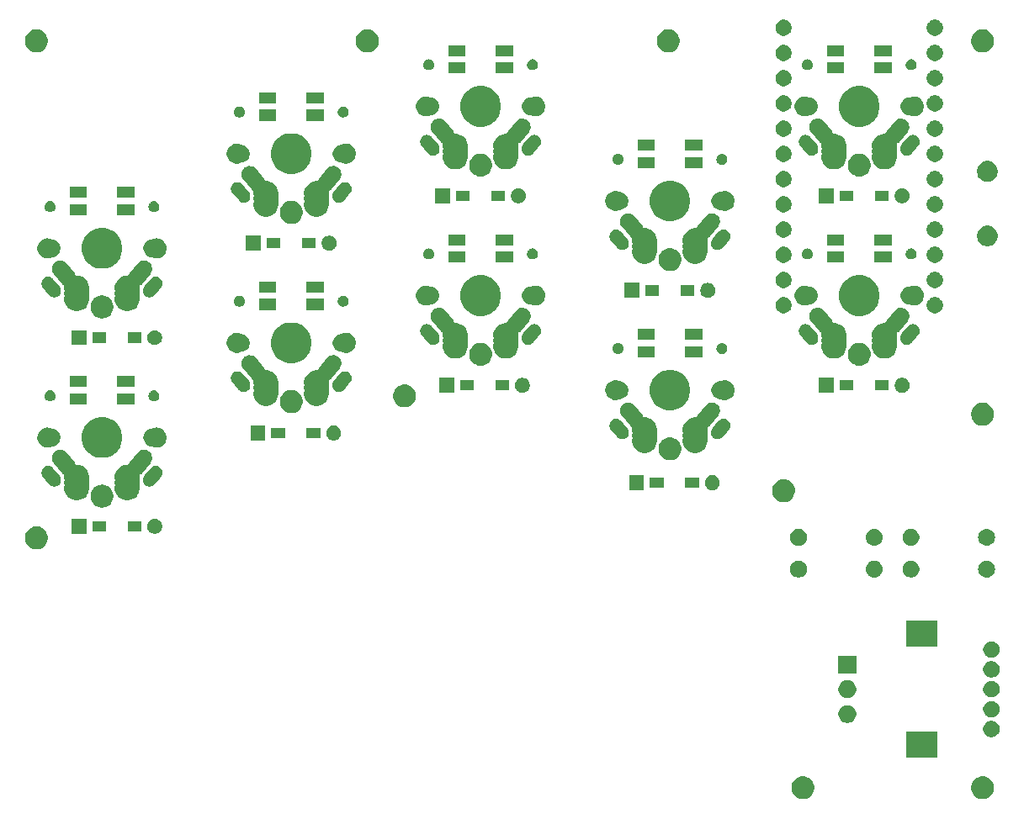
<source format=gbr>
G04 #@! TF.GenerationSoftware,KiCad,Pcbnew,(5.1.4)-1*
G04 #@! TF.CreationDate,2019-11-23T12:37:49+09:00*
G04 #@! TF.ProjectId,pps8,70707338-2e6b-4696-9361-645f70636258,rev?*
G04 #@! TF.SameCoordinates,Original*
G04 #@! TF.FileFunction,Soldermask,Top*
G04 #@! TF.FilePolarity,Negative*
%FSLAX46Y46*%
G04 Gerber Fmt 4.6, Leading zero omitted, Abs format (unit mm)*
G04 Created by KiCad (PCBNEW (5.1.4)-1) date 2019-11-23 12:37:49*
%MOMM*%
%LPD*%
G04 APERTURE LIST*
%ADD10C,0.100000*%
G04 APERTURE END LIST*
D10*
G36*
X97824549Y-62171116D02*
G01*
X97935734Y-62193232D01*
X98145203Y-62279997D01*
X98333720Y-62405960D01*
X98494040Y-62566280D01*
X98620003Y-62754797D01*
X98706768Y-62964266D01*
X98751000Y-63186636D01*
X98751000Y-63413364D01*
X98706768Y-63635734D01*
X98620003Y-63845203D01*
X98494040Y-64033720D01*
X98333720Y-64194040D01*
X98145203Y-64320003D01*
X97935734Y-64406768D01*
X97824549Y-64428884D01*
X97713365Y-64451000D01*
X97486635Y-64451000D01*
X97375451Y-64428884D01*
X97264266Y-64406768D01*
X97054797Y-64320003D01*
X96866280Y-64194040D01*
X96705960Y-64033720D01*
X96579997Y-63845203D01*
X96493232Y-63635734D01*
X96449000Y-63413364D01*
X96449000Y-63186636D01*
X96493232Y-62964266D01*
X96579997Y-62754797D01*
X96705960Y-62566280D01*
X96866280Y-62405960D01*
X97054797Y-62279997D01*
X97264266Y-62193232D01*
X97375451Y-62171116D01*
X97486635Y-62149000D01*
X97713365Y-62149000D01*
X97824549Y-62171116D01*
X97824549Y-62171116D01*
G37*
G36*
X79774549Y-62171116D02*
G01*
X79885734Y-62193232D01*
X80095203Y-62279997D01*
X80283720Y-62405960D01*
X80444040Y-62566280D01*
X80570003Y-62754797D01*
X80656768Y-62964266D01*
X80701000Y-63186636D01*
X80701000Y-63413364D01*
X80656768Y-63635734D01*
X80570003Y-63845203D01*
X80444040Y-64033720D01*
X80283720Y-64194040D01*
X80095203Y-64320003D01*
X79885734Y-64406768D01*
X79774549Y-64428884D01*
X79663365Y-64451000D01*
X79436635Y-64451000D01*
X79325451Y-64428884D01*
X79214266Y-64406768D01*
X79004797Y-64320003D01*
X78816280Y-64194040D01*
X78655960Y-64033720D01*
X78529997Y-63845203D01*
X78443232Y-63635734D01*
X78399000Y-63413364D01*
X78399000Y-63186636D01*
X78443232Y-62964266D01*
X78529997Y-62754797D01*
X78655960Y-62566280D01*
X78816280Y-62405960D01*
X79004797Y-62279997D01*
X79214266Y-62193232D01*
X79325451Y-62171116D01*
X79436635Y-62149000D01*
X79663365Y-62149000D01*
X79774549Y-62171116D01*
X79774549Y-62171116D01*
G37*
G36*
X93051000Y-60301000D02*
G01*
X89949000Y-60301000D01*
X89949000Y-57699000D01*
X93051000Y-57699000D01*
X93051000Y-60301000D01*
X93051000Y-60301000D01*
G37*
G36*
X98740935Y-56605742D02*
G01*
X98891258Y-56668008D01*
X99026545Y-56758404D01*
X99141596Y-56873455D01*
X99231992Y-57008742D01*
X99294258Y-57159065D01*
X99326000Y-57318646D01*
X99326000Y-57481354D01*
X99294258Y-57640935D01*
X99231992Y-57791258D01*
X99141596Y-57926545D01*
X99026545Y-58041596D01*
X98891258Y-58131992D01*
X98740935Y-58194258D01*
X98581354Y-58226000D01*
X98418646Y-58226000D01*
X98259065Y-58194258D01*
X98108742Y-58131992D01*
X97973455Y-58041596D01*
X97858404Y-57926545D01*
X97768008Y-57791258D01*
X97705742Y-57640935D01*
X97674000Y-57481354D01*
X97674000Y-57318646D01*
X97705742Y-57159065D01*
X97768008Y-57008742D01*
X97858404Y-56873455D01*
X97973455Y-56758404D01*
X98108742Y-56668008D01*
X98259065Y-56605742D01*
X98418646Y-56574000D01*
X98581354Y-56574000D01*
X98740935Y-56605742D01*
X98740935Y-56605742D01*
G37*
G36*
X84113512Y-55003927D02*
G01*
X84262812Y-55033624D01*
X84426784Y-55101544D01*
X84574354Y-55200147D01*
X84699853Y-55325646D01*
X84798456Y-55473216D01*
X84866376Y-55637188D01*
X84901000Y-55811259D01*
X84901000Y-55988741D01*
X84866376Y-56162812D01*
X84798456Y-56326784D01*
X84699853Y-56474354D01*
X84574354Y-56599853D01*
X84426784Y-56698456D01*
X84262812Y-56766376D01*
X84113512Y-56796073D01*
X84088742Y-56801000D01*
X83911258Y-56801000D01*
X83886488Y-56796073D01*
X83737188Y-56766376D01*
X83573216Y-56698456D01*
X83425646Y-56599853D01*
X83300147Y-56474354D01*
X83201544Y-56326784D01*
X83133624Y-56162812D01*
X83099000Y-55988741D01*
X83099000Y-55811259D01*
X83133624Y-55637188D01*
X83201544Y-55473216D01*
X83300147Y-55325646D01*
X83425646Y-55200147D01*
X83573216Y-55101544D01*
X83737188Y-55033624D01*
X83886488Y-55003927D01*
X83911258Y-54999000D01*
X84088742Y-54999000D01*
X84113512Y-55003927D01*
X84113512Y-55003927D01*
G37*
G36*
X98740935Y-54605742D02*
G01*
X98891258Y-54668008D01*
X99026545Y-54758404D01*
X99141596Y-54873455D01*
X99231992Y-55008742D01*
X99294258Y-55159065D01*
X99326000Y-55318646D01*
X99326000Y-55481354D01*
X99294258Y-55640935D01*
X99231992Y-55791258D01*
X99141596Y-55926545D01*
X99026545Y-56041596D01*
X98891258Y-56131992D01*
X98740935Y-56194258D01*
X98581354Y-56226000D01*
X98418646Y-56226000D01*
X98259065Y-56194258D01*
X98108742Y-56131992D01*
X97973455Y-56041596D01*
X97858404Y-55926545D01*
X97768008Y-55791258D01*
X97705742Y-55640935D01*
X97674000Y-55481354D01*
X97674000Y-55318646D01*
X97705742Y-55159065D01*
X97768008Y-55008742D01*
X97858404Y-54873455D01*
X97973455Y-54758404D01*
X98108742Y-54668008D01*
X98259065Y-54605742D01*
X98418646Y-54574000D01*
X98581354Y-54574000D01*
X98740935Y-54605742D01*
X98740935Y-54605742D01*
G37*
G36*
X84113512Y-52503927D02*
G01*
X84262812Y-52533624D01*
X84426784Y-52601544D01*
X84574354Y-52700147D01*
X84699853Y-52825646D01*
X84798456Y-52973216D01*
X84866376Y-53137188D01*
X84901000Y-53311259D01*
X84901000Y-53488741D01*
X84866376Y-53662812D01*
X84798456Y-53826784D01*
X84699853Y-53974354D01*
X84574354Y-54099853D01*
X84426784Y-54198456D01*
X84262812Y-54266376D01*
X84113512Y-54296073D01*
X84088742Y-54301000D01*
X83911258Y-54301000D01*
X83886488Y-54296073D01*
X83737188Y-54266376D01*
X83573216Y-54198456D01*
X83425646Y-54099853D01*
X83300147Y-53974354D01*
X83201544Y-53826784D01*
X83133624Y-53662812D01*
X83099000Y-53488741D01*
X83099000Y-53311259D01*
X83133624Y-53137188D01*
X83201544Y-52973216D01*
X83300147Y-52825646D01*
X83425646Y-52700147D01*
X83573216Y-52601544D01*
X83737188Y-52533624D01*
X83886488Y-52503927D01*
X83911258Y-52499000D01*
X84088742Y-52499000D01*
X84113512Y-52503927D01*
X84113512Y-52503927D01*
G37*
G36*
X98740935Y-52605742D02*
G01*
X98891258Y-52668008D01*
X99026545Y-52758404D01*
X99141596Y-52873455D01*
X99231992Y-53008742D01*
X99294258Y-53159065D01*
X99326000Y-53318646D01*
X99326000Y-53481354D01*
X99294258Y-53640935D01*
X99231992Y-53791258D01*
X99141596Y-53926545D01*
X99026545Y-54041596D01*
X98891258Y-54131992D01*
X98740935Y-54194258D01*
X98581354Y-54226000D01*
X98418646Y-54226000D01*
X98259065Y-54194258D01*
X98108742Y-54131992D01*
X97973455Y-54041596D01*
X97858404Y-53926545D01*
X97768008Y-53791258D01*
X97705742Y-53640935D01*
X97674000Y-53481354D01*
X97674000Y-53318646D01*
X97705742Y-53159065D01*
X97768008Y-53008742D01*
X97858404Y-52873455D01*
X97973455Y-52758404D01*
X98108742Y-52668008D01*
X98259065Y-52605742D01*
X98418646Y-52574000D01*
X98581354Y-52574000D01*
X98740935Y-52605742D01*
X98740935Y-52605742D01*
G37*
G36*
X98740935Y-50605742D02*
G01*
X98891258Y-50668008D01*
X99026545Y-50758404D01*
X99141596Y-50873455D01*
X99231992Y-51008742D01*
X99294258Y-51159065D01*
X99326000Y-51318646D01*
X99326000Y-51481354D01*
X99294258Y-51640935D01*
X99231992Y-51791258D01*
X99141596Y-51926545D01*
X99026545Y-52041596D01*
X98891258Y-52131992D01*
X98740935Y-52194258D01*
X98581354Y-52226000D01*
X98418646Y-52226000D01*
X98259065Y-52194258D01*
X98108742Y-52131992D01*
X97973455Y-52041596D01*
X97858404Y-51926545D01*
X97768008Y-51791258D01*
X97705742Y-51640935D01*
X97674000Y-51481354D01*
X97674000Y-51318646D01*
X97705742Y-51159065D01*
X97768008Y-51008742D01*
X97858404Y-50873455D01*
X97973455Y-50758404D01*
X98108742Y-50668008D01*
X98259065Y-50605742D01*
X98418646Y-50574000D01*
X98581354Y-50574000D01*
X98740935Y-50605742D01*
X98740935Y-50605742D01*
G37*
G36*
X84901000Y-51801000D02*
G01*
X83099000Y-51801000D01*
X83099000Y-49999000D01*
X84901000Y-49999000D01*
X84901000Y-51801000D01*
X84901000Y-51801000D01*
G37*
G36*
X98740935Y-48605742D02*
G01*
X98891258Y-48668008D01*
X99026545Y-48758404D01*
X99141596Y-48873455D01*
X99231992Y-49008742D01*
X99294258Y-49159065D01*
X99326000Y-49318646D01*
X99326000Y-49481354D01*
X99294258Y-49640935D01*
X99231992Y-49791258D01*
X99141596Y-49926545D01*
X99026545Y-50041596D01*
X98891258Y-50131992D01*
X98740935Y-50194258D01*
X98581354Y-50226000D01*
X98418646Y-50226000D01*
X98259065Y-50194258D01*
X98108742Y-50131992D01*
X97973455Y-50041596D01*
X97858404Y-49926545D01*
X97768008Y-49791258D01*
X97705742Y-49640935D01*
X97674000Y-49481354D01*
X97674000Y-49318646D01*
X97705742Y-49159065D01*
X97768008Y-49008742D01*
X97858404Y-48873455D01*
X97973455Y-48758404D01*
X98108742Y-48668008D01*
X98259065Y-48605742D01*
X98418646Y-48574000D01*
X98581354Y-48574000D01*
X98740935Y-48605742D01*
X98740935Y-48605742D01*
G37*
G36*
X93051000Y-49101000D02*
G01*
X89949000Y-49101000D01*
X89949000Y-46499000D01*
X93051000Y-46499000D01*
X93051000Y-49101000D01*
X93051000Y-49101000D01*
G37*
G36*
X86886823Y-40461313D02*
G01*
X87047242Y-40509976D01*
X87114361Y-40545852D01*
X87195078Y-40588996D01*
X87324659Y-40695341D01*
X87431004Y-40824922D01*
X87431005Y-40824924D01*
X87510024Y-40972758D01*
X87558687Y-41133177D01*
X87575117Y-41300000D01*
X87558687Y-41466823D01*
X87510024Y-41627242D01*
X87469477Y-41703100D01*
X87431004Y-41775078D01*
X87324659Y-41904659D01*
X87195078Y-42011004D01*
X87195076Y-42011005D01*
X87047242Y-42090024D01*
X86886823Y-42138687D01*
X86761804Y-42151000D01*
X86678196Y-42151000D01*
X86553177Y-42138687D01*
X86392758Y-42090024D01*
X86244924Y-42011005D01*
X86244922Y-42011004D01*
X86115341Y-41904659D01*
X86008996Y-41775078D01*
X85970523Y-41703100D01*
X85929976Y-41627242D01*
X85881313Y-41466823D01*
X85864883Y-41300000D01*
X85881313Y-41133177D01*
X85929976Y-40972758D01*
X86008995Y-40824924D01*
X86008996Y-40824922D01*
X86115341Y-40695341D01*
X86244922Y-40588996D01*
X86325639Y-40545852D01*
X86392758Y-40509976D01*
X86553177Y-40461313D01*
X86678196Y-40449000D01*
X86761804Y-40449000D01*
X86886823Y-40461313D01*
X86886823Y-40461313D01*
G37*
G36*
X90648228Y-40481703D02*
G01*
X90803100Y-40545853D01*
X90942481Y-40638985D01*
X91061015Y-40757519D01*
X91154147Y-40896900D01*
X91218297Y-41051772D01*
X91251000Y-41216184D01*
X91251000Y-41383816D01*
X91218297Y-41548228D01*
X91154147Y-41703100D01*
X91061015Y-41842481D01*
X90942481Y-41961015D01*
X90803100Y-42054147D01*
X90648228Y-42118297D01*
X90483816Y-42151000D01*
X90316184Y-42151000D01*
X90151772Y-42118297D01*
X89996900Y-42054147D01*
X89857519Y-41961015D01*
X89738985Y-41842481D01*
X89645853Y-41703100D01*
X89581703Y-41548228D01*
X89549000Y-41383816D01*
X89549000Y-41216184D01*
X89581703Y-41051772D01*
X89645853Y-40896900D01*
X89738985Y-40757519D01*
X89857519Y-40638985D01*
X89996900Y-40545853D01*
X90151772Y-40481703D01*
X90316184Y-40449000D01*
X90483816Y-40449000D01*
X90648228Y-40481703D01*
X90648228Y-40481703D01*
G37*
G36*
X98186823Y-40461313D02*
G01*
X98347242Y-40509976D01*
X98414361Y-40545852D01*
X98495078Y-40588996D01*
X98624659Y-40695341D01*
X98731004Y-40824922D01*
X98731005Y-40824924D01*
X98810024Y-40972758D01*
X98858687Y-41133177D01*
X98875117Y-41300000D01*
X98858687Y-41466823D01*
X98810024Y-41627242D01*
X98769477Y-41703100D01*
X98731004Y-41775078D01*
X98624659Y-41904659D01*
X98495078Y-42011004D01*
X98495076Y-42011005D01*
X98347242Y-42090024D01*
X98186823Y-42138687D01*
X98061804Y-42151000D01*
X97978196Y-42151000D01*
X97853177Y-42138687D01*
X97692758Y-42090024D01*
X97544924Y-42011005D01*
X97544922Y-42011004D01*
X97415341Y-41904659D01*
X97308996Y-41775078D01*
X97270523Y-41703100D01*
X97229976Y-41627242D01*
X97181313Y-41466823D01*
X97164883Y-41300000D01*
X97181313Y-41133177D01*
X97229976Y-40972758D01*
X97308995Y-40824924D01*
X97308996Y-40824922D01*
X97415341Y-40695341D01*
X97544922Y-40588996D01*
X97625639Y-40545852D01*
X97692758Y-40509976D01*
X97853177Y-40461313D01*
X97978196Y-40449000D01*
X98061804Y-40449000D01*
X98186823Y-40461313D01*
X98186823Y-40461313D01*
G37*
G36*
X79348228Y-40481703D02*
G01*
X79503100Y-40545853D01*
X79642481Y-40638985D01*
X79761015Y-40757519D01*
X79854147Y-40896900D01*
X79918297Y-41051772D01*
X79951000Y-41216184D01*
X79951000Y-41383816D01*
X79918297Y-41548228D01*
X79854147Y-41703100D01*
X79761015Y-41842481D01*
X79642481Y-41961015D01*
X79503100Y-42054147D01*
X79348228Y-42118297D01*
X79183816Y-42151000D01*
X79016184Y-42151000D01*
X78851772Y-42118297D01*
X78696900Y-42054147D01*
X78557519Y-41961015D01*
X78438985Y-41842481D01*
X78345853Y-41703100D01*
X78281703Y-41548228D01*
X78249000Y-41383816D01*
X78249000Y-41216184D01*
X78281703Y-41051772D01*
X78345853Y-40896900D01*
X78438985Y-40757519D01*
X78557519Y-40638985D01*
X78696900Y-40545853D01*
X78851772Y-40481703D01*
X79016184Y-40449000D01*
X79183816Y-40449000D01*
X79348228Y-40481703D01*
X79348228Y-40481703D01*
G37*
G36*
X2624549Y-37021116D02*
G01*
X2735734Y-37043232D01*
X2945203Y-37129997D01*
X3133720Y-37255960D01*
X3294040Y-37416280D01*
X3420003Y-37604797D01*
X3506768Y-37814266D01*
X3551000Y-38036636D01*
X3551000Y-38263364D01*
X3506768Y-38485734D01*
X3420003Y-38695203D01*
X3294040Y-38883720D01*
X3133720Y-39044040D01*
X2945203Y-39170003D01*
X2735734Y-39256768D01*
X2624549Y-39278884D01*
X2513365Y-39301000D01*
X2286635Y-39301000D01*
X2175451Y-39278884D01*
X2064266Y-39256768D01*
X1854797Y-39170003D01*
X1666280Y-39044040D01*
X1505960Y-38883720D01*
X1379997Y-38695203D01*
X1293232Y-38485734D01*
X1249000Y-38263364D01*
X1249000Y-38036636D01*
X1293232Y-37814266D01*
X1379997Y-37604797D01*
X1505960Y-37416280D01*
X1666280Y-37255960D01*
X1854797Y-37129997D01*
X2064266Y-37043232D01*
X2175451Y-37021116D01*
X2286635Y-36999000D01*
X2513365Y-36999000D01*
X2624549Y-37021116D01*
X2624549Y-37021116D01*
G37*
G36*
X79348228Y-37281703D02*
G01*
X79503100Y-37345853D01*
X79642481Y-37438985D01*
X79761015Y-37557519D01*
X79854147Y-37696900D01*
X79918297Y-37851772D01*
X79951000Y-38016184D01*
X79951000Y-38183816D01*
X79918297Y-38348228D01*
X79854147Y-38503100D01*
X79761015Y-38642481D01*
X79642481Y-38761015D01*
X79503100Y-38854147D01*
X79348228Y-38918297D01*
X79183816Y-38951000D01*
X79016184Y-38951000D01*
X78851772Y-38918297D01*
X78696900Y-38854147D01*
X78557519Y-38761015D01*
X78438985Y-38642481D01*
X78345853Y-38503100D01*
X78281703Y-38348228D01*
X78249000Y-38183816D01*
X78249000Y-38016184D01*
X78281703Y-37851772D01*
X78345853Y-37696900D01*
X78438985Y-37557519D01*
X78557519Y-37438985D01*
X78696900Y-37345853D01*
X78851772Y-37281703D01*
X79016184Y-37249000D01*
X79183816Y-37249000D01*
X79348228Y-37281703D01*
X79348228Y-37281703D01*
G37*
G36*
X86886823Y-37261313D02*
G01*
X87047242Y-37309976D01*
X87114361Y-37345852D01*
X87195078Y-37388996D01*
X87324659Y-37495341D01*
X87431004Y-37624922D01*
X87431005Y-37624924D01*
X87510024Y-37772758D01*
X87558687Y-37933177D01*
X87575117Y-38100000D01*
X87558687Y-38266823D01*
X87510024Y-38427242D01*
X87469477Y-38503100D01*
X87431004Y-38575078D01*
X87324659Y-38704659D01*
X87195078Y-38811004D01*
X87195076Y-38811005D01*
X87047242Y-38890024D01*
X86886823Y-38938687D01*
X86761804Y-38951000D01*
X86678196Y-38951000D01*
X86553177Y-38938687D01*
X86392758Y-38890024D01*
X86244924Y-38811005D01*
X86244922Y-38811004D01*
X86115341Y-38704659D01*
X86008996Y-38575078D01*
X85970523Y-38503100D01*
X85929976Y-38427242D01*
X85881313Y-38266823D01*
X85864883Y-38100000D01*
X85881313Y-37933177D01*
X85929976Y-37772758D01*
X86008995Y-37624924D01*
X86008996Y-37624922D01*
X86115341Y-37495341D01*
X86244922Y-37388996D01*
X86325639Y-37345852D01*
X86392758Y-37309976D01*
X86553177Y-37261313D01*
X86678196Y-37249000D01*
X86761804Y-37249000D01*
X86886823Y-37261313D01*
X86886823Y-37261313D01*
G37*
G36*
X90648228Y-37281703D02*
G01*
X90803100Y-37345853D01*
X90942481Y-37438985D01*
X91061015Y-37557519D01*
X91154147Y-37696900D01*
X91218297Y-37851772D01*
X91251000Y-38016184D01*
X91251000Y-38183816D01*
X91218297Y-38348228D01*
X91154147Y-38503100D01*
X91061015Y-38642481D01*
X90942481Y-38761015D01*
X90803100Y-38854147D01*
X90648228Y-38918297D01*
X90483816Y-38951000D01*
X90316184Y-38951000D01*
X90151772Y-38918297D01*
X89996900Y-38854147D01*
X89857519Y-38761015D01*
X89738985Y-38642481D01*
X89645853Y-38503100D01*
X89581703Y-38348228D01*
X89549000Y-38183816D01*
X89549000Y-38016184D01*
X89581703Y-37851772D01*
X89645853Y-37696900D01*
X89738985Y-37557519D01*
X89857519Y-37438985D01*
X89996900Y-37345853D01*
X90151772Y-37281703D01*
X90316184Y-37249000D01*
X90483816Y-37249000D01*
X90648228Y-37281703D01*
X90648228Y-37281703D01*
G37*
G36*
X98186823Y-37261313D02*
G01*
X98347242Y-37309976D01*
X98414361Y-37345852D01*
X98495078Y-37388996D01*
X98624659Y-37495341D01*
X98731004Y-37624922D01*
X98731005Y-37624924D01*
X98810024Y-37772758D01*
X98858687Y-37933177D01*
X98875117Y-38100000D01*
X98858687Y-38266823D01*
X98810024Y-38427242D01*
X98769477Y-38503100D01*
X98731004Y-38575078D01*
X98624659Y-38704659D01*
X98495078Y-38811004D01*
X98495076Y-38811005D01*
X98347242Y-38890024D01*
X98186823Y-38938687D01*
X98061804Y-38951000D01*
X97978196Y-38951000D01*
X97853177Y-38938687D01*
X97692758Y-38890024D01*
X97544924Y-38811005D01*
X97544922Y-38811004D01*
X97415341Y-38704659D01*
X97308996Y-38575078D01*
X97270523Y-38503100D01*
X97229976Y-38427242D01*
X97181313Y-38266823D01*
X97164883Y-38100000D01*
X97181313Y-37933177D01*
X97229976Y-37772758D01*
X97308995Y-37624924D01*
X97308996Y-37624922D01*
X97415341Y-37495341D01*
X97544922Y-37388996D01*
X97625639Y-37345852D01*
X97692758Y-37309976D01*
X97853177Y-37261313D01*
X97978196Y-37249000D01*
X98061804Y-37249000D01*
X98186823Y-37261313D01*
X98186823Y-37261313D01*
G37*
G36*
X7439500Y-37749500D02*
G01*
X5940500Y-37749500D01*
X5940500Y-36250500D01*
X7439500Y-36250500D01*
X7439500Y-37749500D01*
X7439500Y-37749500D01*
G37*
G36*
X14404425Y-36254599D02*
G01*
X14528621Y-36279302D01*
X14665022Y-36335801D01*
X14787779Y-36417825D01*
X14892175Y-36522221D01*
X14974199Y-36644978D01*
X15030698Y-36781379D01*
X15059500Y-36926181D01*
X15059500Y-37073819D01*
X15030698Y-37218621D01*
X14974199Y-37355022D01*
X14892175Y-37477779D01*
X14787779Y-37582175D01*
X14665022Y-37664199D01*
X14528621Y-37720698D01*
X14404425Y-37745401D01*
X14383820Y-37749500D01*
X14236180Y-37749500D01*
X14215575Y-37745401D01*
X14091379Y-37720698D01*
X13954978Y-37664199D01*
X13832221Y-37582175D01*
X13727825Y-37477779D01*
X13645801Y-37355022D01*
X13589302Y-37218621D01*
X13560500Y-37073819D01*
X13560500Y-36926181D01*
X13589302Y-36781379D01*
X13645801Y-36644978D01*
X13727825Y-36522221D01*
X13832221Y-36417825D01*
X13954978Y-36335801D01*
X14091379Y-36279302D01*
X14215575Y-36254599D01*
X14236180Y-36250500D01*
X14383820Y-36250500D01*
X14404425Y-36254599D01*
X14404425Y-36254599D01*
G37*
G36*
X9426000Y-37526000D02*
G01*
X8024000Y-37526000D01*
X8024000Y-36474000D01*
X9426000Y-36474000D01*
X9426000Y-37526000D01*
X9426000Y-37526000D01*
G37*
G36*
X12976000Y-37526000D02*
G01*
X11574000Y-37526000D01*
X11574000Y-36474000D01*
X12976000Y-36474000D01*
X12976000Y-37526000D01*
X12976000Y-37526000D01*
G37*
G36*
X9212001Y-32818620D02*
G01*
X9335734Y-32843232D01*
X9545203Y-32929997D01*
X9733720Y-33055960D01*
X9894040Y-33216280D01*
X10020003Y-33404797D01*
X10106768Y-33614266D01*
X10151000Y-33836636D01*
X10151000Y-34063364D01*
X10106768Y-34285734D01*
X10020003Y-34495203D01*
X9894040Y-34683720D01*
X9733720Y-34844040D01*
X9545203Y-34970003D01*
X9335734Y-35056768D01*
X9224549Y-35078884D01*
X9113365Y-35101000D01*
X8886635Y-35101000D01*
X8775451Y-35078884D01*
X8664266Y-35056768D01*
X8454797Y-34970003D01*
X8266280Y-34844040D01*
X8105960Y-34683720D01*
X7979997Y-34495203D01*
X7893232Y-34285734D01*
X7849000Y-34063364D01*
X7849000Y-33836636D01*
X7893232Y-33614266D01*
X7979997Y-33404797D01*
X8105960Y-33216280D01*
X8266280Y-33055960D01*
X8454797Y-32929997D01*
X8664266Y-32843232D01*
X8787999Y-32818620D01*
X8886635Y-32799000D01*
X9113365Y-32799000D01*
X9212001Y-32818620D01*
X9212001Y-32818620D01*
G37*
G36*
X77824549Y-32271116D02*
G01*
X77935734Y-32293232D01*
X78010946Y-32324386D01*
X78128490Y-32373074D01*
X78145203Y-32379997D01*
X78333720Y-32505960D01*
X78494040Y-32666280D01*
X78620003Y-32854797D01*
X78706768Y-33064266D01*
X78728884Y-33175451D01*
X78744295Y-33252925D01*
X78751000Y-33286636D01*
X78751000Y-33513364D01*
X78706768Y-33735734D01*
X78620003Y-33945203D01*
X78494040Y-34133720D01*
X78333720Y-34294040D01*
X78145203Y-34420003D01*
X77935734Y-34506768D01*
X77824549Y-34528884D01*
X77713365Y-34551000D01*
X77486635Y-34551000D01*
X77375451Y-34528884D01*
X77264266Y-34506768D01*
X77054797Y-34420003D01*
X76866280Y-34294040D01*
X76705960Y-34133720D01*
X76579997Y-33945203D01*
X76493232Y-33735734D01*
X76449000Y-33513364D01*
X76449000Y-33286636D01*
X76455706Y-33252925D01*
X76471116Y-33175451D01*
X76493232Y-33064266D01*
X76579997Y-32854797D01*
X76705960Y-32666280D01*
X76866280Y-32505960D01*
X77054797Y-32379997D01*
X77071511Y-32373074D01*
X77189054Y-32324386D01*
X77264266Y-32293232D01*
X77375451Y-32271116D01*
X77486635Y-32249000D01*
X77713365Y-32249000D01*
X77824549Y-32271116D01*
X77824549Y-32271116D01*
G37*
G36*
X13247867Y-29285568D02*
G01*
X13302101Y-29286160D01*
X13344497Y-29295075D01*
X13461325Y-29319641D01*
X13610960Y-29383543D01*
X13728462Y-29463922D01*
X13745252Y-29475408D01*
X13859042Y-29591708D01*
X13947957Y-29727973D01*
X14008579Y-29878965D01*
X14038579Y-30038883D01*
X14036804Y-30201581D01*
X14003323Y-30360806D01*
X13939421Y-30510441D01*
X13870574Y-30611085D01*
X13014931Y-31630800D01*
X12927772Y-31716078D01*
X12840388Y-31773097D01*
X12821281Y-31788433D01*
X12805530Y-31807204D01*
X12793744Y-31828687D01*
X12786375Y-31852057D01*
X12783707Y-31876416D01*
X12786101Y-31902160D01*
X12791000Y-31926787D01*
X12791000Y-32173214D01*
X12770631Y-32275614D01*
X12768229Y-32300000D01*
X12770631Y-32324386D01*
X12791000Y-32426786D01*
X12791000Y-32673214D01*
X12762675Y-32815614D01*
X12760273Y-32840000D01*
X12762675Y-32864386D01*
X12791000Y-33006786D01*
X12791000Y-33253214D01*
X12742925Y-33494903D01*
X12675111Y-33658622D01*
X12648622Y-33722571D01*
X12511715Y-33927466D01*
X12337466Y-34101715D01*
X12132571Y-34238622D01*
X12132570Y-34238623D01*
X12132569Y-34238623D01*
X11904903Y-34332925D01*
X11663214Y-34381000D01*
X11416786Y-34381000D01*
X11175097Y-34332925D01*
X10947431Y-34238623D01*
X10947430Y-34238623D01*
X10947429Y-34238622D01*
X10742534Y-34101715D01*
X10568285Y-33927466D01*
X10431378Y-33722571D01*
X10404890Y-33658622D01*
X10337075Y-33494903D01*
X10289000Y-33253214D01*
X10289000Y-33006786D01*
X10317325Y-32864386D01*
X10319727Y-32840000D01*
X10317325Y-32815614D01*
X10289000Y-32673214D01*
X10289000Y-32426786D01*
X10309369Y-32324386D01*
X10311771Y-32300000D01*
X10309369Y-32275614D01*
X10289000Y-32173214D01*
X10289000Y-31926786D01*
X10337075Y-31685097D01*
X10431377Y-31457431D01*
X10442103Y-31441378D01*
X10568285Y-31252534D01*
X10742534Y-31078285D01*
X10947429Y-30941378D01*
X10954865Y-30938298D01*
X11175097Y-30847075D01*
X11416786Y-30799000D01*
X11542762Y-30799000D01*
X11567148Y-30796598D01*
X11590597Y-30789485D01*
X11612208Y-30777934D01*
X11631150Y-30762389D01*
X11646695Y-30743447D01*
X11657717Y-30723094D01*
X11662990Y-30710746D01*
X11680579Y-30669560D01*
X11749426Y-30568916D01*
X12605068Y-29549200D01*
X12692227Y-29463922D01*
X12828492Y-29375007D01*
X12979484Y-29314385D01*
X13059443Y-29299385D01*
X13139400Y-29284385D01*
X13139402Y-29284385D01*
X13247867Y-29285568D01*
X13247867Y-29285568D01*
G37*
G36*
X4940556Y-29299385D02*
G01*
X5020515Y-29314385D01*
X5171507Y-29375007D01*
X5307772Y-29463922D01*
X5394931Y-29549200D01*
X6250574Y-30568915D01*
X6250578Y-30568921D01*
X6319421Y-30669559D01*
X6342283Y-30723093D01*
X6354069Y-30744576D01*
X6369820Y-30763348D01*
X6388930Y-30778685D01*
X6410666Y-30790000D01*
X6434191Y-30796857D01*
X6457238Y-30799000D01*
X6583214Y-30799000D01*
X6824903Y-30847075D01*
X7045136Y-30938298D01*
X7052571Y-30941378D01*
X7257466Y-31078285D01*
X7431715Y-31252534D01*
X7557897Y-31441378D01*
X7568623Y-31457431D01*
X7662925Y-31685097D01*
X7711000Y-31926786D01*
X7711000Y-32173214D01*
X7690631Y-32275614D01*
X7688229Y-32300000D01*
X7690631Y-32324386D01*
X7711000Y-32426786D01*
X7711000Y-32673214D01*
X7682675Y-32815614D01*
X7680273Y-32840000D01*
X7682675Y-32864386D01*
X7711000Y-33006786D01*
X7711000Y-33253214D01*
X7662925Y-33494903D01*
X7595111Y-33658622D01*
X7568622Y-33722571D01*
X7431715Y-33927466D01*
X7257466Y-34101715D01*
X7052571Y-34238622D01*
X7052570Y-34238623D01*
X7052569Y-34238623D01*
X6824903Y-34332925D01*
X6583214Y-34381000D01*
X6336786Y-34381000D01*
X6095097Y-34332925D01*
X5867431Y-34238623D01*
X5867430Y-34238623D01*
X5867429Y-34238622D01*
X5662534Y-34101715D01*
X5488285Y-33927466D01*
X5351378Y-33722571D01*
X5324890Y-33658622D01*
X5257075Y-33494903D01*
X5209000Y-33253214D01*
X5209000Y-33006786D01*
X5237325Y-32864386D01*
X5239727Y-32840000D01*
X5237325Y-32815614D01*
X5209000Y-32673214D01*
X5209000Y-32426786D01*
X5229369Y-32324386D01*
X5231771Y-32300000D01*
X5229369Y-32275614D01*
X5209000Y-32173214D01*
X5209000Y-31926785D01*
X5213897Y-31902164D01*
X5216299Y-31877777D01*
X5213897Y-31853391D01*
X5206783Y-31829942D01*
X5195232Y-31808332D01*
X5179687Y-31789390D01*
X5159611Y-31773097D01*
X5072227Y-31716078D01*
X4985068Y-31630800D01*
X4129426Y-30611084D01*
X4060579Y-30510440D01*
X3996678Y-30360808D01*
X3996678Y-30360807D01*
X3996677Y-30360805D01*
X3975346Y-30259362D01*
X3963196Y-30201581D01*
X3961421Y-30038881D01*
X3991421Y-29878967D01*
X3991421Y-29878965D01*
X4052043Y-29727973D01*
X4140958Y-29591708D01*
X4254748Y-29475408D01*
X4271539Y-29463922D01*
X4389040Y-29383543D01*
X4538672Y-29319642D01*
X4538673Y-29319642D01*
X4538675Y-29319641D01*
X4640118Y-29298310D01*
X4697899Y-29286160D01*
X4752132Y-29285568D01*
X4860597Y-29284385D01*
X4860599Y-29284385D01*
X4940556Y-29299385D01*
X4940556Y-29299385D01*
G37*
G36*
X63539500Y-33349500D02*
G01*
X62040500Y-33349500D01*
X62040500Y-31850500D01*
X63539500Y-31850500D01*
X63539500Y-33349500D01*
X63539500Y-33349500D01*
G37*
G36*
X70504425Y-31854599D02*
G01*
X70628621Y-31879302D01*
X70765022Y-31935801D01*
X70887779Y-32017825D01*
X70992175Y-32122221D01*
X71074199Y-32244978D01*
X71130698Y-32381379D01*
X71159500Y-32526181D01*
X71159500Y-32673819D01*
X71130698Y-32818621D01*
X71074199Y-32955022D01*
X70992175Y-33077779D01*
X70887779Y-33182175D01*
X70765022Y-33264199D01*
X70628621Y-33320698D01*
X70504425Y-33345401D01*
X70483820Y-33349500D01*
X70336180Y-33349500D01*
X70315575Y-33345401D01*
X70191379Y-33320698D01*
X70054978Y-33264199D01*
X69932221Y-33182175D01*
X69827825Y-33077779D01*
X69745801Y-32955022D01*
X69689302Y-32818621D01*
X69660500Y-32673819D01*
X69660500Y-32526181D01*
X69689302Y-32381379D01*
X69745801Y-32244978D01*
X69827825Y-32122221D01*
X69932221Y-32017825D01*
X70054978Y-31935801D01*
X70191379Y-31879302D01*
X70315575Y-31854599D01*
X70336180Y-31850500D01*
X70483820Y-31850500D01*
X70504425Y-31854599D01*
X70504425Y-31854599D01*
G37*
G36*
X69076000Y-33126000D02*
G01*
X67674000Y-33126000D01*
X67674000Y-32074000D01*
X69076000Y-32074000D01*
X69076000Y-33126000D01*
X69076000Y-33126000D01*
G37*
G36*
X65526000Y-33126000D02*
G01*
X64124000Y-33126000D01*
X64124000Y-32074000D01*
X65526000Y-32074000D01*
X65526000Y-33126000D01*
X65526000Y-33126000D01*
G37*
G36*
X3749540Y-30927391D02*
G01*
X3784755Y-30933997D01*
X3784757Y-30933998D01*
X3784758Y-30933998D01*
X3908326Y-30983608D01*
X3965844Y-31021139D01*
X4019847Y-31056377D01*
X4054371Y-31090156D01*
X4091178Y-31126169D01*
X4317634Y-31396049D01*
X4744511Y-31904780D01*
X4744513Y-31904783D01*
X4800860Y-31987152D01*
X4853155Y-32109607D01*
X4880556Y-32239919D01*
X4882009Y-32373075D01*
X4857457Y-32503951D01*
X4807845Y-32627521D01*
X4735076Y-32739043D01*
X4641951Y-32834221D01*
X4641950Y-32834222D01*
X4611870Y-32854799D01*
X4532042Y-32909407D01*
X4409586Y-32961702D01*
X4279275Y-32989103D01*
X4146119Y-32990556D01*
X4015244Y-32966004D01*
X3891671Y-32916391D01*
X3780150Y-32843622D01*
X3708826Y-32773837D01*
X3679630Y-32739042D01*
X3055489Y-31995219D01*
X3055484Y-31995213D01*
X2999142Y-31912850D01*
X2946845Y-31790391D01*
X2919445Y-31660081D01*
X2919444Y-31660078D01*
X2918552Y-31578285D01*
X2917991Y-31526926D01*
X2942545Y-31396049D01*
X2942545Y-31396047D01*
X2992155Y-31272479D01*
X3029686Y-31214961D01*
X3064924Y-31160958D01*
X3158050Y-31065778D01*
X3158052Y-31065776D01*
X3267955Y-30990595D01*
X3390414Y-30938298D01*
X3459807Y-30923707D01*
X3520727Y-30910897D01*
X3586559Y-30910179D01*
X3653879Y-30909444D01*
X3749540Y-30927391D01*
X3749540Y-30927391D01*
G37*
G36*
X14479275Y-30910897D02*
G01*
X14609586Y-30938298D01*
X14732042Y-30990593D01*
X14732045Y-30990595D01*
X14828209Y-31056378D01*
X14841951Y-31065779D01*
X14935076Y-31160957D01*
X15007845Y-31272479D01*
X15057457Y-31396049D01*
X15082009Y-31526925D01*
X15080556Y-31660081D01*
X15053155Y-31790393D01*
X15000860Y-31912848D01*
X14985158Y-31935801D01*
X14944511Y-31995220D01*
X14807683Y-32158285D01*
X14291178Y-32773831D01*
X14254371Y-32809844D01*
X14219847Y-32843623D01*
X14165844Y-32878861D01*
X14108326Y-32916392D01*
X13984758Y-32966002D01*
X13984757Y-32966002D01*
X13984755Y-32966003D01*
X13949540Y-32972609D01*
X13853879Y-32990556D01*
X13786559Y-32989821D01*
X13720727Y-32989103D01*
X13659807Y-32976293D01*
X13590414Y-32961702D01*
X13467955Y-32909405D01*
X13358052Y-32834224D01*
X13323588Y-32799000D01*
X13264924Y-32739042D01*
X13217446Y-32666280D01*
X13192155Y-32627521D01*
X13142545Y-32503953D01*
X13142545Y-32503952D01*
X13142544Y-32503950D01*
X13135938Y-32468735D01*
X13117991Y-32373074D01*
X13119055Y-32275614D01*
X13119444Y-32239922D01*
X13136610Y-32158285D01*
X13146845Y-32109609D01*
X13199142Y-31987150D01*
X13255484Y-31904787D01*
X13339221Y-31804993D01*
X13908819Y-31126171D01*
X13908821Y-31126169D01*
X13908826Y-31126163D01*
X13980150Y-31056378D01*
X14091671Y-30983609D01*
X14215244Y-30933996D01*
X14346119Y-30909444D01*
X14479275Y-30910897D01*
X14479275Y-30910897D01*
G37*
G36*
X66374549Y-28058616D02*
G01*
X66485734Y-28080732D01*
X66695203Y-28167497D01*
X66883720Y-28293460D01*
X67044040Y-28453780D01*
X67158013Y-28624353D01*
X67170004Y-28642299D01*
X67172471Y-28648255D01*
X67256768Y-28851766D01*
X67301000Y-29074136D01*
X67301000Y-29300864D01*
X67256768Y-29523234D01*
X67170003Y-29732703D01*
X67044040Y-29921220D01*
X66883720Y-30081540D01*
X66695203Y-30207503D01*
X66485734Y-30294268D01*
X66374549Y-30316384D01*
X66263365Y-30338500D01*
X66036635Y-30338500D01*
X65925451Y-30316384D01*
X65814266Y-30294268D01*
X65604797Y-30207503D01*
X65416280Y-30081540D01*
X65255960Y-29921220D01*
X65129997Y-29732703D01*
X65043232Y-29523234D01*
X64999000Y-29300864D01*
X64999000Y-29074136D01*
X65043232Y-28851766D01*
X65127529Y-28648255D01*
X65129996Y-28642299D01*
X65141987Y-28624353D01*
X65255960Y-28453780D01*
X65416280Y-28293460D01*
X65604797Y-28167497D01*
X65814266Y-28080732D01*
X65925451Y-28058616D01*
X66036635Y-28036500D01*
X66263365Y-28036500D01*
X66374549Y-28058616D01*
X66374549Y-28058616D01*
G37*
G36*
X9598254Y-26077818D02*
G01*
X9961050Y-26228093D01*
X9971513Y-26232427D01*
X10307436Y-26456884D01*
X10593116Y-26742564D01*
X10795754Y-27045832D01*
X10817574Y-27078489D01*
X10972182Y-27451746D01*
X11051000Y-27847993D01*
X11051000Y-28252007D01*
X10972182Y-28648254D01*
X10843024Y-28960069D01*
X10817573Y-29021513D01*
X10593116Y-29357436D01*
X10307436Y-29643116D01*
X9971513Y-29867573D01*
X9971512Y-29867574D01*
X9971511Y-29867574D01*
X9598254Y-30022182D01*
X9202007Y-30101000D01*
X8797993Y-30101000D01*
X8401746Y-30022182D01*
X8028489Y-29867574D01*
X8028488Y-29867574D01*
X8028487Y-29867573D01*
X7692564Y-29643116D01*
X7406884Y-29357436D01*
X7182427Y-29021513D01*
X7156976Y-28960069D01*
X7027818Y-28648254D01*
X6949000Y-28252007D01*
X6949000Y-27847993D01*
X7027818Y-27451746D01*
X7182426Y-27078489D01*
X7204247Y-27045832D01*
X7406884Y-26742564D01*
X7692564Y-26456884D01*
X8028487Y-26232427D01*
X8038950Y-26228093D01*
X8401746Y-26077818D01*
X8797993Y-25999000D01*
X9202007Y-25999000D01*
X9598254Y-26077818D01*
X9598254Y-26077818D01*
G37*
G36*
X70397867Y-24523068D02*
G01*
X70452101Y-24523660D01*
X70494497Y-24532575D01*
X70611325Y-24557141D01*
X70760960Y-24621043D01*
X70878462Y-24701422D01*
X70895252Y-24712908D01*
X71009042Y-24829208D01*
X71097957Y-24965473D01*
X71158579Y-25116465D01*
X71188579Y-25276383D01*
X71186804Y-25439081D01*
X71153323Y-25598306D01*
X71089421Y-25747941D01*
X71020574Y-25848585D01*
X70164931Y-26868300D01*
X70077772Y-26953578D01*
X69990388Y-27010597D01*
X69971281Y-27025933D01*
X69955530Y-27044704D01*
X69943744Y-27066187D01*
X69936375Y-27089557D01*
X69933707Y-27113916D01*
X69936101Y-27139660D01*
X69941000Y-27164287D01*
X69941000Y-27410714D01*
X69920631Y-27513114D01*
X69918229Y-27537500D01*
X69920631Y-27561884D01*
X69923409Y-27575851D01*
X69941000Y-27664286D01*
X69941000Y-27910714D01*
X69912675Y-28053114D01*
X69910273Y-28077500D01*
X69912675Y-28101886D01*
X69941000Y-28244286D01*
X69941000Y-28490714D01*
X69892925Y-28732403D01*
X69801385Y-28953402D01*
X69798622Y-28960071D01*
X69661715Y-29164966D01*
X69487466Y-29339215D01*
X69282571Y-29476122D01*
X69282570Y-29476123D01*
X69282569Y-29476123D01*
X69054903Y-29570425D01*
X68813214Y-29618500D01*
X68566786Y-29618500D01*
X68325097Y-29570425D01*
X68097431Y-29476123D01*
X68097430Y-29476123D01*
X68097429Y-29476122D01*
X67892534Y-29339215D01*
X67718285Y-29164966D01*
X67581378Y-28960071D01*
X67578616Y-28953402D01*
X67487075Y-28732403D01*
X67439000Y-28490714D01*
X67439000Y-28244286D01*
X67467325Y-28101886D01*
X67469727Y-28077500D01*
X67467325Y-28053114D01*
X67439000Y-27910714D01*
X67439000Y-27664286D01*
X67456591Y-27575851D01*
X67459369Y-27561884D01*
X67461771Y-27537500D01*
X67459369Y-27513114D01*
X67439000Y-27410714D01*
X67439000Y-27164286D01*
X67487075Y-26922597D01*
X67581377Y-26694931D01*
X67592103Y-26678878D01*
X67718285Y-26490034D01*
X67892534Y-26315785D01*
X68097429Y-26178878D01*
X68104865Y-26175798D01*
X68325097Y-26084575D01*
X68566786Y-26036500D01*
X68692762Y-26036500D01*
X68717148Y-26034098D01*
X68740597Y-26026985D01*
X68762208Y-26015434D01*
X68781150Y-25999889D01*
X68796695Y-25980947D01*
X68807717Y-25960594D01*
X68812990Y-25948246D01*
X68830579Y-25907060D01*
X68899426Y-25806416D01*
X69755068Y-24786700D01*
X69842227Y-24701422D01*
X69978492Y-24612507D01*
X70129484Y-24551885D01*
X70209443Y-24536885D01*
X70289400Y-24521885D01*
X70289402Y-24521885D01*
X70397867Y-24523068D01*
X70397867Y-24523068D01*
G37*
G36*
X62090556Y-24536885D02*
G01*
X62170515Y-24551885D01*
X62321507Y-24612507D01*
X62457772Y-24701422D01*
X62544931Y-24786700D01*
X63400574Y-25806415D01*
X63405328Y-25813365D01*
X63469421Y-25907059D01*
X63492283Y-25960593D01*
X63504069Y-25982076D01*
X63519820Y-26000848D01*
X63538930Y-26016185D01*
X63560666Y-26027500D01*
X63584191Y-26034357D01*
X63607238Y-26036500D01*
X63733214Y-26036500D01*
X63974903Y-26084575D01*
X64195136Y-26175798D01*
X64202571Y-26178878D01*
X64407466Y-26315785D01*
X64581715Y-26490034D01*
X64707897Y-26678878D01*
X64718623Y-26694931D01*
X64812925Y-26922597D01*
X64861000Y-27164286D01*
X64861000Y-27410714D01*
X64840631Y-27513114D01*
X64838229Y-27537500D01*
X64840631Y-27561884D01*
X64843409Y-27575851D01*
X64861000Y-27664286D01*
X64861000Y-27910714D01*
X64832675Y-28053114D01*
X64830273Y-28077500D01*
X64832675Y-28101886D01*
X64861000Y-28244286D01*
X64861000Y-28490714D01*
X64812925Y-28732403D01*
X64721385Y-28953402D01*
X64718622Y-28960071D01*
X64581715Y-29164966D01*
X64407466Y-29339215D01*
X64202571Y-29476122D01*
X64202570Y-29476123D01*
X64202569Y-29476123D01*
X63974903Y-29570425D01*
X63733214Y-29618500D01*
X63486786Y-29618500D01*
X63245097Y-29570425D01*
X63017431Y-29476123D01*
X63017430Y-29476123D01*
X63017429Y-29476122D01*
X62812534Y-29339215D01*
X62638285Y-29164966D01*
X62501378Y-28960071D01*
X62498616Y-28953402D01*
X62407075Y-28732403D01*
X62359000Y-28490714D01*
X62359000Y-28244286D01*
X62387325Y-28101886D01*
X62389727Y-28077500D01*
X62387325Y-28053114D01*
X62359000Y-27910714D01*
X62359000Y-27664286D01*
X62376591Y-27575851D01*
X62379369Y-27561884D01*
X62381771Y-27537500D01*
X62379369Y-27513114D01*
X62359000Y-27410714D01*
X62359000Y-27164285D01*
X62363897Y-27139664D01*
X62366299Y-27115277D01*
X62363897Y-27090891D01*
X62356783Y-27067442D01*
X62345232Y-27045832D01*
X62329687Y-27026890D01*
X62309611Y-27010597D01*
X62222227Y-26953578D01*
X62135068Y-26868300D01*
X61279426Y-25848584D01*
X61210579Y-25747940D01*
X61146678Y-25598308D01*
X61146678Y-25598307D01*
X61146677Y-25598305D01*
X61125346Y-25496862D01*
X61113196Y-25439081D01*
X61111421Y-25276381D01*
X61141421Y-25116467D01*
X61141421Y-25116465D01*
X61202043Y-24965473D01*
X61290958Y-24829208D01*
X61404748Y-24712908D01*
X61421539Y-24701422D01*
X61539040Y-24621043D01*
X61688672Y-24557142D01*
X61688673Y-24557142D01*
X61688675Y-24557141D01*
X61790118Y-24535810D01*
X61847899Y-24523660D01*
X61902132Y-24523068D01*
X62010597Y-24521885D01*
X62010599Y-24521885D01*
X62090556Y-24536885D01*
X62090556Y-24536885D01*
G37*
G36*
X3684995Y-27066187D02*
G01*
X3791981Y-27087468D01*
X3912310Y-27137311D01*
X3917560Y-27139485D01*
X3941009Y-27146598D01*
X3965395Y-27149000D01*
X4008742Y-27149000D01*
X4033512Y-27153927D01*
X4182812Y-27183624D01*
X4346784Y-27251544D01*
X4494354Y-27350147D01*
X4619853Y-27475646D01*
X4718456Y-27623216D01*
X4786376Y-27787188D01*
X4804851Y-27880071D01*
X4819760Y-27955022D01*
X4821000Y-27961259D01*
X4821000Y-28138741D01*
X4786376Y-28312812D01*
X4718456Y-28476784D01*
X4619853Y-28624354D01*
X4494354Y-28749853D01*
X4346784Y-28848456D01*
X4182812Y-28916376D01*
X4033512Y-28946073D01*
X4008742Y-28951000D01*
X3965395Y-28951000D01*
X3941009Y-28953402D01*
X3917560Y-28960515D01*
X3791981Y-29012532D01*
X3598591Y-29051000D01*
X3401409Y-29051000D01*
X3208019Y-29012532D01*
X3025849Y-28937074D01*
X2861900Y-28827527D01*
X2722473Y-28688100D01*
X2612926Y-28524151D01*
X2537468Y-28341981D01*
X2502761Y-28167497D01*
X2499000Y-28148591D01*
X2499000Y-27951409D01*
X2519571Y-27847993D01*
X2537468Y-27758019D01*
X2612926Y-27575849D01*
X2722473Y-27411900D01*
X2861900Y-27272473D01*
X3025849Y-27162926D01*
X3208019Y-27087468D01*
X3315005Y-27066187D01*
X3401409Y-27049000D01*
X3598591Y-27049000D01*
X3684995Y-27066187D01*
X3684995Y-27066187D01*
G37*
G36*
X14684995Y-27066187D02*
G01*
X14791981Y-27087468D01*
X14974151Y-27162926D01*
X15138100Y-27272473D01*
X15277527Y-27411900D01*
X15387074Y-27575849D01*
X15462532Y-27758019D01*
X15480429Y-27847993D01*
X15501000Y-27951409D01*
X15501000Y-28148591D01*
X15497239Y-28167497D01*
X15462532Y-28341981D01*
X15387074Y-28524151D01*
X15277527Y-28688100D01*
X15138100Y-28827527D01*
X14974151Y-28937074D01*
X14791981Y-29012532D01*
X14598591Y-29051000D01*
X14401409Y-29051000D01*
X14208019Y-29012532D01*
X14082440Y-28960515D01*
X14058991Y-28953402D01*
X14034605Y-28951000D01*
X13991258Y-28951000D01*
X13966488Y-28946073D01*
X13817188Y-28916376D01*
X13653216Y-28848456D01*
X13505646Y-28749853D01*
X13380147Y-28624354D01*
X13281544Y-28476784D01*
X13213624Y-28312812D01*
X13179000Y-28138741D01*
X13179000Y-27961259D01*
X13180241Y-27955022D01*
X13195149Y-27880071D01*
X13213624Y-27787188D01*
X13281544Y-27623216D01*
X13380147Y-27475646D01*
X13505646Y-27350147D01*
X13653216Y-27251544D01*
X13817188Y-27183624D01*
X13966488Y-27153927D01*
X13991258Y-27149000D01*
X14034605Y-27149000D01*
X14058991Y-27146598D01*
X14082440Y-27139485D01*
X14087690Y-27137311D01*
X14208019Y-27087468D01*
X14315005Y-27066187D01*
X14401409Y-27049000D01*
X14598591Y-27049000D01*
X14684995Y-27066187D01*
X14684995Y-27066187D01*
G37*
G36*
X32404425Y-26854599D02*
G01*
X32528621Y-26879302D01*
X32665022Y-26935801D01*
X32787779Y-27017825D01*
X32892175Y-27122221D01*
X32974199Y-27244978D01*
X33030698Y-27381379D01*
X33059500Y-27526181D01*
X33059500Y-27673819D01*
X33030698Y-27818621D01*
X32974199Y-27955022D01*
X32892175Y-28077779D01*
X32787779Y-28182175D01*
X32665022Y-28264199D01*
X32528621Y-28320698D01*
X32404425Y-28345401D01*
X32383820Y-28349500D01*
X32236180Y-28349500D01*
X32215575Y-28345401D01*
X32091379Y-28320698D01*
X31954978Y-28264199D01*
X31832221Y-28182175D01*
X31727825Y-28077779D01*
X31645801Y-27955022D01*
X31589302Y-27818621D01*
X31560500Y-27673819D01*
X31560500Y-27526181D01*
X31589302Y-27381379D01*
X31645801Y-27244978D01*
X31727825Y-27122221D01*
X31832221Y-27017825D01*
X31954978Y-26935801D01*
X32091379Y-26879302D01*
X32215575Y-26854599D01*
X32236180Y-26850500D01*
X32383820Y-26850500D01*
X32404425Y-26854599D01*
X32404425Y-26854599D01*
G37*
G36*
X25439500Y-28349500D02*
G01*
X23940500Y-28349500D01*
X23940500Y-26850500D01*
X25439500Y-26850500D01*
X25439500Y-28349500D01*
X25439500Y-28349500D01*
G37*
G36*
X71629275Y-26148397D02*
G01*
X71759586Y-26175798D01*
X71882042Y-26228093D01*
X71882045Y-26228095D01*
X71978209Y-26293878D01*
X71991951Y-26303279D01*
X72085076Y-26398457D01*
X72157845Y-26509979D01*
X72207457Y-26633549D01*
X72232009Y-26764425D01*
X72230556Y-26897581D01*
X72203155Y-27027893D01*
X72150860Y-27150348D01*
X72128096Y-27183625D01*
X72094511Y-27232720D01*
X71889184Y-27477419D01*
X71441178Y-28011331D01*
X71404371Y-28047344D01*
X71369847Y-28081123D01*
X71315844Y-28116361D01*
X71258326Y-28153892D01*
X71134758Y-28203502D01*
X71134757Y-28203502D01*
X71134755Y-28203503D01*
X71099540Y-28210109D01*
X71003879Y-28228056D01*
X70936559Y-28227321D01*
X70870727Y-28226603D01*
X70809807Y-28213793D01*
X70740414Y-28199202D01*
X70617955Y-28146905D01*
X70508052Y-28071724D01*
X70473588Y-28036500D01*
X70414924Y-27976542D01*
X70371970Y-27910713D01*
X70342155Y-27865021D01*
X70292545Y-27741453D01*
X70292545Y-27741452D01*
X70292544Y-27741450D01*
X70285938Y-27706235D01*
X70267991Y-27610574D01*
X70268789Y-27537500D01*
X70269444Y-27477422D01*
X70296206Y-27350148D01*
X70296845Y-27347109D01*
X70349142Y-27224650D01*
X70405484Y-27142287D01*
X70449730Y-27089557D01*
X71058819Y-26363671D01*
X71058821Y-26363669D01*
X71058826Y-26363663D01*
X71130150Y-26293878D01*
X71241671Y-26221109D01*
X71365244Y-26171496D01*
X71496119Y-26146944D01*
X71629275Y-26148397D01*
X71629275Y-26148397D01*
G37*
G36*
X60899540Y-26164891D02*
G01*
X60934755Y-26171497D01*
X60934757Y-26171498D01*
X60934758Y-26171498D01*
X61058326Y-26221108D01*
X61095249Y-26245201D01*
X61169847Y-26293877D01*
X61204371Y-26327656D01*
X61241178Y-26363669D01*
X61467634Y-26633549D01*
X61894511Y-27142280D01*
X61894513Y-27142283D01*
X61950860Y-27224652D01*
X62003155Y-27347107D01*
X62030556Y-27477419D01*
X62032009Y-27610575D01*
X62007457Y-27741451D01*
X61957845Y-27865021D01*
X61885076Y-27976543D01*
X61791951Y-28071721D01*
X61791950Y-28071722D01*
X61693979Y-28138741D01*
X61682042Y-28146907D01*
X61559586Y-28199202D01*
X61429275Y-28226603D01*
X61296119Y-28228056D01*
X61165244Y-28203504D01*
X61041671Y-28153891D01*
X60930150Y-28081122D01*
X60858826Y-28011337D01*
X60829630Y-27976542D01*
X60205489Y-27232719D01*
X60205484Y-27232713D01*
X60149142Y-27150350D01*
X60096845Y-27027891D01*
X60069445Y-26897581D01*
X60069444Y-26897578D01*
X60068552Y-26815785D01*
X60067991Y-26764426D01*
X60092545Y-26633549D01*
X60092545Y-26633547D01*
X60142155Y-26509979D01*
X60179686Y-26452461D01*
X60214924Y-26398458D01*
X60308050Y-26303278D01*
X60308052Y-26303276D01*
X60417955Y-26228095D01*
X60540414Y-26175798D01*
X60609807Y-26161207D01*
X60670727Y-26148397D01*
X60736559Y-26147679D01*
X60803879Y-26146944D01*
X60899540Y-26164891D01*
X60899540Y-26164891D01*
G37*
G36*
X30976000Y-28126000D02*
G01*
X29574000Y-28126000D01*
X29574000Y-27074000D01*
X30976000Y-27074000D01*
X30976000Y-28126000D01*
X30976000Y-28126000D01*
G37*
G36*
X27426000Y-28126000D02*
G01*
X26024000Y-28126000D01*
X26024000Y-27074000D01*
X27426000Y-27074000D01*
X27426000Y-28126000D01*
X27426000Y-28126000D01*
G37*
G36*
X97754292Y-24557141D02*
G01*
X97935734Y-24593232D01*
X98145203Y-24679997D01*
X98333720Y-24805960D01*
X98494040Y-24966280D01*
X98620003Y-25154797D01*
X98706768Y-25364266D01*
X98722828Y-25445004D01*
X98748885Y-25576000D01*
X98751000Y-25586636D01*
X98751000Y-25813364D01*
X98706768Y-26035734D01*
X98689336Y-26077818D01*
X98625296Y-26232426D01*
X98620003Y-26245203D01*
X98494040Y-26433720D01*
X98333720Y-26594040D01*
X98145203Y-26720003D01*
X97935734Y-26806768D01*
X97824549Y-26828884D01*
X97713365Y-26851000D01*
X97486635Y-26851000D01*
X97375451Y-26828884D01*
X97264266Y-26806768D01*
X97054797Y-26720003D01*
X96866280Y-26594040D01*
X96705960Y-26433720D01*
X96579997Y-26245203D01*
X96574705Y-26232426D01*
X96510664Y-26077818D01*
X96493232Y-26035734D01*
X96449000Y-25813364D01*
X96449000Y-25586636D01*
X96451116Y-25576000D01*
X96477172Y-25445004D01*
X96493232Y-25364266D01*
X96579997Y-25154797D01*
X96705960Y-24966280D01*
X96866280Y-24805960D01*
X97054797Y-24679997D01*
X97264266Y-24593232D01*
X97445708Y-24557141D01*
X97486635Y-24549000D01*
X97713365Y-24549000D01*
X97754292Y-24557141D01*
X97754292Y-24557141D01*
G37*
G36*
X28274549Y-23296116D02*
G01*
X28385734Y-23318232D01*
X28595203Y-23404997D01*
X28783720Y-23530960D01*
X28944040Y-23691280D01*
X29058013Y-23861853D01*
X29070004Y-23879799D01*
X29072471Y-23885755D01*
X29124234Y-24010721D01*
X29156768Y-24089267D01*
X29201000Y-24311635D01*
X29201000Y-24538365D01*
X29198311Y-24551885D01*
X29156768Y-24760734D01*
X29070003Y-24970203D01*
X28944040Y-25158720D01*
X28783720Y-25319040D01*
X28595203Y-25445003D01*
X28385734Y-25531768D01*
X28274549Y-25553884D01*
X28163365Y-25576000D01*
X27936635Y-25576000D01*
X27825451Y-25553884D01*
X27714266Y-25531768D01*
X27504797Y-25445003D01*
X27316280Y-25319040D01*
X27155960Y-25158720D01*
X27029997Y-24970203D01*
X26943232Y-24760734D01*
X26901689Y-24551885D01*
X26899000Y-24538365D01*
X26899000Y-24311635D01*
X26943232Y-24089267D01*
X26975767Y-24010721D01*
X27027529Y-23885755D01*
X27029996Y-23879799D01*
X27041987Y-23861853D01*
X27155960Y-23691280D01*
X27316280Y-23530960D01*
X27504797Y-23404997D01*
X27714266Y-23318232D01*
X27825451Y-23296116D01*
X27936635Y-23274000D01*
X28163365Y-23274000D01*
X28274549Y-23296116D01*
X28274549Y-23296116D01*
G37*
G36*
X66748254Y-21315318D02*
G01*
X67111050Y-21465593D01*
X67121513Y-21469927D01*
X67457436Y-21694384D01*
X67743116Y-21980064D01*
X67945754Y-22283332D01*
X67967574Y-22315989D01*
X68122182Y-22689246D01*
X68201000Y-23085493D01*
X68201000Y-23489507D01*
X68122182Y-23885754D01*
X67980450Y-24227925D01*
X67967573Y-24259013D01*
X67743116Y-24594936D01*
X67457436Y-24880616D01*
X67121513Y-25105073D01*
X67121512Y-25105074D01*
X67121511Y-25105074D01*
X66748254Y-25259682D01*
X66352007Y-25338500D01*
X65947993Y-25338500D01*
X65551746Y-25259682D01*
X65178489Y-25105074D01*
X65178488Y-25105074D01*
X65178487Y-25105073D01*
X64842564Y-24880616D01*
X64556884Y-24594936D01*
X64332427Y-24259013D01*
X64319550Y-24227925D01*
X64177818Y-23885754D01*
X64099000Y-23489507D01*
X64099000Y-23085493D01*
X64177818Y-22689246D01*
X64332426Y-22315989D01*
X64354247Y-22283332D01*
X64556884Y-21980064D01*
X64842564Y-21694384D01*
X65178487Y-21469927D01*
X65188950Y-21465593D01*
X65551746Y-21315318D01*
X65947993Y-21236500D01*
X66352007Y-21236500D01*
X66748254Y-21315318D01*
X66748254Y-21315318D01*
G37*
G36*
X39649734Y-22726180D02*
G01*
X39785734Y-22753232D01*
X39995203Y-22839997D01*
X40183720Y-22965960D01*
X40344040Y-23126280D01*
X40466277Y-23309221D01*
X40470004Y-23314799D01*
X40480188Y-23339386D01*
X40556768Y-23524266D01*
X40561787Y-23549500D01*
X40601000Y-23746635D01*
X40601000Y-23973365D01*
X40596355Y-23996715D01*
X40556768Y-24195734D01*
X40470003Y-24405203D01*
X40344040Y-24593720D01*
X40183720Y-24754040D01*
X39995203Y-24880003D01*
X39785734Y-24966768D01*
X39674549Y-24988884D01*
X39563365Y-25011000D01*
X39336635Y-25011000D01*
X39225451Y-24988884D01*
X39114266Y-24966768D01*
X38904797Y-24880003D01*
X38716280Y-24754040D01*
X38555960Y-24593720D01*
X38429997Y-24405203D01*
X38343232Y-24195734D01*
X38303645Y-23996715D01*
X38299000Y-23973365D01*
X38299000Y-23746635D01*
X38338213Y-23549500D01*
X38343232Y-23524266D01*
X38419812Y-23339386D01*
X38429996Y-23314799D01*
X38433723Y-23309221D01*
X38555960Y-23126280D01*
X38716280Y-22965960D01*
X38904797Y-22839997D01*
X39114266Y-22753232D01*
X39250266Y-22726180D01*
X39336635Y-22709000D01*
X39563365Y-22709000D01*
X39649734Y-22726180D01*
X39649734Y-22726180D01*
G37*
G36*
X23990556Y-19774385D02*
G01*
X24070515Y-19789385D01*
X24221507Y-19850007D01*
X24357772Y-19938922D01*
X24444931Y-20024200D01*
X25300574Y-21043915D01*
X25300578Y-21043921D01*
X25369421Y-21144559D01*
X25392283Y-21198093D01*
X25404069Y-21219576D01*
X25419820Y-21238348D01*
X25438930Y-21253685D01*
X25460666Y-21265000D01*
X25484191Y-21271857D01*
X25507238Y-21274000D01*
X25633214Y-21274000D01*
X25874903Y-21322075D01*
X26095136Y-21413298D01*
X26102571Y-21416378D01*
X26307466Y-21553285D01*
X26481715Y-21727534D01*
X26579581Y-21874000D01*
X26618623Y-21932431D01*
X26712925Y-22160097D01*
X26761000Y-22401786D01*
X26761000Y-22648214D01*
X26740631Y-22750614D01*
X26738229Y-22775000D01*
X26740631Y-22799384D01*
X26743409Y-22813351D01*
X26761000Y-22901786D01*
X26761000Y-23148214D01*
X26732675Y-23290614D01*
X26730273Y-23315000D01*
X26732675Y-23339386D01*
X26761000Y-23481786D01*
X26761000Y-23728214D01*
X26712925Y-23969903D01*
X26621385Y-24190902D01*
X26618622Y-24197571D01*
X26481715Y-24402466D01*
X26307466Y-24576715D01*
X26102571Y-24713622D01*
X26102570Y-24713623D01*
X26102569Y-24713623D01*
X25874903Y-24807925D01*
X25633214Y-24856000D01*
X25386786Y-24856000D01*
X25145097Y-24807925D01*
X24917431Y-24713623D01*
X24917430Y-24713623D01*
X24917429Y-24713622D01*
X24712534Y-24576715D01*
X24538285Y-24402466D01*
X24401378Y-24197571D01*
X24398616Y-24190902D01*
X24307075Y-23969903D01*
X24259000Y-23728214D01*
X24259000Y-23481786D01*
X24287325Y-23339386D01*
X24289727Y-23315000D01*
X24287325Y-23290614D01*
X24259000Y-23148214D01*
X24259000Y-22901786D01*
X24276591Y-22813351D01*
X24279369Y-22799384D01*
X24281771Y-22775000D01*
X24279369Y-22750614D01*
X24259000Y-22648214D01*
X24259000Y-22401785D01*
X24263897Y-22377164D01*
X24266299Y-22352777D01*
X24263897Y-22328391D01*
X24256783Y-22304942D01*
X24245232Y-22283332D01*
X24229687Y-22264390D01*
X24209611Y-22248097D01*
X24122227Y-22191078D01*
X24035068Y-22105800D01*
X23179426Y-21086084D01*
X23110579Y-20985440D01*
X23046678Y-20835808D01*
X23046678Y-20835807D01*
X23046677Y-20835805D01*
X23025346Y-20734362D01*
X23013196Y-20676581D01*
X23011421Y-20513881D01*
X23041421Y-20353967D01*
X23041421Y-20353965D01*
X23102043Y-20202973D01*
X23190958Y-20066708D01*
X23304748Y-19950408D01*
X23321539Y-19938922D01*
X23439040Y-19858543D01*
X23588672Y-19794642D01*
X23588673Y-19794642D01*
X23588675Y-19794641D01*
X23690118Y-19773310D01*
X23747899Y-19761160D01*
X23802132Y-19760568D01*
X23910597Y-19759385D01*
X23910599Y-19759385D01*
X23990556Y-19774385D01*
X23990556Y-19774385D01*
G37*
G36*
X32297867Y-19760568D02*
G01*
X32352101Y-19761160D01*
X32394497Y-19770075D01*
X32511325Y-19794641D01*
X32660960Y-19858543D01*
X32778462Y-19938922D01*
X32795252Y-19950408D01*
X32909042Y-20066708D01*
X32997957Y-20202973D01*
X33058579Y-20353965D01*
X33088579Y-20513883D01*
X33086804Y-20676581D01*
X33053323Y-20835806D01*
X32989421Y-20985441D01*
X32920574Y-21086085D01*
X32064931Y-22105800D01*
X31977772Y-22191078D01*
X31890388Y-22248097D01*
X31871281Y-22263433D01*
X31855530Y-22282204D01*
X31843744Y-22303687D01*
X31836375Y-22327057D01*
X31833707Y-22351416D01*
X31836101Y-22377160D01*
X31841000Y-22401787D01*
X31841000Y-22648214D01*
X31820631Y-22750614D01*
X31818229Y-22775000D01*
X31820631Y-22799384D01*
X31823409Y-22813351D01*
X31841000Y-22901786D01*
X31841000Y-23148214D01*
X31812675Y-23290614D01*
X31810273Y-23315000D01*
X31812675Y-23339386D01*
X31841000Y-23481786D01*
X31841000Y-23728214D01*
X31792925Y-23969903D01*
X31701385Y-24190902D01*
X31698622Y-24197571D01*
X31561715Y-24402466D01*
X31387466Y-24576715D01*
X31182571Y-24713622D01*
X31182570Y-24713623D01*
X31182569Y-24713623D01*
X30954903Y-24807925D01*
X30713214Y-24856000D01*
X30466786Y-24856000D01*
X30225097Y-24807925D01*
X29997431Y-24713623D01*
X29997430Y-24713623D01*
X29997429Y-24713622D01*
X29792534Y-24576715D01*
X29618285Y-24402466D01*
X29481378Y-24197571D01*
X29478616Y-24190902D01*
X29387075Y-23969903D01*
X29339000Y-23728214D01*
X29339000Y-23481786D01*
X29367325Y-23339386D01*
X29369727Y-23315000D01*
X29367325Y-23290614D01*
X29339000Y-23148214D01*
X29339000Y-22901786D01*
X29356591Y-22813351D01*
X29359369Y-22799384D01*
X29361771Y-22775000D01*
X29359369Y-22750614D01*
X29339000Y-22648214D01*
X29339000Y-22401786D01*
X29387075Y-22160097D01*
X29481377Y-21932431D01*
X29520419Y-21874000D01*
X29618285Y-21727534D01*
X29792534Y-21553285D01*
X29997429Y-21416378D01*
X30004865Y-21413298D01*
X30225097Y-21322075D01*
X30466786Y-21274000D01*
X30592762Y-21274000D01*
X30617148Y-21271598D01*
X30640597Y-21264485D01*
X30662208Y-21252934D01*
X30681150Y-21237389D01*
X30696695Y-21218447D01*
X30707717Y-21198094D01*
X30712990Y-21185746D01*
X30730579Y-21144560D01*
X30799426Y-21043916D01*
X31655068Y-20024200D01*
X31742227Y-19938922D01*
X31878492Y-19850007D01*
X32029484Y-19789385D01*
X32109443Y-19774385D01*
X32189400Y-19759385D01*
X32189402Y-19759385D01*
X32297867Y-19760568D01*
X32297867Y-19760568D01*
G37*
G36*
X12251000Y-24726000D02*
G01*
X10549000Y-24726000D01*
X10549000Y-23624000D01*
X12251000Y-23624000D01*
X12251000Y-24726000D01*
X12251000Y-24726000D01*
G37*
G36*
X7451000Y-24726000D02*
G01*
X5749000Y-24726000D01*
X5749000Y-23624000D01*
X7451000Y-23624000D01*
X7451000Y-24726000D01*
X7451000Y-24726000D01*
G37*
G36*
X3940721Y-23320174D02*
G01*
X4040995Y-23361709D01*
X4062745Y-23376242D01*
X4131242Y-23422010D01*
X4207990Y-23498758D01*
X4238345Y-23544188D01*
X4268291Y-23589005D01*
X4309826Y-23689279D01*
X4331000Y-23795730D01*
X4331000Y-23904270D01*
X4309826Y-24010721D01*
X4268291Y-24110995D01*
X4268290Y-24110996D01*
X4207990Y-24201242D01*
X4131242Y-24277990D01*
X4085812Y-24308345D01*
X4040995Y-24338291D01*
X3940721Y-24379826D01*
X3834270Y-24401000D01*
X3725730Y-24401000D01*
X3619279Y-24379826D01*
X3519005Y-24338291D01*
X3474188Y-24308345D01*
X3428758Y-24277990D01*
X3352010Y-24201242D01*
X3291710Y-24110996D01*
X3291709Y-24110995D01*
X3250174Y-24010721D01*
X3229000Y-23904270D01*
X3229000Y-23795730D01*
X3250174Y-23689279D01*
X3291709Y-23589005D01*
X3321655Y-23544188D01*
X3352010Y-23498758D01*
X3428758Y-23422010D01*
X3497255Y-23376242D01*
X3519005Y-23361709D01*
X3619279Y-23320174D01*
X3725730Y-23299000D01*
X3834270Y-23299000D01*
X3940721Y-23320174D01*
X3940721Y-23320174D01*
G37*
G36*
X14380721Y-23320174D02*
G01*
X14480995Y-23361709D01*
X14502745Y-23376242D01*
X14571242Y-23422010D01*
X14647990Y-23498758D01*
X14678345Y-23544188D01*
X14708291Y-23589005D01*
X14749826Y-23689279D01*
X14771000Y-23795730D01*
X14771000Y-23904270D01*
X14749826Y-24010721D01*
X14708291Y-24110995D01*
X14708290Y-24110996D01*
X14647990Y-24201242D01*
X14571242Y-24277990D01*
X14525812Y-24308345D01*
X14480995Y-24338291D01*
X14380721Y-24379826D01*
X14274270Y-24401000D01*
X14165730Y-24401000D01*
X14059279Y-24379826D01*
X13959005Y-24338291D01*
X13914188Y-24308345D01*
X13868758Y-24277990D01*
X13792010Y-24201242D01*
X13731710Y-24110996D01*
X13731709Y-24110995D01*
X13690174Y-24010721D01*
X13669000Y-23904270D01*
X13669000Y-23795730D01*
X13690174Y-23689279D01*
X13731709Y-23589005D01*
X13761655Y-23544188D01*
X13792010Y-23498758D01*
X13868758Y-23422010D01*
X13937255Y-23376242D01*
X13959005Y-23361709D01*
X14059279Y-23320174D01*
X14165730Y-23299000D01*
X14274270Y-23299000D01*
X14380721Y-23320174D01*
X14380721Y-23320174D01*
G37*
G36*
X60834995Y-22303687D02*
G01*
X60941981Y-22324968D01*
X61062310Y-22374811D01*
X61067560Y-22376985D01*
X61091009Y-22384098D01*
X61115395Y-22386500D01*
X61158742Y-22386500D01*
X61183512Y-22391427D01*
X61332812Y-22421124D01*
X61496784Y-22489044D01*
X61644354Y-22587647D01*
X61769853Y-22713146D01*
X61868456Y-22860716D01*
X61936376Y-23024688D01*
X61971000Y-23198759D01*
X61971000Y-23376241D01*
X61936376Y-23550312D01*
X61868456Y-23714284D01*
X61769853Y-23861854D01*
X61644354Y-23987353D01*
X61496784Y-24085956D01*
X61332812Y-24153876D01*
X61183512Y-24183573D01*
X61158742Y-24188500D01*
X61115395Y-24188500D01*
X61091009Y-24190902D01*
X61067560Y-24198015D01*
X60941981Y-24250032D01*
X60845285Y-24269266D01*
X60748591Y-24288500D01*
X60551409Y-24288500D01*
X60454715Y-24269266D01*
X60358019Y-24250032D01*
X60175849Y-24174574D01*
X60011900Y-24065027D01*
X59872473Y-23925600D01*
X59762926Y-23761651D01*
X59756707Y-23746636D01*
X59687468Y-23579480D01*
X59681505Y-23549500D01*
X59652761Y-23404997D01*
X59649000Y-23386091D01*
X59649000Y-23188909D01*
X59682873Y-23018620D01*
X59687468Y-22995519D01*
X59762926Y-22813349D01*
X59872473Y-22649400D01*
X60011900Y-22509973D01*
X60175849Y-22400426D01*
X60358019Y-22324968D01*
X60465005Y-22303687D01*
X60551409Y-22286500D01*
X60748591Y-22286500D01*
X60834995Y-22303687D01*
X60834995Y-22303687D01*
G37*
G36*
X71834995Y-22303687D02*
G01*
X71941981Y-22324968D01*
X72124151Y-22400426D01*
X72288100Y-22509973D01*
X72427527Y-22649400D01*
X72537074Y-22813349D01*
X72612532Y-22995519D01*
X72617127Y-23018620D01*
X72651000Y-23188909D01*
X72651000Y-23386091D01*
X72647239Y-23404997D01*
X72618496Y-23549500D01*
X72612532Y-23579480D01*
X72543294Y-23746636D01*
X72537074Y-23761651D01*
X72427527Y-23925600D01*
X72288100Y-24065027D01*
X72124151Y-24174574D01*
X71941981Y-24250032D01*
X71845285Y-24269266D01*
X71748591Y-24288500D01*
X71551409Y-24288500D01*
X71454715Y-24269266D01*
X71358019Y-24250032D01*
X71232440Y-24198015D01*
X71208991Y-24190902D01*
X71184605Y-24188500D01*
X71141258Y-24188500D01*
X71116488Y-24183573D01*
X70967188Y-24153876D01*
X70803216Y-24085956D01*
X70655646Y-23987353D01*
X70530147Y-23861854D01*
X70431544Y-23714284D01*
X70363624Y-23550312D01*
X70329000Y-23376241D01*
X70329000Y-23198759D01*
X70363624Y-23024688D01*
X70431544Y-22860716D01*
X70530147Y-22713146D01*
X70655646Y-22587647D01*
X70803216Y-22489044D01*
X70967188Y-22421124D01*
X71116488Y-22391427D01*
X71141258Y-22386500D01*
X71184605Y-22386500D01*
X71208991Y-22384098D01*
X71232440Y-22376985D01*
X71237690Y-22374811D01*
X71358019Y-22324968D01*
X71465005Y-22303687D01*
X71551409Y-22286500D01*
X71748591Y-22286500D01*
X71834995Y-22303687D01*
X71834995Y-22303687D01*
G37*
G36*
X89597821Y-22053285D02*
G01*
X89728621Y-22079302D01*
X89865022Y-22135801D01*
X89987779Y-22217825D01*
X90092175Y-22322221D01*
X90174199Y-22444978D01*
X90230698Y-22581379D01*
X90246355Y-22660097D01*
X90256908Y-22713147D01*
X90259500Y-22726181D01*
X90259500Y-22873819D01*
X90230698Y-23018621D01*
X90174199Y-23155022D01*
X90092175Y-23277779D01*
X89987779Y-23382175D01*
X89865022Y-23464199D01*
X89728621Y-23520698D01*
X89604425Y-23545401D01*
X89583820Y-23549500D01*
X89436180Y-23549500D01*
X89415575Y-23545401D01*
X89291379Y-23520698D01*
X89154978Y-23464199D01*
X89032221Y-23382175D01*
X88927825Y-23277779D01*
X88845801Y-23155022D01*
X88789302Y-23018621D01*
X88760500Y-22873819D01*
X88760500Y-22726181D01*
X88763093Y-22713147D01*
X88773645Y-22660097D01*
X88789302Y-22581379D01*
X88845801Y-22444978D01*
X88927825Y-22322221D01*
X89032221Y-22217825D01*
X89154978Y-22135801D01*
X89291379Y-22079302D01*
X89422179Y-22053285D01*
X89436180Y-22050500D01*
X89583820Y-22050500D01*
X89597821Y-22053285D01*
X89597821Y-22053285D01*
G37*
G36*
X51397821Y-22053285D02*
G01*
X51528621Y-22079302D01*
X51665022Y-22135801D01*
X51787779Y-22217825D01*
X51892175Y-22322221D01*
X51974199Y-22444978D01*
X52030698Y-22581379D01*
X52046355Y-22660097D01*
X52056908Y-22713147D01*
X52059500Y-22726181D01*
X52059500Y-22873819D01*
X52030698Y-23018621D01*
X51974199Y-23155022D01*
X51892175Y-23277779D01*
X51787779Y-23382175D01*
X51665022Y-23464199D01*
X51528621Y-23520698D01*
X51404425Y-23545401D01*
X51383820Y-23549500D01*
X51236180Y-23549500D01*
X51215575Y-23545401D01*
X51091379Y-23520698D01*
X50954978Y-23464199D01*
X50832221Y-23382175D01*
X50727825Y-23277779D01*
X50645801Y-23155022D01*
X50589302Y-23018621D01*
X50560500Y-22873819D01*
X50560500Y-22726181D01*
X50563093Y-22713147D01*
X50573645Y-22660097D01*
X50589302Y-22581379D01*
X50645801Y-22444978D01*
X50727825Y-22322221D01*
X50832221Y-22217825D01*
X50954978Y-22135801D01*
X51091379Y-22079302D01*
X51222179Y-22053285D01*
X51236180Y-22050500D01*
X51383820Y-22050500D01*
X51397821Y-22053285D01*
X51397821Y-22053285D01*
G37*
G36*
X44439500Y-23549500D02*
G01*
X42940500Y-23549500D01*
X42940500Y-22050500D01*
X44439500Y-22050500D01*
X44439500Y-23549500D01*
X44439500Y-23549500D01*
G37*
G36*
X82639500Y-23549500D02*
G01*
X81140500Y-23549500D01*
X81140500Y-22050500D01*
X82639500Y-22050500D01*
X82639500Y-23549500D01*
X82639500Y-23549500D01*
G37*
G36*
X22799540Y-21402391D02*
G01*
X22834755Y-21408997D01*
X22834757Y-21408998D01*
X22834758Y-21408998D01*
X22958326Y-21458608D01*
X23015844Y-21496139D01*
X23069847Y-21531377D01*
X23104371Y-21565156D01*
X23141178Y-21601169D01*
X23367634Y-21871049D01*
X23794511Y-22379780D01*
X23794513Y-22379783D01*
X23850860Y-22462152D01*
X23903155Y-22584607D01*
X23930556Y-22714919D01*
X23932009Y-22848075D01*
X23907457Y-22978951D01*
X23857845Y-23102521D01*
X23785076Y-23214043D01*
X23691951Y-23309221D01*
X23691950Y-23309222D01*
X23672589Y-23322466D01*
X23582042Y-23384407D01*
X23459586Y-23436702D01*
X23329275Y-23464103D01*
X23196119Y-23465556D01*
X23065244Y-23441004D01*
X22941671Y-23391391D01*
X22830150Y-23318622D01*
X22758826Y-23248837D01*
X22729630Y-23214042D01*
X22105489Y-22470219D01*
X22105484Y-22470213D01*
X22049142Y-22387850D01*
X21996845Y-22265391D01*
X21969445Y-22135081D01*
X21969444Y-22135078D01*
X21968552Y-22053285D01*
X21967991Y-22001926D01*
X21992545Y-21871049D01*
X21992545Y-21871047D01*
X22042155Y-21747479D01*
X22079686Y-21689961D01*
X22114924Y-21635958D01*
X22208050Y-21540778D01*
X22208052Y-21540776D01*
X22317955Y-21465595D01*
X22440414Y-21413298D01*
X22509807Y-21398707D01*
X22570727Y-21385897D01*
X22636559Y-21385179D01*
X22703879Y-21384444D01*
X22799540Y-21402391D01*
X22799540Y-21402391D01*
G37*
G36*
X33529275Y-21385897D02*
G01*
X33659586Y-21413298D01*
X33782042Y-21465593D01*
X33782045Y-21465595D01*
X33878209Y-21531378D01*
X33891951Y-21540779D01*
X33985076Y-21635957D01*
X34057845Y-21747479D01*
X34107457Y-21871049D01*
X34132009Y-22001925D01*
X34130556Y-22135081D01*
X34103155Y-22265393D01*
X34050860Y-22387848D01*
X34028096Y-22421125D01*
X33994511Y-22470220D01*
X33779734Y-22726181D01*
X33341178Y-23248831D01*
X33311594Y-23277776D01*
X33269847Y-23318623D01*
X33215844Y-23353861D01*
X33158326Y-23391392D01*
X33034758Y-23441002D01*
X33034757Y-23441002D01*
X33034755Y-23441003D01*
X32999540Y-23447609D01*
X32903879Y-23465556D01*
X32836559Y-23464821D01*
X32770727Y-23464103D01*
X32709807Y-23451293D01*
X32640414Y-23436702D01*
X32517955Y-23384405D01*
X32408052Y-23309224D01*
X32373588Y-23274000D01*
X32314924Y-23214042D01*
X32257659Y-23126281D01*
X32242155Y-23102521D01*
X32192545Y-22978953D01*
X32192545Y-22978952D01*
X32192544Y-22978950D01*
X32185938Y-22943735D01*
X32167991Y-22848074D01*
X32168789Y-22775000D01*
X32169444Y-22714922D01*
X32196206Y-22587648D01*
X32196845Y-22584609D01*
X32249142Y-22462150D01*
X32305484Y-22379787D01*
X32349730Y-22327057D01*
X32958819Y-21601171D01*
X32958821Y-21601169D01*
X32958826Y-21601163D01*
X33030150Y-21531378D01*
X33141671Y-21458609D01*
X33265244Y-21408996D01*
X33396119Y-21384444D01*
X33529275Y-21385897D01*
X33529275Y-21385897D01*
G37*
G36*
X49976000Y-23326000D02*
G01*
X48574000Y-23326000D01*
X48574000Y-22274000D01*
X49976000Y-22274000D01*
X49976000Y-23326000D01*
X49976000Y-23326000D01*
G37*
G36*
X46426000Y-23326000D02*
G01*
X45024000Y-23326000D01*
X45024000Y-22274000D01*
X46426000Y-22274000D01*
X46426000Y-23326000D01*
X46426000Y-23326000D01*
G37*
G36*
X88176000Y-23326000D02*
G01*
X86774000Y-23326000D01*
X86774000Y-22274000D01*
X88176000Y-22274000D01*
X88176000Y-23326000D01*
X88176000Y-23326000D01*
G37*
G36*
X84626000Y-23326000D02*
G01*
X83224000Y-23326000D01*
X83224000Y-22274000D01*
X84626000Y-22274000D01*
X84626000Y-23326000D01*
X84626000Y-23326000D01*
G37*
G36*
X7451000Y-22976000D02*
G01*
X5749000Y-22976000D01*
X5749000Y-21874000D01*
X7451000Y-21874000D01*
X7451000Y-22976000D01*
X7451000Y-22976000D01*
G37*
G36*
X12251000Y-22976000D02*
G01*
X10549000Y-22976000D01*
X10549000Y-21874000D01*
X12251000Y-21874000D01*
X12251000Y-22976000D01*
X12251000Y-22976000D01*
G37*
G36*
X47324549Y-18533616D02*
G01*
X47435734Y-18555732D01*
X47645203Y-18642497D01*
X47833720Y-18768460D01*
X47994040Y-18928780D01*
X48108013Y-19099353D01*
X48120004Y-19117299D01*
X48122471Y-19123255D01*
X48174234Y-19248221D01*
X48206768Y-19326767D01*
X48244308Y-19515490D01*
X48251000Y-19549136D01*
X48251000Y-19775864D01*
X48206768Y-19998234D01*
X48120003Y-20207703D01*
X47994040Y-20396220D01*
X47833720Y-20556540D01*
X47645203Y-20682503D01*
X47435734Y-20769268D01*
X47324549Y-20791384D01*
X47213365Y-20813500D01*
X46986635Y-20813500D01*
X46875451Y-20791384D01*
X46764266Y-20769268D01*
X46554797Y-20682503D01*
X46366280Y-20556540D01*
X46205960Y-20396220D01*
X46079997Y-20207703D01*
X45993232Y-19998234D01*
X45949000Y-19775864D01*
X45949000Y-19549136D01*
X45955693Y-19515490D01*
X45993232Y-19326767D01*
X46025767Y-19248221D01*
X46077529Y-19123255D01*
X46079996Y-19117299D01*
X46091987Y-19099353D01*
X46205960Y-18928780D01*
X46366280Y-18768460D01*
X46554797Y-18642497D01*
X46764266Y-18555732D01*
X46875451Y-18533616D01*
X46986635Y-18511500D01*
X47213365Y-18511500D01*
X47324549Y-18533616D01*
X47324549Y-18533616D01*
G37*
G36*
X85424549Y-18533616D02*
G01*
X85535734Y-18555732D01*
X85745203Y-18642497D01*
X85933720Y-18768460D01*
X86094040Y-18928780D01*
X86208013Y-19099353D01*
X86220004Y-19117299D01*
X86222471Y-19123255D01*
X86274234Y-19248221D01*
X86306768Y-19326767D01*
X86344308Y-19515490D01*
X86351000Y-19549136D01*
X86351000Y-19775864D01*
X86306768Y-19998234D01*
X86220003Y-20207703D01*
X86094040Y-20396220D01*
X85933720Y-20556540D01*
X85745203Y-20682503D01*
X85535734Y-20769268D01*
X85424549Y-20791384D01*
X85313365Y-20813500D01*
X85086635Y-20813500D01*
X84975451Y-20791384D01*
X84864266Y-20769268D01*
X84654797Y-20682503D01*
X84466280Y-20556540D01*
X84305960Y-20396220D01*
X84179997Y-20207703D01*
X84093232Y-19998234D01*
X84049000Y-19775864D01*
X84049000Y-19549136D01*
X84055693Y-19515490D01*
X84093232Y-19326767D01*
X84125767Y-19248221D01*
X84177529Y-19123255D01*
X84179996Y-19117299D01*
X84191987Y-19099353D01*
X84305960Y-18928780D01*
X84466280Y-18768460D01*
X84654797Y-18642497D01*
X84864266Y-18555732D01*
X84975451Y-18533616D01*
X85086635Y-18511500D01*
X85313365Y-18511500D01*
X85424549Y-18533616D01*
X85424549Y-18533616D01*
G37*
G36*
X28648254Y-16552818D02*
G01*
X29011050Y-16703093D01*
X29021513Y-16707427D01*
X29357436Y-16931884D01*
X29643116Y-17217564D01*
X29846684Y-17522224D01*
X29867574Y-17553489D01*
X30022182Y-17926746D01*
X30101000Y-18322993D01*
X30101000Y-18727007D01*
X30022182Y-19123254D01*
X29880450Y-19465425D01*
X29867573Y-19496513D01*
X29643116Y-19832436D01*
X29357436Y-20118116D01*
X29021513Y-20342573D01*
X29021512Y-20342574D01*
X29021511Y-20342574D01*
X28648254Y-20497182D01*
X28252007Y-20576000D01*
X27847993Y-20576000D01*
X27451746Y-20497182D01*
X27078489Y-20342574D01*
X27078488Y-20342574D01*
X27078487Y-20342573D01*
X26742564Y-20118116D01*
X26456884Y-19832436D01*
X26232427Y-19496513D01*
X26219550Y-19465425D01*
X26077818Y-19123254D01*
X25999000Y-18727007D01*
X25999000Y-18322993D01*
X26077818Y-17926746D01*
X26232426Y-17553489D01*
X26253317Y-17522224D01*
X26456884Y-17217564D01*
X26742564Y-16931884D01*
X27078487Y-16707427D01*
X27088950Y-16703093D01*
X27451746Y-16552818D01*
X27847993Y-16474000D01*
X28252007Y-16474000D01*
X28648254Y-16552818D01*
X28648254Y-16552818D01*
G37*
G36*
X43040556Y-15011885D02*
G01*
X43120515Y-15026885D01*
X43271507Y-15087507D01*
X43407772Y-15176422D01*
X43494931Y-15261700D01*
X44350574Y-16281415D01*
X44350578Y-16281421D01*
X44419421Y-16382059D01*
X44442283Y-16435593D01*
X44454069Y-16457076D01*
X44469820Y-16475848D01*
X44488930Y-16491185D01*
X44510666Y-16502500D01*
X44534191Y-16509357D01*
X44557238Y-16511500D01*
X44683214Y-16511500D01*
X44924903Y-16559575D01*
X45145136Y-16650798D01*
X45152571Y-16653878D01*
X45357466Y-16790785D01*
X45531715Y-16965034D01*
X45629581Y-17111500D01*
X45668623Y-17169931D01*
X45762925Y-17397597D01*
X45811000Y-17639286D01*
X45811000Y-17885714D01*
X45790631Y-17988114D01*
X45788229Y-18012500D01*
X45790631Y-18036884D01*
X45793409Y-18050851D01*
X45811000Y-18139286D01*
X45811000Y-18385714D01*
X45782675Y-18528114D01*
X45780273Y-18552500D01*
X45782675Y-18576886D01*
X45811000Y-18719286D01*
X45811000Y-18965714D01*
X45762925Y-19207403D01*
X45671385Y-19428402D01*
X45668622Y-19435071D01*
X45531715Y-19639966D01*
X45357466Y-19814215D01*
X45152571Y-19951122D01*
X45152570Y-19951123D01*
X45152569Y-19951123D01*
X44924903Y-20045425D01*
X44683214Y-20093500D01*
X44436786Y-20093500D01*
X44195097Y-20045425D01*
X43967431Y-19951123D01*
X43967430Y-19951123D01*
X43967429Y-19951122D01*
X43762534Y-19814215D01*
X43588285Y-19639966D01*
X43451378Y-19435071D01*
X43448616Y-19428402D01*
X43357075Y-19207403D01*
X43309000Y-18965714D01*
X43309000Y-18719286D01*
X43337325Y-18576886D01*
X43339727Y-18552500D01*
X43337325Y-18528114D01*
X43309000Y-18385714D01*
X43309000Y-18139286D01*
X43326591Y-18050851D01*
X43329369Y-18036884D01*
X43331771Y-18012500D01*
X43329369Y-17988114D01*
X43309000Y-17885714D01*
X43309000Y-17639285D01*
X43313897Y-17614664D01*
X43316299Y-17590277D01*
X43313897Y-17565891D01*
X43306783Y-17542442D01*
X43295232Y-17520832D01*
X43279687Y-17501890D01*
X43259611Y-17485597D01*
X43172227Y-17428578D01*
X43085068Y-17343300D01*
X42229426Y-16323584D01*
X42160579Y-16222940D01*
X42096678Y-16073308D01*
X42096678Y-16073307D01*
X42096677Y-16073305D01*
X42075346Y-15971862D01*
X42063196Y-15914081D01*
X42061421Y-15751381D01*
X42091421Y-15591467D01*
X42091421Y-15591465D01*
X42152043Y-15440473D01*
X42240958Y-15304208D01*
X42354748Y-15187908D01*
X42371539Y-15176422D01*
X42489040Y-15096043D01*
X42638672Y-15032142D01*
X42638673Y-15032142D01*
X42638675Y-15032141D01*
X42740118Y-15010810D01*
X42797899Y-14998660D01*
X42852132Y-14998068D01*
X42960597Y-14996885D01*
X42960599Y-14996885D01*
X43040556Y-15011885D01*
X43040556Y-15011885D01*
G37*
G36*
X51347867Y-14998068D02*
G01*
X51402101Y-14998660D01*
X51444497Y-15007575D01*
X51561325Y-15032141D01*
X51710960Y-15096043D01*
X51828462Y-15176422D01*
X51845252Y-15187908D01*
X51959042Y-15304208D01*
X52047957Y-15440473D01*
X52108579Y-15591465D01*
X52138579Y-15751383D01*
X52136804Y-15914081D01*
X52103323Y-16073306D01*
X52039421Y-16222941D01*
X51970574Y-16323585D01*
X51114931Y-17343300D01*
X51027772Y-17428578D01*
X50940388Y-17485597D01*
X50921281Y-17500933D01*
X50905530Y-17519704D01*
X50893744Y-17541187D01*
X50886375Y-17564557D01*
X50883707Y-17588916D01*
X50886101Y-17614660D01*
X50891000Y-17639287D01*
X50891000Y-17885714D01*
X50870631Y-17988114D01*
X50868229Y-18012500D01*
X50870631Y-18036884D01*
X50873409Y-18050851D01*
X50891000Y-18139286D01*
X50891000Y-18385714D01*
X50862675Y-18528114D01*
X50860273Y-18552500D01*
X50862675Y-18576886D01*
X50891000Y-18719286D01*
X50891000Y-18965714D01*
X50842925Y-19207403D01*
X50751385Y-19428402D01*
X50748622Y-19435071D01*
X50611715Y-19639966D01*
X50437466Y-19814215D01*
X50232571Y-19951122D01*
X50232570Y-19951123D01*
X50232569Y-19951123D01*
X50004903Y-20045425D01*
X49763214Y-20093500D01*
X49516786Y-20093500D01*
X49275097Y-20045425D01*
X49047431Y-19951123D01*
X49047430Y-19951123D01*
X49047429Y-19951122D01*
X48842534Y-19814215D01*
X48668285Y-19639966D01*
X48531378Y-19435071D01*
X48528616Y-19428402D01*
X48437075Y-19207403D01*
X48389000Y-18965714D01*
X48389000Y-18719286D01*
X48417325Y-18576886D01*
X48419727Y-18552500D01*
X48417325Y-18528114D01*
X48389000Y-18385714D01*
X48389000Y-18139286D01*
X48406591Y-18050851D01*
X48409369Y-18036884D01*
X48411771Y-18012500D01*
X48409369Y-17988114D01*
X48389000Y-17885714D01*
X48389000Y-17639286D01*
X48437075Y-17397597D01*
X48531377Y-17169931D01*
X48570419Y-17111500D01*
X48668285Y-16965034D01*
X48842534Y-16790785D01*
X49047429Y-16653878D01*
X49054865Y-16650798D01*
X49275097Y-16559575D01*
X49516786Y-16511500D01*
X49642762Y-16511500D01*
X49667148Y-16509098D01*
X49690597Y-16501985D01*
X49712208Y-16490434D01*
X49731150Y-16474889D01*
X49746695Y-16455947D01*
X49757717Y-16435594D01*
X49762990Y-16423246D01*
X49780579Y-16382060D01*
X49849426Y-16281416D01*
X50705068Y-15261700D01*
X50792227Y-15176422D01*
X50928492Y-15087507D01*
X51079484Y-15026885D01*
X51159443Y-15011885D01*
X51239400Y-14996885D01*
X51239402Y-14996885D01*
X51347867Y-14998068D01*
X51347867Y-14998068D01*
G37*
G36*
X81140556Y-15011885D02*
G01*
X81220515Y-15026885D01*
X81371507Y-15087507D01*
X81507772Y-15176422D01*
X81594931Y-15261700D01*
X82450574Y-16281415D01*
X82450578Y-16281421D01*
X82519421Y-16382059D01*
X82542283Y-16435593D01*
X82554069Y-16457076D01*
X82569820Y-16475848D01*
X82588930Y-16491185D01*
X82610666Y-16502500D01*
X82634191Y-16509357D01*
X82657238Y-16511500D01*
X82783214Y-16511500D01*
X83024903Y-16559575D01*
X83245136Y-16650798D01*
X83252571Y-16653878D01*
X83457466Y-16790785D01*
X83631715Y-16965034D01*
X83729581Y-17111500D01*
X83768623Y-17169931D01*
X83862925Y-17397597D01*
X83911000Y-17639286D01*
X83911000Y-17885714D01*
X83890631Y-17988114D01*
X83888229Y-18012500D01*
X83890631Y-18036884D01*
X83893409Y-18050851D01*
X83911000Y-18139286D01*
X83911000Y-18385714D01*
X83882675Y-18528114D01*
X83880273Y-18552500D01*
X83882675Y-18576886D01*
X83911000Y-18719286D01*
X83911000Y-18965714D01*
X83862925Y-19207403D01*
X83771385Y-19428402D01*
X83768622Y-19435071D01*
X83631715Y-19639966D01*
X83457466Y-19814215D01*
X83252571Y-19951122D01*
X83252570Y-19951123D01*
X83252569Y-19951123D01*
X83024903Y-20045425D01*
X82783214Y-20093500D01*
X82536786Y-20093500D01*
X82295097Y-20045425D01*
X82067431Y-19951123D01*
X82067430Y-19951123D01*
X82067429Y-19951122D01*
X81862534Y-19814215D01*
X81688285Y-19639966D01*
X81551378Y-19435071D01*
X81548616Y-19428402D01*
X81457075Y-19207403D01*
X81409000Y-18965714D01*
X81409000Y-18719286D01*
X81437325Y-18576886D01*
X81439727Y-18552500D01*
X81437325Y-18528114D01*
X81409000Y-18385714D01*
X81409000Y-18139286D01*
X81426591Y-18050851D01*
X81429369Y-18036884D01*
X81431771Y-18012500D01*
X81429369Y-17988114D01*
X81409000Y-17885714D01*
X81409000Y-17639285D01*
X81413897Y-17614664D01*
X81416299Y-17590277D01*
X81413897Y-17565891D01*
X81406783Y-17542442D01*
X81395232Y-17520832D01*
X81379687Y-17501890D01*
X81359611Y-17485597D01*
X81272227Y-17428578D01*
X81185068Y-17343300D01*
X80329426Y-16323584D01*
X80260579Y-16222940D01*
X80196678Y-16073308D01*
X80196678Y-16073307D01*
X80196677Y-16073305D01*
X80175346Y-15971862D01*
X80163196Y-15914081D01*
X80161421Y-15751381D01*
X80191421Y-15591467D01*
X80191421Y-15591465D01*
X80252043Y-15440473D01*
X80340958Y-15304208D01*
X80454748Y-15187908D01*
X80471539Y-15176422D01*
X80589040Y-15096043D01*
X80738672Y-15032142D01*
X80738673Y-15032142D01*
X80738675Y-15032141D01*
X80840118Y-15010810D01*
X80897899Y-14998660D01*
X80952132Y-14998068D01*
X81060597Y-14996885D01*
X81060599Y-14996885D01*
X81140556Y-15011885D01*
X81140556Y-15011885D01*
G37*
G36*
X89447867Y-14998068D02*
G01*
X89502101Y-14998660D01*
X89544497Y-15007575D01*
X89661325Y-15032141D01*
X89810960Y-15096043D01*
X89928462Y-15176422D01*
X89945252Y-15187908D01*
X90059042Y-15304208D01*
X90147957Y-15440473D01*
X90208579Y-15591465D01*
X90238579Y-15751383D01*
X90236804Y-15914081D01*
X90203323Y-16073306D01*
X90139421Y-16222941D01*
X90070574Y-16323585D01*
X89214931Y-17343300D01*
X89127772Y-17428578D01*
X89040388Y-17485597D01*
X89021281Y-17500933D01*
X89005530Y-17519704D01*
X88993744Y-17541187D01*
X88986375Y-17564557D01*
X88983707Y-17588916D01*
X88986101Y-17614660D01*
X88991000Y-17639287D01*
X88991000Y-17885714D01*
X88970631Y-17988114D01*
X88968229Y-18012500D01*
X88970631Y-18036884D01*
X88973409Y-18050851D01*
X88991000Y-18139286D01*
X88991000Y-18385714D01*
X88962675Y-18528114D01*
X88960273Y-18552500D01*
X88962675Y-18576886D01*
X88991000Y-18719286D01*
X88991000Y-18965714D01*
X88942925Y-19207403D01*
X88851385Y-19428402D01*
X88848622Y-19435071D01*
X88711715Y-19639966D01*
X88537466Y-19814215D01*
X88332571Y-19951122D01*
X88332570Y-19951123D01*
X88332569Y-19951123D01*
X88104903Y-20045425D01*
X87863214Y-20093500D01*
X87616786Y-20093500D01*
X87375097Y-20045425D01*
X87147431Y-19951123D01*
X87147430Y-19951123D01*
X87147429Y-19951122D01*
X86942534Y-19814215D01*
X86768285Y-19639966D01*
X86631378Y-19435071D01*
X86628616Y-19428402D01*
X86537075Y-19207403D01*
X86489000Y-18965714D01*
X86489000Y-18719286D01*
X86517325Y-18576886D01*
X86519727Y-18552500D01*
X86517325Y-18528114D01*
X86489000Y-18385714D01*
X86489000Y-18139286D01*
X86506591Y-18050851D01*
X86509369Y-18036884D01*
X86511771Y-18012500D01*
X86509369Y-17988114D01*
X86489000Y-17885714D01*
X86489000Y-17639286D01*
X86537075Y-17397597D01*
X86631377Y-17169931D01*
X86670419Y-17111500D01*
X86768285Y-16965034D01*
X86942534Y-16790785D01*
X87147429Y-16653878D01*
X87154865Y-16650798D01*
X87375097Y-16559575D01*
X87616786Y-16511500D01*
X87742762Y-16511500D01*
X87767148Y-16509098D01*
X87790597Y-16501985D01*
X87812208Y-16490434D01*
X87831150Y-16474889D01*
X87846695Y-16455947D01*
X87857717Y-16435594D01*
X87862990Y-16423246D01*
X87880579Y-16382060D01*
X87949426Y-16281416D01*
X88805068Y-15261700D01*
X88892227Y-15176422D01*
X89028492Y-15087507D01*
X89179484Y-15026885D01*
X89259443Y-15011885D01*
X89339400Y-14996885D01*
X89339402Y-14996885D01*
X89447867Y-14998068D01*
X89447867Y-14998068D01*
G37*
G36*
X69401000Y-19963500D02*
G01*
X67699000Y-19963500D01*
X67699000Y-18861500D01*
X69401000Y-18861500D01*
X69401000Y-19963500D01*
X69401000Y-19963500D01*
G37*
G36*
X64601000Y-19963500D02*
G01*
X62899000Y-19963500D01*
X62899000Y-18861500D01*
X64601000Y-18861500D01*
X64601000Y-19963500D01*
X64601000Y-19963500D01*
G37*
G36*
X71530721Y-18557674D02*
G01*
X71630995Y-18599209D01*
X71652745Y-18613742D01*
X71721242Y-18659510D01*
X71797990Y-18736258D01*
X71828345Y-18781688D01*
X71858291Y-18826505D01*
X71899826Y-18926779D01*
X71921000Y-19033230D01*
X71921000Y-19141770D01*
X71899826Y-19248221D01*
X71858291Y-19348495D01*
X71858290Y-19348496D01*
X71797990Y-19438742D01*
X71721242Y-19515490D01*
X71675812Y-19545845D01*
X71630995Y-19575791D01*
X71530721Y-19617326D01*
X71424270Y-19638500D01*
X71315730Y-19638500D01*
X71209279Y-19617326D01*
X71109005Y-19575791D01*
X71064188Y-19545845D01*
X71018758Y-19515490D01*
X70942010Y-19438742D01*
X70881710Y-19348496D01*
X70881709Y-19348495D01*
X70840174Y-19248221D01*
X70819000Y-19141770D01*
X70819000Y-19033230D01*
X70840174Y-18926779D01*
X70881709Y-18826505D01*
X70911655Y-18781688D01*
X70942010Y-18736258D01*
X71018758Y-18659510D01*
X71087255Y-18613742D01*
X71109005Y-18599209D01*
X71209279Y-18557674D01*
X71315730Y-18536500D01*
X71424270Y-18536500D01*
X71530721Y-18557674D01*
X71530721Y-18557674D01*
G37*
G36*
X61090721Y-18557674D02*
G01*
X61190995Y-18599209D01*
X61212745Y-18613742D01*
X61281242Y-18659510D01*
X61357990Y-18736258D01*
X61388345Y-18781688D01*
X61418291Y-18826505D01*
X61459826Y-18926779D01*
X61481000Y-19033230D01*
X61481000Y-19141770D01*
X61459826Y-19248221D01*
X61418291Y-19348495D01*
X61418290Y-19348496D01*
X61357990Y-19438742D01*
X61281242Y-19515490D01*
X61235812Y-19545845D01*
X61190995Y-19575791D01*
X61090721Y-19617326D01*
X60984270Y-19638500D01*
X60875730Y-19638500D01*
X60769279Y-19617326D01*
X60669005Y-19575791D01*
X60624188Y-19545845D01*
X60578758Y-19515490D01*
X60502010Y-19438742D01*
X60441710Y-19348496D01*
X60441709Y-19348495D01*
X60400174Y-19248221D01*
X60379000Y-19141770D01*
X60379000Y-19033230D01*
X60400174Y-18926779D01*
X60441709Y-18826505D01*
X60471655Y-18781688D01*
X60502010Y-18736258D01*
X60578758Y-18659510D01*
X60647255Y-18613742D01*
X60669005Y-18599209D01*
X60769279Y-18557674D01*
X60875730Y-18536500D01*
X60984270Y-18536500D01*
X61090721Y-18557674D01*
X61090721Y-18557674D01*
G37*
G36*
X33734995Y-17541187D02*
G01*
X33841981Y-17562468D01*
X34024151Y-17637926D01*
X34188100Y-17747473D01*
X34327527Y-17886900D01*
X34437074Y-18050849D01*
X34512532Y-18233019D01*
X34518334Y-18262188D01*
X34551000Y-18426409D01*
X34551000Y-18623591D01*
X34547239Y-18642497D01*
X34512532Y-18816981D01*
X34437074Y-18999151D01*
X34327527Y-19163100D01*
X34188100Y-19302527D01*
X34024151Y-19412074D01*
X33841981Y-19487532D01*
X33648591Y-19526000D01*
X33451409Y-19526000D01*
X33258019Y-19487532D01*
X33132440Y-19435515D01*
X33108991Y-19428402D01*
X33084605Y-19426000D01*
X33041258Y-19426000D01*
X33016488Y-19421073D01*
X32867188Y-19391376D01*
X32703216Y-19323456D01*
X32555646Y-19224853D01*
X32430147Y-19099354D01*
X32331544Y-18951784D01*
X32263624Y-18787812D01*
X32229000Y-18613741D01*
X32229000Y-18436259D01*
X32263624Y-18262188D01*
X32331544Y-18098216D01*
X32430147Y-17950646D01*
X32555646Y-17825147D01*
X32703216Y-17726544D01*
X32867188Y-17658624D01*
X33016488Y-17628927D01*
X33041258Y-17624000D01*
X33084605Y-17624000D01*
X33108991Y-17621598D01*
X33132440Y-17614485D01*
X33137690Y-17612311D01*
X33258019Y-17562468D01*
X33365005Y-17541187D01*
X33451409Y-17524000D01*
X33648591Y-17524000D01*
X33734995Y-17541187D01*
X33734995Y-17541187D01*
G37*
G36*
X22734995Y-17541187D02*
G01*
X22841981Y-17562468D01*
X22962310Y-17612311D01*
X22967560Y-17614485D01*
X22991009Y-17621598D01*
X23015395Y-17624000D01*
X23058742Y-17624000D01*
X23083512Y-17628927D01*
X23232812Y-17658624D01*
X23396784Y-17726544D01*
X23544354Y-17825147D01*
X23669853Y-17950646D01*
X23768456Y-18098216D01*
X23836376Y-18262188D01*
X23871000Y-18436259D01*
X23871000Y-18613741D01*
X23836376Y-18787812D01*
X23768456Y-18951784D01*
X23669853Y-19099354D01*
X23544354Y-19224853D01*
X23396784Y-19323456D01*
X23232812Y-19391376D01*
X23083512Y-19421073D01*
X23058742Y-19426000D01*
X23015395Y-19426000D01*
X22991009Y-19428402D01*
X22967560Y-19435515D01*
X22841981Y-19487532D01*
X22648591Y-19526000D01*
X22451409Y-19526000D01*
X22258019Y-19487532D01*
X22075849Y-19412074D01*
X21911900Y-19302527D01*
X21772473Y-19163100D01*
X21662926Y-18999151D01*
X21587468Y-18816981D01*
X21552761Y-18642497D01*
X21549000Y-18623591D01*
X21549000Y-18426409D01*
X21581666Y-18262188D01*
X21587468Y-18233019D01*
X21662926Y-18050849D01*
X21772473Y-17886900D01*
X21911900Y-17747473D01*
X22075849Y-17637926D01*
X22258019Y-17562468D01*
X22365005Y-17541187D01*
X22451409Y-17524000D01*
X22648591Y-17524000D01*
X22734995Y-17541187D01*
X22734995Y-17541187D01*
G37*
G36*
X7439500Y-18749500D02*
G01*
X5940500Y-18749500D01*
X5940500Y-17250500D01*
X7439500Y-17250500D01*
X7439500Y-18749500D01*
X7439500Y-18749500D01*
G37*
G36*
X14404425Y-17254599D02*
G01*
X14528621Y-17279302D01*
X14665022Y-17335801D01*
X14787779Y-17417825D01*
X14892175Y-17522221D01*
X14974199Y-17644978D01*
X15030698Y-17781379D01*
X15059500Y-17926181D01*
X15059500Y-18073819D01*
X15030698Y-18218621D01*
X14974199Y-18355022D01*
X14892175Y-18477779D01*
X14787779Y-18582175D01*
X14665022Y-18664199D01*
X14528621Y-18720698D01*
X14404425Y-18745401D01*
X14383820Y-18749500D01*
X14236180Y-18749500D01*
X14215575Y-18745401D01*
X14091379Y-18720698D01*
X13954978Y-18664199D01*
X13832221Y-18582175D01*
X13727825Y-18477779D01*
X13645801Y-18355022D01*
X13589302Y-18218621D01*
X13560500Y-18073819D01*
X13560500Y-17926181D01*
X13589302Y-17781379D01*
X13645801Y-17644978D01*
X13727825Y-17522221D01*
X13832221Y-17417825D01*
X13954978Y-17335801D01*
X14091379Y-17279302D01*
X14215575Y-17254599D01*
X14236180Y-17250500D01*
X14383820Y-17250500D01*
X14404425Y-17254599D01*
X14404425Y-17254599D01*
G37*
G36*
X41849540Y-16639891D02*
G01*
X41884755Y-16646497D01*
X41884757Y-16646498D01*
X41884758Y-16646498D01*
X42008326Y-16696108D01*
X42065844Y-16733639D01*
X42119847Y-16768877D01*
X42154371Y-16802656D01*
X42191178Y-16838669D01*
X42417634Y-17108549D01*
X42844511Y-17617280D01*
X42844513Y-17617283D01*
X42900860Y-17699652D01*
X42953155Y-17822107D01*
X42980556Y-17952419D01*
X42982009Y-18085575D01*
X42957457Y-18216451D01*
X42907845Y-18340021D01*
X42835076Y-18451543D01*
X42741951Y-18546721D01*
X42741950Y-18546722D01*
X42665223Y-18599209D01*
X42632042Y-18621907D01*
X42509586Y-18674202D01*
X42379275Y-18701603D01*
X42246119Y-18703056D01*
X42115244Y-18678504D01*
X41991671Y-18628891D01*
X41880150Y-18556122D01*
X41808826Y-18486337D01*
X41779630Y-18451542D01*
X41155489Y-17707719D01*
X41155484Y-17707713D01*
X41099142Y-17625350D01*
X41046845Y-17502891D01*
X41019445Y-17372581D01*
X41019444Y-17372578D01*
X41018552Y-17290785D01*
X41017991Y-17239426D01*
X41042545Y-17108549D01*
X41042545Y-17108547D01*
X41092155Y-16984979D01*
X41129686Y-16927461D01*
X41164924Y-16873458D01*
X41258050Y-16778278D01*
X41258052Y-16778276D01*
X41367955Y-16703095D01*
X41490414Y-16650798D01*
X41559807Y-16636207D01*
X41620727Y-16623397D01*
X41686559Y-16622679D01*
X41753879Y-16621944D01*
X41849540Y-16639891D01*
X41849540Y-16639891D01*
G37*
G36*
X52579275Y-16623397D02*
G01*
X52709586Y-16650798D01*
X52832042Y-16703093D01*
X52832045Y-16703095D01*
X52928209Y-16768878D01*
X52941951Y-16778279D01*
X53035076Y-16873457D01*
X53107845Y-16984979D01*
X53157457Y-17108549D01*
X53182009Y-17239425D01*
X53180556Y-17372581D01*
X53153155Y-17502893D01*
X53100860Y-17625348D01*
X53078096Y-17658625D01*
X53044511Y-17707720D01*
X52839184Y-17952419D01*
X52391178Y-18486331D01*
X52354371Y-18522344D01*
X52319847Y-18556123D01*
X52279921Y-18582175D01*
X52208326Y-18628892D01*
X52084758Y-18678502D01*
X52084757Y-18678502D01*
X52084755Y-18678503D01*
X52049540Y-18685109D01*
X51953879Y-18703056D01*
X51886559Y-18702321D01*
X51820727Y-18701603D01*
X51759807Y-18688793D01*
X51690414Y-18674202D01*
X51567955Y-18621905D01*
X51458052Y-18546724D01*
X51423588Y-18511500D01*
X51364924Y-18451542D01*
X51321970Y-18385713D01*
X51292155Y-18340021D01*
X51242545Y-18216453D01*
X51242545Y-18216452D01*
X51242544Y-18216450D01*
X51235938Y-18181235D01*
X51217991Y-18085574D01*
X51219055Y-17988114D01*
X51219444Y-17952422D01*
X51246206Y-17825148D01*
X51246845Y-17822109D01*
X51299142Y-17699650D01*
X51355484Y-17617287D01*
X51399730Y-17564557D01*
X52008819Y-16838671D01*
X52008821Y-16838669D01*
X52008826Y-16838663D01*
X52080150Y-16768878D01*
X52191671Y-16696109D01*
X52315244Y-16646496D01*
X52446119Y-16621944D01*
X52579275Y-16623397D01*
X52579275Y-16623397D01*
G37*
G36*
X90679275Y-16623397D02*
G01*
X90809586Y-16650798D01*
X90932042Y-16703093D01*
X90932045Y-16703095D01*
X91028209Y-16768878D01*
X91041951Y-16778279D01*
X91135076Y-16873457D01*
X91207845Y-16984979D01*
X91257457Y-17108549D01*
X91282009Y-17239425D01*
X91280556Y-17372581D01*
X91253155Y-17502893D01*
X91200860Y-17625348D01*
X91178096Y-17658625D01*
X91144511Y-17707720D01*
X90939184Y-17952419D01*
X90491178Y-18486331D01*
X90454371Y-18522344D01*
X90419847Y-18556123D01*
X90379921Y-18582175D01*
X90308326Y-18628892D01*
X90184758Y-18678502D01*
X90184757Y-18678502D01*
X90184755Y-18678503D01*
X90149540Y-18685109D01*
X90053879Y-18703056D01*
X89986559Y-18702321D01*
X89920727Y-18701603D01*
X89859807Y-18688793D01*
X89790414Y-18674202D01*
X89667955Y-18621905D01*
X89558052Y-18546724D01*
X89523588Y-18511500D01*
X89464924Y-18451542D01*
X89421970Y-18385713D01*
X89392155Y-18340021D01*
X89342545Y-18216453D01*
X89342545Y-18216452D01*
X89342544Y-18216450D01*
X89335938Y-18181235D01*
X89317991Y-18085574D01*
X89319055Y-17988114D01*
X89319444Y-17952422D01*
X89346206Y-17825148D01*
X89346845Y-17822109D01*
X89399142Y-17699650D01*
X89455484Y-17617287D01*
X89499730Y-17564557D01*
X90108819Y-16838671D01*
X90108821Y-16838669D01*
X90108826Y-16838663D01*
X90180150Y-16768878D01*
X90291671Y-16696109D01*
X90415244Y-16646496D01*
X90546119Y-16621944D01*
X90679275Y-16623397D01*
X90679275Y-16623397D01*
G37*
G36*
X79949540Y-16639891D02*
G01*
X79984755Y-16646497D01*
X79984757Y-16646498D01*
X79984758Y-16646498D01*
X80108326Y-16696108D01*
X80165844Y-16733639D01*
X80219847Y-16768877D01*
X80254371Y-16802656D01*
X80291178Y-16838669D01*
X80517634Y-17108549D01*
X80944511Y-17617280D01*
X80944513Y-17617283D01*
X81000860Y-17699652D01*
X81053155Y-17822107D01*
X81080556Y-17952419D01*
X81082009Y-18085575D01*
X81057457Y-18216451D01*
X81007845Y-18340021D01*
X80935076Y-18451543D01*
X80841951Y-18546721D01*
X80841950Y-18546722D01*
X80765223Y-18599209D01*
X80732042Y-18621907D01*
X80609586Y-18674202D01*
X80479275Y-18701603D01*
X80346119Y-18703056D01*
X80215244Y-18678504D01*
X80091671Y-18628891D01*
X79980150Y-18556122D01*
X79908826Y-18486337D01*
X79879630Y-18451542D01*
X79255489Y-17707719D01*
X79255484Y-17707713D01*
X79199142Y-17625350D01*
X79146845Y-17502891D01*
X79119445Y-17372581D01*
X79119444Y-17372578D01*
X79118552Y-17290785D01*
X79117991Y-17239426D01*
X79142545Y-17108549D01*
X79142545Y-17108547D01*
X79192155Y-16984979D01*
X79229686Y-16927461D01*
X79264924Y-16873458D01*
X79358050Y-16778278D01*
X79358052Y-16778276D01*
X79467955Y-16703095D01*
X79590414Y-16650798D01*
X79659807Y-16636207D01*
X79720727Y-16623397D01*
X79786559Y-16622679D01*
X79853879Y-16621944D01*
X79949540Y-16639891D01*
X79949540Y-16639891D01*
G37*
G36*
X9426000Y-18526000D02*
G01*
X8024000Y-18526000D01*
X8024000Y-17474000D01*
X9426000Y-17474000D01*
X9426000Y-18526000D01*
X9426000Y-18526000D01*
G37*
G36*
X12976000Y-18526000D02*
G01*
X11574000Y-18526000D01*
X11574000Y-17474000D01*
X12976000Y-17474000D01*
X12976000Y-18526000D01*
X12976000Y-18526000D01*
G37*
G36*
X69401000Y-18213500D02*
G01*
X67699000Y-18213500D01*
X67699000Y-17111500D01*
X69401000Y-17111500D01*
X69401000Y-18213500D01*
X69401000Y-18213500D01*
G37*
G36*
X64601000Y-18213500D02*
G01*
X62899000Y-18213500D01*
X62899000Y-17111500D01*
X64601000Y-17111500D01*
X64601000Y-18213500D01*
X64601000Y-18213500D01*
G37*
G36*
X9224549Y-13771116D02*
G01*
X9335734Y-13793232D01*
X9545203Y-13879997D01*
X9733720Y-14005960D01*
X9894040Y-14166280D01*
X10014726Y-14346900D01*
X10020004Y-14354799D01*
X10022471Y-14360755D01*
X10074234Y-14485721D01*
X10106768Y-14564267D01*
X10151000Y-14786635D01*
X10151000Y-15013365D01*
X10128884Y-15124549D01*
X10106768Y-15235734D01*
X10020003Y-15445203D01*
X9894040Y-15633720D01*
X9733720Y-15794040D01*
X9545203Y-15920003D01*
X9335734Y-16006768D01*
X9224549Y-16028884D01*
X9113365Y-16051000D01*
X8886635Y-16051000D01*
X8775451Y-16028884D01*
X8664266Y-16006768D01*
X8454797Y-15920003D01*
X8266280Y-15794040D01*
X8105960Y-15633720D01*
X7979997Y-15445203D01*
X7893232Y-15235734D01*
X7871116Y-15124549D01*
X7849000Y-15013365D01*
X7849000Y-14786635D01*
X7893232Y-14564267D01*
X7925767Y-14485721D01*
X7977529Y-14360755D01*
X7979996Y-14354799D01*
X7985274Y-14346900D01*
X8105960Y-14166280D01*
X8266280Y-14005960D01*
X8454797Y-13879997D01*
X8664266Y-13793232D01*
X8775451Y-13771116D01*
X8886635Y-13749000D01*
X9113365Y-13749000D01*
X9224549Y-13771116D01*
X9224549Y-13771116D01*
G37*
G36*
X85798254Y-11790318D02*
G01*
X86161050Y-11940593D01*
X86171513Y-11944927D01*
X86507436Y-12169384D01*
X86793116Y-12455064D01*
X86996684Y-12759724D01*
X87017574Y-12790989D01*
X87172182Y-13164246D01*
X87251000Y-13560493D01*
X87251000Y-13964507D01*
X87172182Y-14360754D01*
X87030450Y-14702925D01*
X87017573Y-14734013D01*
X86793116Y-15069936D01*
X86507436Y-15355616D01*
X86171513Y-15580073D01*
X86171512Y-15580074D01*
X86171511Y-15580074D01*
X85798254Y-15734682D01*
X85402007Y-15813500D01*
X84997993Y-15813500D01*
X84601746Y-15734682D01*
X84228489Y-15580074D01*
X84228488Y-15580074D01*
X84228487Y-15580073D01*
X83892564Y-15355616D01*
X83606884Y-15069936D01*
X83382427Y-14734013D01*
X83369550Y-14702925D01*
X83227818Y-14360754D01*
X83149000Y-13964507D01*
X83149000Y-13560493D01*
X83227818Y-13164246D01*
X83382426Y-12790989D01*
X83403317Y-12759724D01*
X83606884Y-12455064D01*
X83892564Y-12169384D01*
X84228487Y-11944927D01*
X84238950Y-11940593D01*
X84601746Y-11790318D01*
X84997993Y-11711500D01*
X85402007Y-11711500D01*
X85798254Y-11790318D01*
X85798254Y-11790318D01*
G37*
G36*
X47698254Y-11790318D02*
G01*
X48061050Y-11940593D01*
X48071513Y-11944927D01*
X48407436Y-12169384D01*
X48693116Y-12455064D01*
X48896684Y-12759724D01*
X48917574Y-12790989D01*
X49072182Y-13164246D01*
X49151000Y-13560493D01*
X49151000Y-13964507D01*
X49072182Y-14360754D01*
X48930450Y-14702925D01*
X48917573Y-14734013D01*
X48693116Y-15069936D01*
X48407436Y-15355616D01*
X48071513Y-15580073D01*
X48071512Y-15580074D01*
X48071511Y-15580074D01*
X47698254Y-15734682D01*
X47302007Y-15813500D01*
X46897993Y-15813500D01*
X46501746Y-15734682D01*
X46128489Y-15580074D01*
X46128488Y-15580074D01*
X46128487Y-15580073D01*
X45792564Y-15355616D01*
X45506884Y-15069936D01*
X45282427Y-14734013D01*
X45269550Y-14702925D01*
X45127818Y-14360754D01*
X45049000Y-13964507D01*
X45049000Y-13560493D01*
X45127818Y-13164246D01*
X45282426Y-12790989D01*
X45303317Y-12759724D01*
X45506884Y-12455064D01*
X45792564Y-12169384D01*
X46128487Y-11944927D01*
X46138950Y-11940593D01*
X46501746Y-11790318D01*
X46897993Y-11711500D01*
X47302007Y-11711500D01*
X47698254Y-11790318D01*
X47698254Y-11790318D01*
G37*
G36*
X93045742Y-13950242D02*
G01*
X93193701Y-14011529D01*
X93326855Y-14100499D01*
X93440101Y-14213745D01*
X93529071Y-14346899D01*
X93590358Y-14494858D01*
X93621600Y-14651925D01*
X93621600Y-14812075D01*
X93590358Y-14969142D01*
X93529071Y-15117101D01*
X93440101Y-15250255D01*
X93326855Y-15363501D01*
X93193701Y-15452471D01*
X93045742Y-15513758D01*
X92888675Y-15545000D01*
X92728525Y-15545000D01*
X92571458Y-15513758D01*
X92423499Y-15452471D01*
X92290345Y-15363501D01*
X92177099Y-15250255D01*
X92088129Y-15117101D01*
X92026842Y-14969142D01*
X91995600Y-14812075D01*
X91995600Y-14651925D01*
X92026842Y-14494858D01*
X92088129Y-14346899D01*
X92177099Y-14213745D01*
X92290345Y-14100499D01*
X92423499Y-14011529D01*
X92571458Y-13950242D01*
X92728525Y-13919000D01*
X92888675Y-13919000D01*
X93045742Y-13950242D01*
X93045742Y-13950242D01*
G37*
G36*
X77825742Y-13950242D02*
G01*
X77973701Y-14011529D01*
X78106855Y-14100499D01*
X78220101Y-14213745D01*
X78309071Y-14346899D01*
X78370358Y-14494858D01*
X78401600Y-14651925D01*
X78401600Y-14812075D01*
X78370358Y-14969142D01*
X78309071Y-15117101D01*
X78220101Y-15250255D01*
X78106855Y-15363501D01*
X77973701Y-15452471D01*
X77825742Y-15513758D01*
X77668675Y-15545000D01*
X77508525Y-15545000D01*
X77351458Y-15513758D01*
X77203499Y-15452471D01*
X77070345Y-15363501D01*
X76957099Y-15250255D01*
X76868129Y-15117101D01*
X76806842Y-14969142D01*
X76775600Y-14812075D01*
X76775600Y-14651925D01*
X76806842Y-14494858D01*
X76868129Y-14346899D01*
X76957099Y-14213745D01*
X77070345Y-14100499D01*
X77203499Y-14011529D01*
X77351458Y-13950242D01*
X77508525Y-13919000D01*
X77668675Y-13919000D01*
X77825742Y-13950242D01*
X77825742Y-13950242D01*
G37*
G36*
X13247867Y-10235568D02*
G01*
X13302101Y-10236160D01*
X13344497Y-10245075D01*
X13461325Y-10269641D01*
X13610960Y-10333543D01*
X13728462Y-10413922D01*
X13745252Y-10425408D01*
X13859042Y-10541708D01*
X13947957Y-10677973D01*
X14008579Y-10828965D01*
X14038579Y-10988883D01*
X14036804Y-11151581D01*
X14003323Y-11310806D01*
X13939421Y-11460441D01*
X13870574Y-11561085D01*
X13014931Y-12580800D01*
X12927772Y-12666078D01*
X12840388Y-12723097D01*
X12821281Y-12738433D01*
X12805530Y-12757204D01*
X12793744Y-12778687D01*
X12786375Y-12802057D01*
X12783707Y-12826416D01*
X12786101Y-12852160D01*
X12791000Y-12876787D01*
X12791000Y-13123214D01*
X12770631Y-13225614D01*
X12768229Y-13250000D01*
X12770631Y-13274384D01*
X12773409Y-13288351D01*
X12791000Y-13376786D01*
X12791000Y-13623214D01*
X12762675Y-13765614D01*
X12760273Y-13790000D01*
X12762675Y-13814386D01*
X12791000Y-13956786D01*
X12791000Y-14203214D01*
X12742925Y-14444903D01*
X12651385Y-14665902D01*
X12648622Y-14672571D01*
X12511715Y-14877466D01*
X12337466Y-15051715D01*
X12132571Y-15188622D01*
X12132570Y-15188623D01*
X12132569Y-15188623D01*
X11904903Y-15282925D01*
X11663214Y-15331000D01*
X11416786Y-15331000D01*
X11175097Y-15282925D01*
X10947431Y-15188623D01*
X10947430Y-15188623D01*
X10947429Y-15188622D01*
X10742534Y-15051715D01*
X10568285Y-14877466D01*
X10431378Y-14672571D01*
X10428616Y-14665902D01*
X10337075Y-14444903D01*
X10289000Y-14203214D01*
X10289000Y-13956786D01*
X10317325Y-13814386D01*
X10319727Y-13790000D01*
X10317325Y-13765614D01*
X10289000Y-13623214D01*
X10289000Y-13376786D01*
X10306591Y-13288351D01*
X10309369Y-13274384D01*
X10311771Y-13250000D01*
X10309369Y-13225614D01*
X10289000Y-13123214D01*
X10289000Y-12876786D01*
X10337075Y-12635097D01*
X10431377Y-12407431D01*
X10470419Y-12349000D01*
X10568285Y-12202534D01*
X10742534Y-12028285D01*
X10947429Y-11891378D01*
X10954865Y-11888298D01*
X11175097Y-11797075D01*
X11416786Y-11749000D01*
X11542762Y-11749000D01*
X11567148Y-11746598D01*
X11590597Y-11739485D01*
X11612208Y-11727934D01*
X11631150Y-11712389D01*
X11646695Y-11693447D01*
X11657717Y-11673094D01*
X11662990Y-11660746D01*
X11680579Y-11619560D01*
X11749426Y-11518916D01*
X12605068Y-10499200D01*
X12692227Y-10413922D01*
X12828492Y-10325007D01*
X12979484Y-10264385D01*
X13059443Y-10249385D01*
X13139400Y-10234385D01*
X13139402Y-10234385D01*
X13247867Y-10235568D01*
X13247867Y-10235568D01*
G37*
G36*
X4940556Y-10249385D02*
G01*
X5020515Y-10264385D01*
X5171507Y-10325007D01*
X5307772Y-10413922D01*
X5394931Y-10499200D01*
X6250574Y-11518915D01*
X6279416Y-11561078D01*
X6319421Y-11619559D01*
X6342283Y-11673093D01*
X6354069Y-11694576D01*
X6369820Y-11713348D01*
X6388930Y-11728685D01*
X6410666Y-11740000D01*
X6434191Y-11746857D01*
X6457238Y-11749000D01*
X6583214Y-11749000D01*
X6824903Y-11797075D01*
X7045136Y-11888298D01*
X7052571Y-11891378D01*
X7257466Y-12028285D01*
X7431715Y-12202534D01*
X7529581Y-12349000D01*
X7568623Y-12407431D01*
X7662925Y-12635097D01*
X7711000Y-12876786D01*
X7711000Y-13123214D01*
X7690631Y-13225614D01*
X7688229Y-13250000D01*
X7690631Y-13274384D01*
X7693409Y-13288351D01*
X7711000Y-13376786D01*
X7711000Y-13623214D01*
X7682675Y-13765614D01*
X7680273Y-13790000D01*
X7682675Y-13814386D01*
X7711000Y-13956786D01*
X7711000Y-14203214D01*
X7662925Y-14444903D01*
X7571385Y-14665902D01*
X7568622Y-14672571D01*
X7431715Y-14877466D01*
X7257466Y-15051715D01*
X7052571Y-15188622D01*
X7052570Y-15188623D01*
X7052569Y-15188623D01*
X6824903Y-15282925D01*
X6583214Y-15331000D01*
X6336786Y-15331000D01*
X6095097Y-15282925D01*
X5867431Y-15188623D01*
X5867430Y-15188623D01*
X5867429Y-15188622D01*
X5662534Y-15051715D01*
X5488285Y-14877466D01*
X5351378Y-14672571D01*
X5348616Y-14665902D01*
X5257075Y-14444903D01*
X5209000Y-14203214D01*
X5209000Y-13956786D01*
X5237325Y-13814386D01*
X5239727Y-13790000D01*
X5237325Y-13765614D01*
X5209000Y-13623214D01*
X5209000Y-13376786D01*
X5226591Y-13288351D01*
X5229369Y-13274384D01*
X5231771Y-13250000D01*
X5229369Y-13225614D01*
X5209000Y-13123214D01*
X5209000Y-12876785D01*
X5213897Y-12852164D01*
X5216299Y-12827777D01*
X5213897Y-12803391D01*
X5206783Y-12779942D01*
X5195232Y-12758332D01*
X5179687Y-12739390D01*
X5159611Y-12723097D01*
X5072227Y-12666078D01*
X4985068Y-12580800D01*
X4129426Y-11561084D01*
X4060579Y-11460440D01*
X4025800Y-11379000D01*
X3996678Y-11310808D01*
X3996678Y-11310807D01*
X3996677Y-11310805D01*
X3975346Y-11209362D01*
X3963196Y-11151581D01*
X3961421Y-10988881D01*
X3991421Y-10828967D01*
X3991421Y-10828965D01*
X4052043Y-10677973D01*
X4140958Y-10541708D01*
X4254748Y-10425408D01*
X4271539Y-10413922D01*
X4389040Y-10333543D01*
X4538672Y-10269642D01*
X4538673Y-10269642D01*
X4538675Y-10269641D01*
X4640118Y-10248310D01*
X4697899Y-10236160D01*
X4752132Y-10235568D01*
X4860597Y-10234385D01*
X4860599Y-10234385D01*
X4940556Y-10249385D01*
X4940556Y-10249385D01*
G37*
G36*
X26501000Y-15201000D02*
G01*
X24799000Y-15201000D01*
X24799000Y-14099000D01*
X26501000Y-14099000D01*
X26501000Y-15201000D01*
X26501000Y-15201000D01*
G37*
G36*
X31301000Y-15201000D02*
G01*
X29599000Y-15201000D01*
X29599000Y-14099000D01*
X31301000Y-14099000D01*
X31301000Y-15201000D01*
X31301000Y-15201000D01*
G37*
G36*
X22990721Y-13795174D02*
G01*
X23090995Y-13836709D01*
X23112745Y-13851242D01*
X23181242Y-13897010D01*
X23257990Y-13973758D01*
X23283228Y-14011529D01*
X23318291Y-14064005D01*
X23359826Y-14164279D01*
X23381000Y-14270730D01*
X23381000Y-14379270D01*
X23359826Y-14485721D01*
X23318291Y-14585995D01*
X23318290Y-14585996D01*
X23257990Y-14676242D01*
X23181242Y-14752990D01*
X23135812Y-14783345D01*
X23090995Y-14813291D01*
X22990721Y-14854826D01*
X22884270Y-14876000D01*
X22775730Y-14876000D01*
X22669279Y-14854826D01*
X22569005Y-14813291D01*
X22524188Y-14783345D01*
X22478758Y-14752990D01*
X22402010Y-14676242D01*
X22341710Y-14585996D01*
X22341709Y-14585995D01*
X22300174Y-14485721D01*
X22279000Y-14379270D01*
X22279000Y-14270730D01*
X22300174Y-14164279D01*
X22341709Y-14064005D01*
X22376772Y-14011529D01*
X22402010Y-13973758D01*
X22478758Y-13897010D01*
X22547255Y-13851242D01*
X22569005Y-13836709D01*
X22669279Y-13795174D01*
X22775730Y-13774000D01*
X22884270Y-13774000D01*
X22990721Y-13795174D01*
X22990721Y-13795174D01*
G37*
G36*
X33430721Y-13795174D02*
G01*
X33530995Y-13836709D01*
X33552745Y-13851242D01*
X33621242Y-13897010D01*
X33697990Y-13973758D01*
X33723228Y-14011529D01*
X33758291Y-14064005D01*
X33799826Y-14164279D01*
X33821000Y-14270730D01*
X33821000Y-14379270D01*
X33799826Y-14485721D01*
X33758291Y-14585995D01*
X33758290Y-14585996D01*
X33697990Y-14676242D01*
X33621242Y-14752990D01*
X33575812Y-14783345D01*
X33530995Y-14813291D01*
X33430721Y-14854826D01*
X33324270Y-14876000D01*
X33215730Y-14876000D01*
X33109279Y-14854826D01*
X33009005Y-14813291D01*
X32964188Y-14783345D01*
X32918758Y-14752990D01*
X32842010Y-14676242D01*
X32781710Y-14585996D01*
X32781709Y-14585995D01*
X32740174Y-14485721D01*
X32719000Y-14379270D01*
X32719000Y-14270730D01*
X32740174Y-14164279D01*
X32781709Y-14064005D01*
X32816772Y-14011529D01*
X32842010Y-13973758D01*
X32918758Y-13897010D01*
X32987255Y-13851242D01*
X33009005Y-13836709D01*
X33109279Y-13795174D01*
X33215730Y-13774000D01*
X33324270Y-13774000D01*
X33430721Y-13795174D01*
X33430721Y-13795174D01*
G37*
G36*
X90884995Y-12778687D02*
G01*
X90991981Y-12799968D01*
X91174151Y-12875426D01*
X91338100Y-12984973D01*
X91477527Y-13124400D01*
X91587074Y-13288349D01*
X91662532Y-13470519D01*
X91668334Y-13499688D01*
X91701000Y-13663909D01*
X91701000Y-13861091D01*
X91697239Y-13879997D01*
X91662532Y-14054481D01*
X91587074Y-14236651D01*
X91477527Y-14400600D01*
X91338100Y-14540027D01*
X91174151Y-14649574D01*
X91174150Y-14649575D01*
X91174149Y-14649575D01*
X91168473Y-14651926D01*
X90991981Y-14725032D01*
X90895285Y-14744266D01*
X90798591Y-14763500D01*
X90601409Y-14763500D01*
X90504715Y-14744266D01*
X90408019Y-14725032D01*
X90282440Y-14673015D01*
X90258991Y-14665902D01*
X90234605Y-14663500D01*
X90191258Y-14663500D01*
X90166488Y-14658573D01*
X90017188Y-14628876D01*
X89853216Y-14560956D01*
X89705646Y-14462353D01*
X89580147Y-14336854D01*
X89481544Y-14189284D01*
X89413624Y-14025312D01*
X89379000Y-13851241D01*
X89379000Y-13673759D01*
X89413624Y-13499688D01*
X89481544Y-13335716D01*
X89580147Y-13188146D01*
X89705646Y-13062647D01*
X89853216Y-12964044D01*
X90017188Y-12896124D01*
X90166488Y-12866427D01*
X90191258Y-12861500D01*
X90234605Y-12861500D01*
X90258991Y-12859098D01*
X90282440Y-12851985D01*
X90287690Y-12849811D01*
X90408019Y-12799968D01*
X90515005Y-12778687D01*
X90601409Y-12761500D01*
X90798591Y-12761500D01*
X90884995Y-12778687D01*
X90884995Y-12778687D01*
G37*
G36*
X79884995Y-12778687D02*
G01*
X79991981Y-12799968D01*
X80112310Y-12849811D01*
X80117560Y-12851985D01*
X80141009Y-12859098D01*
X80165395Y-12861500D01*
X80208742Y-12861500D01*
X80233512Y-12866427D01*
X80382812Y-12896124D01*
X80546784Y-12964044D01*
X80694354Y-13062647D01*
X80819853Y-13188146D01*
X80918456Y-13335716D01*
X80986376Y-13499688D01*
X81021000Y-13673759D01*
X81021000Y-13851241D01*
X80986376Y-14025312D01*
X80918456Y-14189284D01*
X80819853Y-14336854D01*
X80694354Y-14462353D01*
X80546784Y-14560956D01*
X80382812Y-14628876D01*
X80233512Y-14658573D01*
X80208742Y-14663500D01*
X80165395Y-14663500D01*
X80141009Y-14665902D01*
X80117560Y-14673015D01*
X79991981Y-14725032D01*
X79895285Y-14744266D01*
X79798591Y-14763500D01*
X79601409Y-14763500D01*
X79504715Y-14744266D01*
X79408019Y-14725032D01*
X79231527Y-14651926D01*
X79225851Y-14649575D01*
X79225850Y-14649575D01*
X79225849Y-14649574D01*
X79061900Y-14540027D01*
X78922473Y-14400600D01*
X78812926Y-14236651D01*
X78737468Y-14054481D01*
X78702761Y-13879997D01*
X78699000Y-13861091D01*
X78699000Y-13663909D01*
X78731666Y-13499688D01*
X78737468Y-13470519D01*
X78812926Y-13288349D01*
X78922473Y-13124400D01*
X79061900Y-12984973D01*
X79225849Y-12875426D01*
X79408019Y-12799968D01*
X79515005Y-12778687D01*
X79601409Y-12761500D01*
X79798591Y-12761500D01*
X79884995Y-12778687D01*
X79884995Y-12778687D01*
G37*
G36*
X52784995Y-12778687D02*
G01*
X52891981Y-12799968D01*
X53074151Y-12875426D01*
X53238100Y-12984973D01*
X53377527Y-13124400D01*
X53487074Y-13288349D01*
X53562532Y-13470519D01*
X53568334Y-13499688D01*
X53601000Y-13663909D01*
X53601000Y-13861091D01*
X53597239Y-13879997D01*
X53562532Y-14054481D01*
X53487074Y-14236651D01*
X53377527Y-14400600D01*
X53238100Y-14540027D01*
X53074151Y-14649574D01*
X53074150Y-14649575D01*
X53074149Y-14649575D01*
X53068473Y-14651926D01*
X52891981Y-14725032D01*
X52795285Y-14744266D01*
X52698591Y-14763500D01*
X52501409Y-14763500D01*
X52404715Y-14744266D01*
X52308019Y-14725032D01*
X52182440Y-14673015D01*
X52158991Y-14665902D01*
X52134605Y-14663500D01*
X52091258Y-14663500D01*
X52066488Y-14658573D01*
X51917188Y-14628876D01*
X51753216Y-14560956D01*
X51605646Y-14462353D01*
X51480147Y-14336854D01*
X51381544Y-14189284D01*
X51313624Y-14025312D01*
X51279000Y-13851241D01*
X51279000Y-13673759D01*
X51313624Y-13499688D01*
X51381544Y-13335716D01*
X51480147Y-13188146D01*
X51605646Y-13062647D01*
X51753216Y-12964044D01*
X51917188Y-12896124D01*
X52066488Y-12866427D01*
X52091258Y-12861500D01*
X52134605Y-12861500D01*
X52158991Y-12859098D01*
X52182440Y-12851985D01*
X52187690Y-12849811D01*
X52308019Y-12799968D01*
X52415005Y-12778687D01*
X52501409Y-12761500D01*
X52698591Y-12761500D01*
X52784995Y-12778687D01*
X52784995Y-12778687D01*
G37*
G36*
X41784995Y-12778687D02*
G01*
X41891981Y-12799968D01*
X42012310Y-12849811D01*
X42017560Y-12851985D01*
X42041009Y-12859098D01*
X42065395Y-12861500D01*
X42108742Y-12861500D01*
X42133512Y-12866427D01*
X42282812Y-12896124D01*
X42446784Y-12964044D01*
X42594354Y-13062647D01*
X42719853Y-13188146D01*
X42818456Y-13335716D01*
X42886376Y-13499688D01*
X42921000Y-13673759D01*
X42921000Y-13851241D01*
X42886376Y-14025312D01*
X42818456Y-14189284D01*
X42719853Y-14336854D01*
X42594354Y-14462353D01*
X42446784Y-14560956D01*
X42282812Y-14628876D01*
X42133512Y-14658573D01*
X42108742Y-14663500D01*
X42065395Y-14663500D01*
X42041009Y-14665902D01*
X42017560Y-14673015D01*
X41891981Y-14725032D01*
X41795285Y-14744266D01*
X41698591Y-14763500D01*
X41501409Y-14763500D01*
X41404715Y-14744266D01*
X41308019Y-14725032D01*
X41131527Y-14651926D01*
X41125851Y-14649575D01*
X41125850Y-14649575D01*
X41125849Y-14649574D01*
X40961900Y-14540027D01*
X40822473Y-14400600D01*
X40712926Y-14236651D01*
X40637468Y-14054481D01*
X40602761Y-13879997D01*
X40599000Y-13861091D01*
X40599000Y-13663909D01*
X40631666Y-13499688D01*
X40637468Y-13470519D01*
X40712926Y-13288349D01*
X40822473Y-13124400D01*
X40961900Y-12984973D01*
X41125849Y-12875426D01*
X41308019Y-12799968D01*
X41415005Y-12778687D01*
X41501409Y-12761500D01*
X41698591Y-12761500D01*
X41784995Y-12778687D01*
X41784995Y-12778687D01*
G37*
G36*
X63089500Y-13987000D02*
G01*
X61590500Y-13987000D01*
X61590500Y-12488000D01*
X63089500Y-12488000D01*
X63089500Y-13987000D01*
X63089500Y-13987000D01*
G37*
G36*
X70054425Y-12492099D02*
G01*
X70178621Y-12516802D01*
X70315022Y-12573301D01*
X70437779Y-12655325D01*
X70542175Y-12759721D01*
X70624199Y-12882478D01*
X70680698Y-13018879D01*
X70709500Y-13163681D01*
X70709500Y-13311319D01*
X70680698Y-13456121D01*
X70624199Y-13592522D01*
X70542175Y-13715279D01*
X70437779Y-13819675D01*
X70315022Y-13901699D01*
X70178621Y-13958198D01*
X70054425Y-13982901D01*
X70033820Y-13987000D01*
X69886180Y-13987000D01*
X69865575Y-13982901D01*
X69741379Y-13958198D01*
X69604978Y-13901699D01*
X69482221Y-13819675D01*
X69377825Y-13715279D01*
X69295801Y-13592522D01*
X69239302Y-13456121D01*
X69210500Y-13311319D01*
X69210500Y-13163681D01*
X69239302Y-13018879D01*
X69295801Y-12882478D01*
X69377825Y-12759721D01*
X69482221Y-12655325D01*
X69604978Y-12573301D01*
X69741379Y-12516802D01*
X69865575Y-12492099D01*
X69886180Y-12488000D01*
X70033820Y-12488000D01*
X70054425Y-12492099D01*
X70054425Y-12492099D01*
G37*
G36*
X3749540Y-11877391D02*
G01*
X3784755Y-11883997D01*
X3784757Y-11883998D01*
X3784758Y-11883998D01*
X3908326Y-11933608D01*
X3940892Y-11954858D01*
X4019847Y-12006377D01*
X4054371Y-12040156D01*
X4091178Y-12076169D01*
X4317634Y-12346049D01*
X4744511Y-12854780D01*
X4744513Y-12854783D01*
X4800860Y-12937152D01*
X4853155Y-13059607D01*
X4880556Y-13189919D01*
X4882009Y-13323075D01*
X4857457Y-13453951D01*
X4807845Y-13577521D01*
X4735076Y-13689043D01*
X4641951Y-13784221D01*
X4641950Y-13784222D01*
X4565223Y-13836709D01*
X4532042Y-13859407D01*
X4409586Y-13911702D01*
X4279275Y-13939103D01*
X4146119Y-13940556D01*
X4015244Y-13916004D01*
X3891671Y-13866391D01*
X3780150Y-13793622D01*
X3708826Y-13723837D01*
X3679630Y-13689042D01*
X3055489Y-12945219D01*
X3055484Y-12945213D01*
X2999142Y-12862850D01*
X2946845Y-12740391D01*
X2919445Y-12610081D01*
X2919444Y-12610078D01*
X2918552Y-12528285D01*
X2917991Y-12476926D01*
X2942545Y-12346049D01*
X2942545Y-12346047D01*
X2992155Y-12222479D01*
X3029686Y-12164961D01*
X3064924Y-12110958D01*
X3158050Y-12015778D01*
X3158052Y-12015776D01*
X3267955Y-11940595D01*
X3390414Y-11888298D01*
X3459807Y-11873707D01*
X3520727Y-11860897D01*
X3586559Y-11860179D01*
X3653879Y-11859444D01*
X3749540Y-11877391D01*
X3749540Y-11877391D01*
G37*
G36*
X14479275Y-11860897D02*
G01*
X14609586Y-11888298D01*
X14732042Y-11940593D01*
X14732045Y-11940595D01*
X14828209Y-12006378D01*
X14841951Y-12015779D01*
X14935076Y-12110957D01*
X15007845Y-12222479D01*
X15057457Y-12346049D01*
X15082009Y-12476925D01*
X15080556Y-12610081D01*
X15053155Y-12740393D01*
X15000860Y-12862848D01*
X14978096Y-12896125D01*
X14944511Y-12945220D01*
X14739184Y-13189919D01*
X14291178Y-13723831D01*
X14254371Y-13759844D01*
X14219847Y-13793623D01*
X14179921Y-13819675D01*
X14108326Y-13866392D01*
X13984758Y-13916002D01*
X13984757Y-13916002D01*
X13984755Y-13916003D01*
X13949540Y-13922609D01*
X13853879Y-13940556D01*
X13786559Y-13939821D01*
X13720727Y-13939103D01*
X13659807Y-13926293D01*
X13590414Y-13911702D01*
X13467955Y-13859405D01*
X13358052Y-13784224D01*
X13323588Y-13749000D01*
X13264924Y-13689042D01*
X13221970Y-13623213D01*
X13192155Y-13577521D01*
X13142545Y-13453953D01*
X13142545Y-13453952D01*
X13142544Y-13453950D01*
X13135938Y-13418735D01*
X13117991Y-13323074D01*
X13119055Y-13225614D01*
X13119444Y-13189922D01*
X13146206Y-13062648D01*
X13146845Y-13059609D01*
X13199142Y-12937150D01*
X13255484Y-12854787D01*
X13299730Y-12802057D01*
X13908819Y-12076171D01*
X13908821Y-12076169D01*
X13908826Y-12076163D01*
X13980150Y-12006378D01*
X14091671Y-11933609D01*
X14215244Y-11883996D01*
X14346119Y-11859444D01*
X14479275Y-11860897D01*
X14479275Y-11860897D01*
G37*
G36*
X68626000Y-13763500D02*
G01*
X67224000Y-13763500D01*
X67224000Y-12711500D01*
X68626000Y-12711500D01*
X68626000Y-13763500D01*
X68626000Y-13763500D01*
G37*
G36*
X65076000Y-13763500D02*
G01*
X63674000Y-13763500D01*
X63674000Y-12711500D01*
X65076000Y-12711500D01*
X65076000Y-13763500D01*
X65076000Y-13763500D01*
G37*
G36*
X31301000Y-13451000D02*
G01*
X29599000Y-13451000D01*
X29599000Y-12349000D01*
X31301000Y-12349000D01*
X31301000Y-13451000D01*
X31301000Y-13451000D01*
G37*
G36*
X26501000Y-13451000D02*
G01*
X24799000Y-13451000D01*
X24799000Y-12349000D01*
X26501000Y-12349000D01*
X26501000Y-13451000D01*
X26501000Y-13451000D01*
G37*
G36*
X77825742Y-11410242D02*
G01*
X77973701Y-11471529D01*
X78106855Y-11560499D01*
X78220101Y-11673745D01*
X78309071Y-11806899D01*
X78370358Y-11954858D01*
X78401600Y-12111925D01*
X78401600Y-12272075D01*
X78370358Y-12429142D01*
X78309071Y-12577101D01*
X78220101Y-12710255D01*
X78106855Y-12823501D01*
X77973701Y-12912471D01*
X77825742Y-12973758D01*
X77668675Y-13005000D01*
X77508525Y-13005000D01*
X77351458Y-12973758D01*
X77203499Y-12912471D01*
X77070345Y-12823501D01*
X76957099Y-12710255D01*
X76868129Y-12577101D01*
X76806842Y-12429142D01*
X76775600Y-12272075D01*
X76775600Y-12111925D01*
X76806842Y-11954858D01*
X76868129Y-11806899D01*
X76957099Y-11673745D01*
X77070345Y-11560499D01*
X77203499Y-11471529D01*
X77351458Y-11410242D01*
X77508525Y-11379000D01*
X77668675Y-11379000D01*
X77825742Y-11410242D01*
X77825742Y-11410242D01*
G37*
G36*
X93045742Y-11410242D02*
G01*
X93193701Y-11471529D01*
X93326855Y-11560499D01*
X93440101Y-11673745D01*
X93529071Y-11806899D01*
X93590358Y-11954858D01*
X93621600Y-12111925D01*
X93621600Y-12272075D01*
X93590358Y-12429142D01*
X93529071Y-12577101D01*
X93440101Y-12710255D01*
X93326855Y-12823501D01*
X93193701Y-12912471D01*
X93045742Y-12973758D01*
X92888675Y-13005000D01*
X92728525Y-13005000D01*
X92571458Y-12973758D01*
X92423499Y-12912471D01*
X92290345Y-12823501D01*
X92177099Y-12710255D01*
X92088129Y-12577101D01*
X92026842Y-12429142D01*
X91995600Y-12272075D01*
X91995600Y-12111925D01*
X92026842Y-11954858D01*
X92088129Y-11806899D01*
X92177099Y-11673745D01*
X92290345Y-11560499D01*
X92423499Y-11471529D01*
X92571458Y-11410242D01*
X92728525Y-11379000D01*
X92888675Y-11379000D01*
X93045742Y-11410242D01*
X93045742Y-11410242D01*
G37*
G36*
X66374549Y-9008616D02*
G01*
X66485734Y-9030732D01*
X66695203Y-9117497D01*
X66883720Y-9243460D01*
X67044040Y-9403780D01*
X67158013Y-9574353D01*
X67170004Y-9592299D01*
X67172471Y-9598255D01*
X67227901Y-9732074D01*
X67256768Y-9801767D01*
X67294308Y-9990490D01*
X67301000Y-10024136D01*
X67301000Y-10250864D01*
X67256768Y-10473234D01*
X67170003Y-10682703D01*
X67044040Y-10871220D01*
X66883720Y-11031540D01*
X66695203Y-11157503D01*
X66485734Y-11244268D01*
X66374549Y-11266384D01*
X66263365Y-11288500D01*
X66036635Y-11288500D01*
X65925451Y-11266384D01*
X65814266Y-11244268D01*
X65604797Y-11157503D01*
X65416280Y-11031540D01*
X65255960Y-10871220D01*
X65129997Y-10682703D01*
X65043232Y-10473234D01*
X64999000Y-10250864D01*
X64999000Y-10024136D01*
X65005693Y-9990490D01*
X65043232Y-9801767D01*
X65072100Y-9732074D01*
X65127529Y-9598255D01*
X65129996Y-9592299D01*
X65141987Y-9574353D01*
X65255960Y-9403780D01*
X65416280Y-9243460D01*
X65604797Y-9117497D01*
X65814266Y-9030732D01*
X65925451Y-9008616D01*
X66036635Y-8986500D01*
X66263365Y-8986500D01*
X66374549Y-9008616D01*
X66374549Y-9008616D01*
G37*
G36*
X9598254Y-7027818D02*
G01*
X9961050Y-7178093D01*
X9971513Y-7182427D01*
X10307436Y-7406884D01*
X10593116Y-7692564D01*
X10796684Y-7997224D01*
X10817574Y-8028489D01*
X10972182Y-8401746D01*
X11051000Y-8797993D01*
X11051000Y-9202007D01*
X10972182Y-9598254D01*
X10830450Y-9940425D01*
X10817573Y-9971513D01*
X10593116Y-10307436D01*
X10307436Y-10593116D01*
X9971513Y-10817573D01*
X9971512Y-10817574D01*
X9971511Y-10817574D01*
X9598254Y-10972182D01*
X9202007Y-11051000D01*
X8797993Y-11051000D01*
X8401746Y-10972182D01*
X8028489Y-10817574D01*
X8028488Y-10817574D01*
X8028487Y-10817573D01*
X7692564Y-10593116D01*
X7406884Y-10307436D01*
X7182427Y-9971513D01*
X7169550Y-9940425D01*
X7027818Y-9598254D01*
X6949000Y-9202007D01*
X6949000Y-8797993D01*
X7027818Y-8401746D01*
X7182426Y-8028489D01*
X7203317Y-7997224D01*
X7406884Y-7692564D01*
X7692564Y-7406884D01*
X8028487Y-7182427D01*
X8038950Y-7178093D01*
X8401746Y-7027818D01*
X8797993Y-6949000D01*
X9202007Y-6949000D01*
X9598254Y-7027818D01*
X9598254Y-7027818D01*
G37*
G36*
X70397867Y-5473068D02*
G01*
X70452101Y-5473660D01*
X70494497Y-5482575D01*
X70611325Y-5507141D01*
X70760960Y-5571043D01*
X70878462Y-5651422D01*
X70895252Y-5662908D01*
X71009042Y-5779208D01*
X71097957Y-5915473D01*
X71158579Y-6066465D01*
X71188579Y-6226383D01*
X71186804Y-6389081D01*
X71153323Y-6548306D01*
X71089421Y-6697941D01*
X71020574Y-6798585D01*
X70164931Y-7818300D01*
X70077772Y-7903578D01*
X69990388Y-7960597D01*
X69971281Y-7975933D01*
X69955530Y-7994704D01*
X69943744Y-8016187D01*
X69936375Y-8039557D01*
X69933707Y-8063916D01*
X69936101Y-8089660D01*
X69941000Y-8114287D01*
X69941000Y-8360714D01*
X69920631Y-8463114D01*
X69918229Y-8487500D01*
X69920631Y-8511884D01*
X69923409Y-8525851D01*
X69941000Y-8614286D01*
X69941000Y-8860714D01*
X69912675Y-9003114D01*
X69910273Y-9027500D01*
X69912675Y-9051886D01*
X69941000Y-9194286D01*
X69941000Y-9440714D01*
X69892925Y-9682403D01*
X69801385Y-9903402D01*
X69798622Y-9910071D01*
X69661715Y-10114966D01*
X69487466Y-10289215D01*
X69282571Y-10426122D01*
X69282570Y-10426123D01*
X69282569Y-10426123D01*
X69054903Y-10520425D01*
X68813214Y-10568500D01*
X68566786Y-10568500D01*
X68325097Y-10520425D01*
X68097431Y-10426123D01*
X68097430Y-10426123D01*
X68097429Y-10426122D01*
X67892534Y-10289215D01*
X67718285Y-10114966D01*
X67581378Y-9910071D01*
X67578616Y-9903402D01*
X67487075Y-9682403D01*
X67439000Y-9440714D01*
X67439000Y-9194286D01*
X67467325Y-9051886D01*
X67469727Y-9027500D01*
X67467325Y-9003114D01*
X67439000Y-8860714D01*
X67439000Y-8614286D01*
X67456591Y-8525851D01*
X67459369Y-8511884D01*
X67461771Y-8487500D01*
X67459369Y-8463114D01*
X67439000Y-8360714D01*
X67439000Y-8114286D01*
X67487075Y-7872597D01*
X67581377Y-7644931D01*
X67620419Y-7586500D01*
X67718285Y-7440034D01*
X67892534Y-7265785D01*
X68097429Y-7128878D01*
X68104865Y-7125798D01*
X68325097Y-7034575D01*
X68566786Y-6986500D01*
X68692762Y-6986500D01*
X68717148Y-6984098D01*
X68740597Y-6976985D01*
X68762208Y-6965434D01*
X68781150Y-6949889D01*
X68796695Y-6930947D01*
X68807717Y-6910594D01*
X68812990Y-6898246D01*
X68830579Y-6857060D01*
X68899426Y-6756416D01*
X69755068Y-5736700D01*
X69842227Y-5651422D01*
X69978492Y-5562507D01*
X70129484Y-5501885D01*
X70209443Y-5486885D01*
X70289400Y-5471885D01*
X70289402Y-5471885D01*
X70397867Y-5473068D01*
X70397867Y-5473068D01*
G37*
G36*
X62090556Y-5486885D02*
G01*
X62170515Y-5501885D01*
X62321507Y-5562507D01*
X62457772Y-5651422D01*
X62544931Y-5736700D01*
X63400574Y-6756415D01*
X63469421Y-6857059D01*
X63492283Y-6910593D01*
X63504069Y-6932076D01*
X63519820Y-6950848D01*
X63538930Y-6966185D01*
X63560666Y-6977500D01*
X63584191Y-6984357D01*
X63607238Y-6986500D01*
X63733214Y-6986500D01*
X63974903Y-7034575D01*
X64195136Y-7125798D01*
X64202571Y-7128878D01*
X64407466Y-7265785D01*
X64581715Y-7440034D01*
X64679581Y-7586500D01*
X64718623Y-7644931D01*
X64812925Y-7872597D01*
X64861000Y-8114286D01*
X64861000Y-8360714D01*
X64840631Y-8463114D01*
X64838229Y-8487500D01*
X64840631Y-8511884D01*
X64843409Y-8525851D01*
X64861000Y-8614286D01*
X64861000Y-8860714D01*
X64832675Y-9003114D01*
X64830273Y-9027500D01*
X64832675Y-9051886D01*
X64861000Y-9194286D01*
X64861000Y-9440714D01*
X64812925Y-9682403D01*
X64721385Y-9903402D01*
X64718622Y-9910071D01*
X64581715Y-10114966D01*
X64407466Y-10289215D01*
X64202571Y-10426122D01*
X64202570Y-10426123D01*
X64202569Y-10426123D01*
X63974903Y-10520425D01*
X63733214Y-10568500D01*
X63486786Y-10568500D01*
X63245097Y-10520425D01*
X63017431Y-10426123D01*
X63017430Y-10426123D01*
X63017429Y-10426122D01*
X62812534Y-10289215D01*
X62638285Y-10114966D01*
X62501378Y-9910071D01*
X62498616Y-9903402D01*
X62407075Y-9682403D01*
X62359000Y-9440714D01*
X62359000Y-9194286D01*
X62387325Y-9051886D01*
X62389727Y-9027500D01*
X62387325Y-9003114D01*
X62359000Y-8860714D01*
X62359000Y-8614286D01*
X62376591Y-8525851D01*
X62379369Y-8511884D01*
X62381771Y-8487500D01*
X62379369Y-8463114D01*
X62359000Y-8360714D01*
X62359000Y-8114285D01*
X62363897Y-8089664D01*
X62366299Y-8065277D01*
X62363897Y-8040891D01*
X62356783Y-8017442D01*
X62345232Y-7995832D01*
X62329687Y-7976890D01*
X62309611Y-7960597D01*
X62222227Y-7903578D01*
X62135068Y-7818300D01*
X61279426Y-6798584D01*
X61210579Y-6697940D01*
X61166081Y-6593743D01*
X61146678Y-6548308D01*
X61146678Y-6548307D01*
X61146677Y-6548305D01*
X61125346Y-6446862D01*
X61113196Y-6389081D01*
X61111421Y-6226381D01*
X61141421Y-6066467D01*
X61141421Y-6066465D01*
X61202043Y-5915473D01*
X61290958Y-5779208D01*
X61404748Y-5662908D01*
X61421539Y-5651422D01*
X61539040Y-5571043D01*
X61688672Y-5507142D01*
X61688673Y-5507142D01*
X61688675Y-5507141D01*
X61790118Y-5485810D01*
X61847899Y-5473660D01*
X61902132Y-5473068D01*
X62010597Y-5471885D01*
X62010599Y-5471885D01*
X62090556Y-5486885D01*
X62090556Y-5486885D01*
G37*
G36*
X93045742Y-8870242D02*
G01*
X93193701Y-8931529D01*
X93326855Y-9020499D01*
X93440101Y-9133745D01*
X93529071Y-9266899D01*
X93590358Y-9414858D01*
X93621600Y-9571925D01*
X93621600Y-9732075D01*
X93590358Y-9889142D01*
X93529071Y-10037101D01*
X93440101Y-10170255D01*
X93326855Y-10283501D01*
X93193701Y-10372471D01*
X93045742Y-10433758D01*
X92888675Y-10465000D01*
X92728525Y-10465000D01*
X92571458Y-10433758D01*
X92423499Y-10372471D01*
X92290345Y-10283501D01*
X92177099Y-10170255D01*
X92088129Y-10037101D01*
X92026842Y-9889142D01*
X91995600Y-9732075D01*
X91995600Y-9571925D01*
X92026842Y-9414858D01*
X92088129Y-9266899D01*
X92177099Y-9133745D01*
X92290345Y-9020499D01*
X92423499Y-8931529D01*
X92571458Y-8870242D01*
X92728525Y-8839000D01*
X92888675Y-8839000D01*
X93045742Y-8870242D01*
X93045742Y-8870242D01*
G37*
G36*
X77825742Y-8870242D02*
G01*
X77973701Y-8931529D01*
X78106855Y-9020499D01*
X78220101Y-9133745D01*
X78309071Y-9266899D01*
X78370358Y-9414858D01*
X78401600Y-9571925D01*
X78401600Y-9732075D01*
X78370358Y-9889142D01*
X78309071Y-10037101D01*
X78220101Y-10170255D01*
X78106855Y-10283501D01*
X77973701Y-10372471D01*
X77825742Y-10433758D01*
X77668675Y-10465000D01*
X77508525Y-10465000D01*
X77351458Y-10433758D01*
X77203499Y-10372471D01*
X77070345Y-10283501D01*
X76957099Y-10170255D01*
X76868129Y-10037101D01*
X76806842Y-9889142D01*
X76775600Y-9732075D01*
X76775600Y-9571925D01*
X76806842Y-9414858D01*
X76868129Y-9266899D01*
X76957099Y-9133745D01*
X77070345Y-9020499D01*
X77203499Y-8931529D01*
X77351458Y-8870242D01*
X77508525Y-8839000D01*
X77668675Y-8839000D01*
X77825742Y-8870242D01*
X77825742Y-8870242D01*
G37*
G36*
X83651000Y-10438500D02*
G01*
X81949000Y-10438500D01*
X81949000Y-9336500D01*
X83651000Y-9336500D01*
X83651000Y-10438500D01*
X83651000Y-10438500D01*
G37*
G36*
X50351000Y-10438500D02*
G01*
X48649000Y-10438500D01*
X48649000Y-9336500D01*
X50351000Y-9336500D01*
X50351000Y-10438500D01*
X50351000Y-10438500D01*
G37*
G36*
X45551000Y-10438500D02*
G01*
X43849000Y-10438500D01*
X43849000Y-9336500D01*
X45551000Y-9336500D01*
X45551000Y-10438500D01*
X45551000Y-10438500D01*
G37*
G36*
X88451000Y-10438500D02*
G01*
X86749000Y-10438500D01*
X86749000Y-9336500D01*
X88451000Y-9336500D01*
X88451000Y-10438500D01*
X88451000Y-10438500D01*
G37*
G36*
X42040721Y-9032674D02*
G01*
X42140995Y-9074209D01*
X42162745Y-9088742D01*
X42231242Y-9134510D01*
X42307990Y-9211258D01*
X42338345Y-9256688D01*
X42368291Y-9301505D01*
X42409826Y-9401779D01*
X42431000Y-9508230D01*
X42431000Y-9616770D01*
X42409826Y-9723221D01*
X42368291Y-9823495D01*
X42368290Y-9823496D01*
X42307990Y-9913742D01*
X42231242Y-9990490D01*
X42185812Y-10020845D01*
X42140995Y-10050791D01*
X42040721Y-10092326D01*
X41934270Y-10113500D01*
X41825730Y-10113500D01*
X41719279Y-10092326D01*
X41619005Y-10050791D01*
X41574188Y-10020845D01*
X41528758Y-9990490D01*
X41452010Y-9913742D01*
X41391710Y-9823496D01*
X41391709Y-9823495D01*
X41350174Y-9723221D01*
X41329000Y-9616770D01*
X41329000Y-9508230D01*
X41350174Y-9401779D01*
X41391709Y-9301505D01*
X41421655Y-9256688D01*
X41452010Y-9211258D01*
X41528758Y-9134510D01*
X41597255Y-9088742D01*
X41619005Y-9074209D01*
X41719279Y-9032674D01*
X41825730Y-9011500D01*
X41934270Y-9011500D01*
X42040721Y-9032674D01*
X42040721Y-9032674D01*
G37*
G36*
X52480721Y-9032674D02*
G01*
X52580995Y-9074209D01*
X52602745Y-9088742D01*
X52671242Y-9134510D01*
X52747990Y-9211258D01*
X52778345Y-9256688D01*
X52808291Y-9301505D01*
X52849826Y-9401779D01*
X52871000Y-9508230D01*
X52871000Y-9616770D01*
X52849826Y-9723221D01*
X52808291Y-9823495D01*
X52808290Y-9823496D01*
X52747990Y-9913742D01*
X52671242Y-9990490D01*
X52625812Y-10020845D01*
X52580995Y-10050791D01*
X52480721Y-10092326D01*
X52374270Y-10113500D01*
X52265730Y-10113500D01*
X52159279Y-10092326D01*
X52059005Y-10050791D01*
X52014188Y-10020845D01*
X51968758Y-9990490D01*
X51892010Y-9913742D01*
X51831710Y-9823496D01*
X51831709Y-9823495D01*
X51790174Y-9723221D01*
X51769000Y-9616770D01*
X51769000Y-9508230D01*
X51790174Y-9401779D01*
X51831709Y-9301505D01*
X51861655Y-9256688D01*
X51892010Y-9211258D01*
X51968758Y-9134510D01*
X52037255Y-9088742D01*
X52059005Y-9074209D01*
X52159279Y-9032674D01*
X52265730Y-9011500D01*
X52374270Y-9011500D01*
X52480721Y-9032674D01*
X52480721Y-9032674D01*
G37*
G36*
X90580721Y-9032674D02*
G01*
X90680995Y-9074209D01*
X90702745Y-9088742D01*
X90771242Y-9134510D01*
X90847990Y-9211258D01*
X90878345Y-9256688D01*
X90908291Y-9301505D01*
X90949826Y-9401779D01*
X90971000Y-9508230D01*
X90971000Y-9616770D01*
X90949826Y-9723221D01*
X90908291Y-9823495D01*
X90908290Y-9823496D01*
X90847990Y-9913742D01*
X90771242Y-9990490D01*
X90725812Y-10020845D01*
X90680995Y-10050791D01*
X90580721Y-10092326D01*
X90474270Y-10113500D01*
X90365730Y-10113500D01*
X90259279Y-10092326D01*
X90159005Y-10050791D01*
X90114188Y-10020845D01*
X90068758Y-9990490D01*
X89992010Y-9913742D01*
X89931710Y-9823496D01*
X89931709Y-9823495D01*
X89890174Y-9723221D01*
X89869000Y-9616770D01*
X89869000Y-9508230D01*
X89890174Y-9401779D01*
X89931709Y-9301505D01*
X89961655Y-9256688D01*
X89992010Y-9211258D01*
X90068758Y-9134510D01*
X90137255Y-9088742D01*
X90159005Y-9074209D01*
X90259279Y-9032674D01*
X90365730Y-9011500D01*
X90474270Y-9011500D01*
X90580721Y-9032674D01*
X90580721Y-9032674D01*
G37*
G36*
X80140721Y-9032674D02*
G01*
X80240995Y-9074209D01*
X80262745Y-9088742D01*
X80331242Y-9134510D01*
X80407990Y-9211258D01*
X80438345Y-9256688D01*
X80468291Y-9301505D01*
X80509826Y-9401779D01*
X80531000Y-9508230D01*
X80531000Y-9616770D01*
X80509826Y-9723221D01*
X80468291Y-9823495D01*
X80468290Y-9823496D01*
X80407990Y-9913742D01*
X80331242Y-9990490D01*
X80285812Y-10020845D01*
X80240995Y-10050791D01*
X80140721Y-10092326D01*
X80034270Y-10113500D01*
X79925730Y-10113500D01*
X79819279Y-10092326D01*
X79719005Y-10050791D01*
X79674188Y-10020845D01*
X79628758Y-9990490D01*
X79552010Y-9913742D01*
X79491710Y-9823496D01*
X79491709Y-9823495D01*
X79450174Y-9723221D01*
X79429000Y-9616770D01*
X79429000Y-9508230D01*
X79450174Y-9401779D01*
X79491709Y-9301505D01*
X79521655Y-9256688D01*
X79552010Y-9211258D01*
X79628758Y-9134510D01*
X79697255Y-9088742D01*
X79719005Y-9074209D01*
X79819279Y-9032674D01*
X79925730Y-9011500D01*
X80034270Y-9011500D01*
X80140721Y-9032674D01*
X80140721Y-9032674D01*
G37*
G36*
X3684995Y-8016187D02*
G01*
X3791981Y-8037468D01*
X3912310Y-8087311D01*
X3917560Y-8089485D01*
X3941009Y-8096598D01*
X3965395Y-8099000D01*
X4008742Y-8099000D01*
X4033512Y-8103927D01*
X4182812Y-8133624D01*
X4346784Y-8201544D01*
X4494354Y-8300147D01*
X4619853Y-8425646D01*
X4718456Y-8573216D01*
X4786376Y-8737188D01*
X4821000Y-8911259D01*
X4821000Y-9088741D01*
X4786376Y-9262812D01*
X4718456Y-9426784D01*
X4619853Y-9574354D01*
X4494354Y-9699853D01*
X4346784Y-9798456D01*
X4182812Y-9866376D01*
X4033512Y-9896073D01*
X4008742Y-9901000D01*
X3965395Y-9901000D01*
X3941009Y-9903402D01*
X3917560Y-9910515D01*
X3791981Y-9962532D01*
X3695285Y-9981766D01*
X3598591Y-10001000D01*
X3401409Y-10001000D01*
X3304715Y-9981766D01*
X3208019Y-9962532D01*
X3030844Y-9889143D01*
X3025851Y-9887075D01*
X3025850Y-9887075D01*
X3025849Y-9887074D01*
X2861900Y-9777527D01*
X2722473Y-9638100D01*
X2612926Y-9474151D01*
X2537468Y-9291981D01*
X2502761Y-9117497D01*
X2499000Y-9098591D01*
X2499000Y-8901409D01*
X2531666Y-8737188D01*
X2537468Y-8708019D01*
X2612926Y-8525849D01*
X2722473Y-8361900D01*
X2861900Y-8222473D01*
X3025849Y-8112926D01*
X3208019Y-8037468D01*
X3315005Y-8016187D01*
X3401409Y-7999000D01*
X3598591Y-7999000D01*
X3684995Y-8016187D01*
X3684995Y-8016187D01*
G37*
G36*
X14684995Y-8016187D02*
G01*
X14791981Y-8037468D01*
X14974151Y-8112926D01*
X15138100Y-8222473D01*
X15277527Y-8361900D01*
X15387074Y-8525849D01*
X15462532Y-8708019D01*
X15468334Y-8737188D01*
X15501000Y-8901409D01*
X15501000Y-9098591D01*
X15497239Y-9117497D01*
X15462532Y-9291981D01*
X15387074Y-9474151D01*
X15277527Y-9638100D01*
X15138100Y-9777527D01*
X14974151Y-9887074D01*
X14974150Y-9887075D01*
X14974149Y-9887075D01*
X14969156Y-9889143D01*
X14791981Y-9962532D01*
X14695285Y-9981766D01*
X14598591Y-10001000D01*
X14401409Y-10001000D01*
X14304715Y-9981766D01*
X14208019Y-9962532D01*
X14082440Y-9910515D01*
X14058991Y-9903402D01*
X14034605Y-9901000D01*
X13991258Y-9901000D01*
X13966488Y-9896073D01*
X13817188Y-9866376D01*
X13653216Y-9798456D01*
X13505646Y-9699853D01*
X13380147Y-9574354D01*
X13281544Y-9426784D01*
X13213624Y-9262812D01*
X13179000Y-9088741D01*
X13179000Y-8911259D01*
X13213624Y-8737188D01*
X13281544Y-8573216D01*
X13380147Y-8425646D01*
X13505646Y-8300147D01*
X13653216Y-8201544D01*
X13817188Y-8133624D01*
X13966488Y-8103927D01*
X13991258Y-8099000D01*
X14034605Y-8099000D01*
X14058991Y-8096598D01*
X14082440Y-8089485D01*
X14087690Y-8087311D01*
X14208019Y-8037468D01*
X14315005Y-8016187D01*
X14401409Y-7999000D01*
X14598591Y-7999000D01*
X14684995Y-8016187D01*
X14684995Y-8016187D01*
G37*
G36*
X31954425Y-7729599D02*
G01*
X32078621Y-7754302D01*
X32215022Y-7810801D01*
X32337779Y-7892825D01*
X32442175Y-7997221D01*
X32524199Y-8119978D01*
X32580698Y-8256379D01*
X32609500Y-8401181D01*
X32609500Y-8548819D01*
X32580698Y-8693621D01*
X32524199Y-8830022D01*
X32442175Y-8952779D01*
X32337779Y-9057175D01*
X32215022Y-9139199D01*
X32078621Y-9195698D01*
X31954425Y-9220401D01*
X31933820Y-9224500D01*
X31786180Y-9224500D01*
X31765575Y-9220401D01*
X31641379Y-9195698D01*
X31504978Y-9139199D01*
X31382221Y-9057175D01*
X31277825Y-8952779D01*
X31195801Y-8830022D01*
X31139302Y-8693621D01*
X31110500Y-8548819D01*
X31110500Y-8401181D01*
X31139302Y-8256379D01*
X31195801Y-8119978D01*
X31277825Y-7997221D01*
X31382221Y-7892825D01*
X31504978Y-7810801D01*
X31641379Y-7754302D01*
X31765575Y-7729599D01*
X31786180Y-7725500D01*
X31933820Y-7725500D01*
X31954425Y-7729599D01*
X31954425Y-7729599D01*
G37*
G36*
X24989500Y-9224500D02*
G01*
X23490500Y-9224500D01*
X23490500Y-7725500D01*
X24989500Y-7725500D01*
X24989500Y-9224500D01*
X24989500Y-9224500D01*
G37*
G36*
X71629275Y-7098397D02*
G01*
X71759586Y-7125798D01*
X71882042Y-7178093D01*
X71882045Y-7178095D01*
X71990326Y-7252167D01*
X71991951Y-7253279D01*
X72085076Y-7348457D01*
X72157845Y-7459979D01*
X72207457Y-7583549D01*
X72232009Y-7714425D01*
X72230556Y-7847581D01*
X72203155Y-7977893D01*
X72150860Y-8100348D01*
X72128096Y-8133625D01*
X72094511Y-8182720D01*
X71889184Y-8427419D01*
X71441178Y-8961331D01*
X71404371Y-8997344D01*
X71369847Y-9031123D01*
X71329921Y-9057175D01*
X71258326Y-9103892D01*
X71134758Y-9153502D01*
X71134757Y-9153502D01*
X71134755Y-9153503D01*
X71099540Y-9160109D01*
X71003879Y-9178056D01*
X70936559Y-9177321D01*
X70870727Y-9176603D01*
X70809807Y-9163793D01*
X70740414Y-9149202D01*
X70617955Y-9096905D01*
X70508052Y-9021724D01*
X70473588Y-8986500D01*
X70414924Y-8926542D01*
X70357802Y-8839000D01*
X70342155Y-8815021D01*
X70292545Y-8691453D01*
X70292545Y-8691452D01*
X70292544Y-8691450D01*
X70285938Y-8656235D01*
X70267991Y-8560574D01*
X70269055Y-8463114D01*
X70269444Y-8427422D01*
X70296206Y-8300148D01*
X70296845Y-8297109D01*
X70349142Y-8174650D01*
X70405484Y-8092287D01*
X70449730Y-8039557D01*
X71058819Y-7313671D01*
X71058821Y-7313669D01*
X71058826Y-7313663D01*
X71130150Y-7243878D01*
X71241671Y-7171109D01*
X71365244Y-7121496D01*
X71496119Y-7096944D01*
X71629275Y-7098397D01*
X71629275Y-7098397D01*
G37*
G36*
X60899540Y-7114891D02*
G01*
X60934755Y-7121497D01*
X60934757Y-7121498D01*
X60934758Y-7121498D01*
X61058326Y-7171108D01*
X61090458Y-7192075D01*
X61169847Y-7243877D01*
X61204371Y-7277656D01*
X61241178Y-7313669D01*
X61467634Y-7583549D01*
X61894511Y-8092280D01*
X61894513Y-8092283D01*
X61950860Y-8174652D01*
X62003155Y-8297107D01*
X62030556Y-8427419D01*
X62032009Y-8560575D01*
X62007457Y-8691451D01*
X61957845Y-8815021D01*
X61885076Y-8926543D01*
X61793147Y-9020499D01*
X61791950Y-9021722D01*
X61715223Y-9074209D01*
X61682042Y-9096907D01*
X61559586Y-9149202D01*
X61429275Y-9176603D01*
X61296119Y-9178056D01*
X61165244Y-9153504D01*
X61041671Y-9103891D01*
X60930150Y-9031122D01*
X60858826Y-8961337D01*
X60829630Y-8926542D01*
X60205489Y-8182719D01*
X60205484Y-8182713D01*
X60149142Y-8100350D01*
X60096845Y-7977891D01*
X60081219Y-7903578D01*
X60069444Y-7847578D01*
X60068552Y-7765785D01*
X60067991Y-7714426D01*
X60092545Y-7583549D01*
X60092545Y-7583547D01*
X60142155Y-7459979D01*
X60179686Y-7402461D01*
X60214924Y-7348458D01*
X60308050Y-7253278D01*
X60308052Y-7253276D01*
X60417955Y-7178095D01*
X60540414Y-7125798D01*
X60609807Y-7111207D01*
X60670727Y-7098397D01*
X60736559Y-7097679D01*
X60803879Y-7096944D01*
X60899540Y-7114891D01*
X60899540Y-7114891D01*
G37*
G36*
X26976000Y-9001000D02*
G01*
X25574000Y-9001000D01*
X25574000Y-7949000D01*
X26976000Y-7949000D01*
X26976000Y-9001000D01*
X26976000Y-9001000D01*
G37*
G36*
X30526000Y-9001000D02*
G01*
X29124000Y-9001000D01*
X29124000Y-7949000D01*
X30526000Y-7949000D01*
X30526000Y-9001000D01*
X30526000Y-9001000D01*
G37*
G36*
X98406564Y-6739389D02*
G01*
X98549476Y-6798585D01*
X98597835Y-6818616D01*
X98769973Y-6933635D01*
X98916365Y-7080027D01*
X99025847Y-7243878D01*
X99031385Y-7252167D01*
X99110611Y-7443436D01*
X99151000Y-7646484D01*
X99151000Y-7853516D01*
X99110611Y-8056564D01*
X99041889Y-8222473D01*
X99031384Y-8247835D01*
X98916365Y-8419973D01*
X98769973Y-8566365D01*
X98597835Y-8681384D01*
X98597834Y-8681385D01*
X98597833Y-8681385D01*
X98406564Y-8760611D01*
X98203516Y-8801000D01*
X97996484Y-8801000D01*
X97793436Y-8760611D01*
X97602167Y-8681385D01*
X97602166Y-8681385D01*
X97602165Y-8681384D01*
X97430027Y-8566365D01*
X97283635Y-8419973D01*
X97168616Y-8247835D01*
X97158111Y-8222473D01*
X97089389Y-8056564D01*
X97049000Y-7853516D01*
X97049000Y-7646484D01*
X97089389Y-7443436D01*
X97168615Y-7252167D01*
X97174154Y-7243878D01*
X97283635Y-7080027D01*
X97430027Y-6933635D01*
X97602165Y-6818616D01*
X97650524Y-6798585D01*
X97793436Y-6739389D01*
X97996484Y-6699000D01*
X98203516Y-6699000D01*
X98406564Y-6739389D01*
X98406564Y-6739389D01*
G37*
G36*
X83651000Y-8688500D02*
G01*
X81949000Y-8688500D01*
X81949000Y-7586500D01*
X83651000Y-7586500D01*
X83651000Y-8688500D01*
X83651000Y-8688500D01*
G37*
G36*
X45551000Y-8688500D02*
G01*
X43849000Y-8688500D01*
X43849000Y-7586500D01*
X45551000Y-7586500D01*
X45551000Y-8688500D01*
X45551000Y-8688500D01*
G37*
G36*
X50351000Y-8688500D02*
G01*
X48649000Y-8688500D01*
X48649000Y-7586500D01*
X50351000Y-7586500D01*
X50351000Y-8688500D01*
X50351000Y-8688500D01*
G37*
G36*
X88451000Y-8688500D02*
G01*
X86749000Y-8688500D01*
X86749000Y-7586500D01*
X88451000Y-7586500D01*
X88451000Y-8688500D01*
X88451000Y-8688500D01*
G37*
G36*
X77825742Y-6330242D02*
G01*
X77973701Y-6391529D01*
X78106855Y-6480499D01*
X78220101Y-6593745D01*
X78309071Y-6726899D01*
X78370358Y-6874858D01*
X78401600Y-7031925D01*
X78401600Y-7192075D01*
X78370358Y-7349142D01*
X78309071Y-7497101D01*
X78220101Y-7630255D01*
X78106855Y-7743501D01*
X77973701Y-7832471D01*
X77825742Y-7893758D01*
X77668675Y-7925000D01*
X77508525Y-7925000D01*
X77351458Y-7893758D01*
X77203499Y-7832471D01*
X77070345Y-7743501D01*
X76957099Y-7630255D01*
X76868129Y-7497101D01*
X76806842Y-7349142D01*
X76775600Y-7192075D01*
X76775600Y-7031925D01*
X76806842Y-6874858D01*
X76868129Y-6726899D01*
X76957099Y-6593745D01*
X77070345Y-6480499D01*
X77203499Y-6391529D01*
X77351458Y-6330242D01*
X77508525Y-6299000D01*
X77668675Y-6299000D01*
X77825742Y-6330242D01*
X77825742Y-6330242D01*
G37*
G36*
X93045742Y-6330242D02*
G01*
X93193701Y-6391529D01*
X93326855Y-6480499D01*
X93440101Y-6593745D01*
X93529071Y-6726899D01*
X93590358Y-6874858D01*
X93621600Y-7031925D01*
X93621600Y-7192075D01*
X93590358Y-7349142D01*
X93529071Y-7497101D01*
X93440101Y-7630255D01*
X93326855Y-7743501D01*
X93193701Y-7832471D01*
X93045742Y-7893758D01*
X92888675Y-7925000D01*
X92728525Y-7925000D01*
X92571458Y-7893758D01*
X92423499Y-7832471D01*
X92290345Y-7743501D01*
X92177099Y-7630255D01*
X92088129Y-7497101D01*
X92026842Y-7349142D01*
X91995600Y-7192075D01*
X91995600Y-7031925D01*
X92026842Y-6874858D01*
X92088129Y-6726899D01*
X92177099Y-6593745D01*
X92290345Y-6480499D01*
X92423499Y-6391529D01*
X92571458Y-6330242D01*
X92728525Y-6299000D01*
X92888675Y-6299000D01*
X93045742Y-6330242D01*
X93045742Y-6330242D01*
G37*
G36*
X28274549Y-4246116D02*
G01*
X28385734Y-4268232D01*
X28595203Y-4354997D01*
X28783720Y-4480960D01*
X28944040Y-4641280D01*
X29056202Y-4809143D01*
X29070004Y-4829799D01*
X29072471Y-4835755D01*
X29124234Y-4960721D01*
X29156768Y-5039267D01*
X29194308Y-5227990D01*
X29201000Y-5261636D01*
X29201000Y-5488364D01*
X29156768Y-5710734D01*
X29070003Y-5920203D01*
X28944040Y-6108720D01*
X28783720Y-6269040D01*
X28595203Y-6395003D01*
X28385734Y-6481768D01*
X28274549Y-6503884D01*
X28163365Y-6526000D01*
X27936635Y-6526000D01*
X27825451Y-6503884D01*
X27714266Y-6481768D01*
X27504797Y-6395003D01*
X27316280Y-6269040D01*
X27155960Y-6108720D01*
X27029997Y-5920203D01*
X26943232Y-5710734D01*
X26899000Y-5488364D01*
X26899000Y-5261636D01*
X26905693Y-5227990D01*
X26943232Y-5039267D01*
X26975767Y-4960721D01*
X27027529Y-4835755D01*
X27029996Y-4829799D01*
X27043798Y-4809143D01*
X27155960Y-4641280D01*
X27316280Y-4480960D01*
X27504797Y-4354997D01*
X27714266Y-4268232D01*
X27825451Y-4246116D01*
X27936635Y-4224000D01*
X28163365Y-4224000D01*
X28274549Y-4246116D01*
X28274549Y-4246116D01*
G37*
G36*
X66748254Y-2265318D02*
G01*
X67121511Y-2419926D01*
X67121513Y-2419927D01*
X67457436Y-2644384D01*
X67743116Y-2930064D01*
X67946684Y-3234724D01*
X67967574Y-3265989D01*
X68122182Y-3639246D01*
X68201000Y-4035493D01*
X68201000Y-4439507D01*
X68122182Y-4835754D01*
X67980450Y-5177925D01*
X67967573Y-5209013D01*
X67743116Y-5544936D01*
X67457436Y-5830616D01*
X67121513Y-6055073D01*
X67121512Y-6055074D01*
X67121511Y-6055074D01*
X66748254Y-6209682D01*
X66352007Y-6288500D01*
X65947993Y-6288500D01*
X65551746Y-6209682D01*
X65178489Y-6055074D01*
X65178488Y-6055074D01*
X65178487Y-6055073D01*
X64842564Y-5830616D01*
X64556884Y-5544936D01*
X64332427Y-5209013D01*
X64319550Y-5177925D01*
X64177818Y-4835754D01*
X64099000Y-4439507D01*
X64099000Y-4035493D01*
X64177818Y-3639246D01*
X64332426Y-3265989D01*
X64353317Y-3234724D01*
X64556884Y-2930064D01*
X64842564Y-2644384D01*
X65178487Y-2419927D01*
X65178489Y-2419926D01*
X65551746Y-2265318D01*
X65947993Y-2186500D01*
X66352007Y-2186500D01*
X66748254Y-2265318D01*
X66748254Y-2265318D01*
G37*
G36*
X32297867Y-710568D02*
G01*
X32352101Y-711160D01*
X32394497Y-720075D01*
X32511325Y-744641D01*
X32660960Y-808543D01*
X32778462Y-888922D01*
X32795252Y-900408D01*
X32909042Y-1016708D01*
X32997957Y-1152973D01*
X33058579Y-1303965D01*
X33073579Y-1383924D01*
X33088579Y-1463881D01*
X33086804Y-1626582D01*
X33053322Y-1785809D01*
X32996027Y-1919973D01*
X32989421Y-1935441D01*
X32920574Y-2036085D01*
X32064931Y-3055800D01*
X31977772Y-3141078D01*
X31890388Y-3198097D01*
X31871281Y-3213433D01*
X31855530Y-3232204D01*
X31843744Y-3253687D01*
X31836375Y-3277057D01*
X31833707Y-3301416D01*
X31836101Y-3327160D01*
X31841000Y-3351787D01*
X31841000Y-3598214D01*
X31820631Y-3700614D01*
X31818229Y-3725000D01*
X31820631Y-3749384D01*
X31823409Y-3763351D01*
X31841000Y-3851786D01*
X31841000Y-4098214D01*
X31812675Y-4240614D01*
X31810273Y-4265000D01*
X31812675Y-4289386D01*
X31841000Y-4431786D01*
X31841000Y-4678214D01*
X31792925Y-4919903D01*
X31701385Y-5140902D01*
X31698622Y-5147571D01*
X31561715Y-5352466D01*
X31387466Y-5526715D01*
X31182571Y-5663622D01*
X31182570Y-5663623D01*
X31182569Y-5663623D01*
X30954903Y-5757925D01*
X30713214Y-5806000D01*
X30466786Y-5806000D01*
X30225097Y-5757925D01*
X29997431Y-5663623D01*
X29997430Y-5663623D01*
X29997429Y-5663622D01*
X29792534Y-5526715D01*
X29618285Y-5352466D01*
X29481378Y-5147571D01*
X29478616Y-5140902D01*
X29387075Y-4919903D01*
X29339000Y-4678214D01*
X29339000Y-4431786D01*
X29367325Y-4289386D01*
X29369727Y-4265000D01*
X29367325Y-4240614D01*
X29339000Y-4098214D01*
X29339000Y-3851786D01*
X29356591Y-3763351D01*
X29359369Y-3749384D01*
X29361771Y-3725000D01*
X29359369Y-3700614D01*
X29339000Y-3598214D01*
X29339000Y-3351786D01*
X29387075Y-3110097D01*
X29481377Y-2882431D01*
X29492103Y-2866378D01*
X29618285Y-2677534D01*
X29792534Y-2503285D01*
X29997429Y-2366378D01*
X30004865Y-2363298D01*
X30225097Y-2272075D01*
X30466786Y-2224000D01*
X30592762Y-2224000D01*
X30617148Y-2221598D01*
X30640597Y-2214485D01*
X30662208Y-2202934D01*
X30681150Y-2187389D01*
X30696695Y-2168447D01*
X30707717Y-2148094D01*
X30712990Y-2135746D01*
X30730579Y-2094560D01*
X30799426Y-1993916D01*
X31655068Y-974200D01*
X31742227Y-888922D01*
X31878492Y-800007D01*
X32029484Y-739385D01*
X32109443Y-724385D01*
X32189400Y-709385D01*
X32189402Y-709385D01*
X32297867Y-710568D01*
X32297867Y-710568D01*
G37*
G36*
X23990556Y-724385D02*
G01*
X24070515Y-739385D01*
X24221507Y-800007D01*
X24357772Y-888922D01*
X24444931Y-974200D01*
X25300574Y-1993915D01*
X25300578Y-1993921D01*
X25369421Y-2094559D01*
X25392283Y-2148093D01*
X25404069Y-2169576D01*
X25419820Y-2188348D01*
X25438930Y-2203685D01*
X25460666Y-2215000D01*
X25484191Y-2221857D01*
X25507238Y-2224000D01*
X25633214Y-2224000D01*
X25874903Y-2272075D01*
X26095136Y-2363298D01*
X26102571Y-2366378D01*
X26307466Y-2503285D01*
X26481715Y-2677534D01*
X26607897Y-2866378D01*
X26618623Y-2882431D01*
X26712925Y-3110097D01*
X26761000Y-3351786D01*
X26761000Y-3598214D01*
X26740631Y-3700614D01*
X26738229Y-3725000D01*
X26740631Y-3749384D01*
X26743409Y-3763351D01*
X26761000Y-3851786D01*
X26761000Y-4098214D01*
X26732675Y-4240614D01*
X26730273Y-4265000D01*
X26732675Y-4289386D01*
X26761000Y-4431786D01*
X26761000Y-4678214D01*
X26712925Y-4919903D01*
X26621385Y-5140902D01*
X26618622Y-5147571D01*
X26481715Y-5352466D01*
X26307466Y-5526715D01*
X26102571Y-5663622D01*
X26102570Y-5663623D01*
X26102569Y-5663623D01*
X25874903Y-5757925D01*
X25633214Y-5806000D01*
X25386786Y-5806000D01*
X25145097Y-5757925D01*
X24917431Y-5663623D01*
X24917430Y-5663623D01*
X24917429Y-5663622D01*
X24712534Y-5526715D01*
X24538285Y-5352466D01*
X24401378Y-5147571D01*
X24398616Y-5140902D01*
X24307075Y-4919903D01*
X24259000Y-4678214D01*
X24259000Y-4431786D01*
X24287325Y-4289386D01*
X24289727Y-4265000D01*
X24287325Y-4240614D01*
X24259000Y-4098214D01*
X24259000Y-3851786D01*
X24276591Y-3763351D01*
X24279369Y-3749384D01*
X24281771Y-3725000D01*
X24279369Y-3700614D01*
X24259000Y-3598214D01*
X24259000Y-3351785D01*
X24263897Y-3327164D01*
X24266299Y-3302777D01*
X24263897Y-3278391D01*
X24256783Y-3254942D01*
X24245232Y-3233332D01*
X24229687Y-3214390D01*
X24209611Y-3198097D01*
X24122227Y-3141078D01*
X24035068Y-3055800D01*
X23179426Y-2036084D01*
X23110579Y-1935440D01*
X23050543Y-1794858D01*
X23046678Y-1785808D01*
X23046678Y-1785807D01*
X23046677Y-1785805D01*
X23017469Y-1646900D01*
X23013196Y-1626581D01*
X23011421Y-1463881D01*
X23026421Y-1383924D01*
X23041421Y-1303965D01*
X23102043Y-1152973D01*
X23190958Y-1016708D01*
X23304748Y-900408D01*
X23321539Y-888922D01*
X23439040Y-808543D01*
X23588672Y-744642D01*
X23588673Y-744642D01*
X23588675Y-744641D01*
X23690118Y-723310D01*
X23747899Y-711160D01*
X23802132Y-710568D01*
X23910597Y-709385D01*
X23910599Y-709385D01*
X23990556Y-724385D01*
X23990556Y-724385D01*
G37*
G36*
X12251000Y-5676000D02*
G01*
X10549000Y-5676000D01*
X10549000Y-4574000D01*
X12251000Y-4574000D01*
X12251000Y-5676000D01*
X12251000Y-5676000D01*
G37*
G36*
X7451000Y-5676000D02*
G01*
X5749000Y-5676000D01*
X5749000Y-4574000D01*
X7451000Y-4574000D01*
X7451000Y-5676000D01*
X7451000Y-5676000D01*
G37*
G36*
X77825742Y-3790242D02*
G01*
X77973701Y-3851529D01*
X78106855Y-3940499D01*
X78220101Y-4053745D01*
X78309071Y-4186899D01*
X78370358Y-4334858D01*
X78401600Y-4491925D01*
X78401600Y-4652075D01*
X78370358Y-4809142D01*
X78309071Y-4957101D01*
X78220101Y-5090255D01*
X78106855Y-5203501D01*
X77973701Y-5292471D01*
X77825742Y-5353758D01*
X77668675Y-5385000D01*
X77508525Y-5385000D01*
X77351458Y-5353758D01*
X77203499Y-5292471D01*
X77070345Y-5203501D01*
X76957099Y-5090255D01*
X76868129Y-4957101D01*
X76806842Y-4809142D01*
X76775600Y-4652075D01*
X76775600Y-4491925D01*
X76806842Y-4334858D01*
X76868129Y-4186899D01*
X76957099Y-4053745D01*
X77070345Y-3940499D01*
X77203499Y-3851529D01*
X77351458Y-3790242D01*
X77508525Y-3759000D01*
X77668675Y-3759000D01*
X77825742Y-3790242D01*
X77825742Y-3790242D01*
G37*
G36*
X93045742Y-3790242D02*
G01*
X93193701Y-3851529D01*
X93326855Y-3940499D01*
X93440101Y-4053745D01*
X93529071Y-4186899D01*
X93590358Y-4334858D01*
X93621600Y-4491925D01*
X93621600Y-4652075D01*
X93590358Y-4809142D01*
X93529071Y-4957101D01*
X93440101Y-5090255D01*
X93326855Y-5203501D01*
X93193701Y-5292471D01*
X93045742Y-5353758D01*
X92888675Y-5385000D01*
X92728525Y-5385000D01*
X92571458Y-5353758D01*
X92423499Y-5292471D01*
X92290345Y-5203501D01*
X92177099Y-5090255D01*
X92088129Y-4957101D01*
X92026842Y-4809142D01*
X91995600Y-4652075D01*
X91995600Y-4491925D01*
X92026842Y-4334858D01*
X92088129Y-4186899D01*
X92177099Y-4053745D01*
X92290345Y-3940499D01*
X92423499Y-3851529D01*
X92571458Y-3790242D01*
X92728525Y-3759000D01*
X92888675Y-3759000D01*
X93045742Y-3790242D01*
X93045742Y-3790242D01*
G37*
G36*
X14380721Y-4270174D02*
G01*
X14480995Y-4311709D01*
X14502745Y-4326242D01*
X14571242Y-4372010D01*
X14647990Y-4448758D01*
X14676833Y-4491925D01*
X14708291Y-4539005D01*
X14749826Y-4639279D01*
X14771000Y-4745730D01*
X14771000Y-4854270D01*
X14749826Y-4960721D01*
X14708291Y-5060995D01*
X14708290Y-5060996D01*
X14647990Y-5151242D01*
X14571242Y-5227990D01*
X14525812Y-5258345D01*
X14480995Y-5288291D01*
X14380721Y-5329826D01*
X14274270Y-5351000D01*
X14165730Y-5351000D01*
X14059279Y-5329826D01*
X13959005Y-5288291D01*
X13914188Y-5258345D01*
X13868758Y-5227990D01*
X13792010Y-5151242D01*
X13731710Y-5060996D01*
X13731709Y-5060995D01*
X13690174Y-4960721D01*
X13669000Y-4854270D01*
X13669000Y-4745730D01*
X13690174Y-4639279D01*
X13731709Y-4539005D01*
X13763167Y-4491925D01*
X13792010Y-4448758D01*
X13868758Y-4372010D01*
X13937255Y-4326242D01*
X13959005Y-4311709D01*
X14059279Y-4270174D01*
X14165730Y-4249000D01*
X14274270Y-4249000D01*
X14380721Y-4270174D01*
X14380721Y-4270174D01*
G37*
G36*
X3940721Y-4270174D02*
G01*
X4040995Y-4311709D01*
X4062745Y-4326242D01*
X4131242Y-4372010D01*
X4207990Y-4448758D01*
X4236833Y-4491925D01*
X4268291Y-4539005D01*
X4309826Y-4639279D01*
X4331000Y-4745730D01*
X4331000Y-4854270D01*
X4309826Y-4960721D01*
X4268291Y-5060995D01*
X4268290Y-5060996D01*
X4207990Y-5151242D01*
X4131242Y-5227990D01*
X4085812Y-5258345D01*
X4040995Y-5288291D01*
X3940721Y-5329826D01*
X3834270Y-5351000D01*
X3725730Y-5351000D01*
X3619279Y-5329826D01*
X3519005Y-5288291D01*
X3474188Y-5258345D01*
X3428758Y-5227990D01*
X3352010Y-5151242D01*
X3291710Y-5060996D01*
X3291709Y-5060995D01*
X3250174Y-4960721D01*
X3229000Y-4854270D01*
X3229000Y-4745730D01*
X3250174Y-4639279D01*
X3291709Y-4539005D01*
X3323167Y-4491925D01*
X3352010Y-4448758D01*
X3428758Y-4372010D01*
X3497255Y-4326242D01*
X3519005Y-4311709D01*
X3619279Y-4270174D01*
X3725730Y-4249000D01*
X3834270Y-4249000D01*
X3940721Y-4270174D01*
X3940721Y-4270174D01*
G37*
G36*
X71834995Y-3253687D02*
G01*
X71941981Y-3274968D01*
X72124151Y-3350426D01*
X72288100Y-3459973D01*
X72427527Y-3599400D01*
X72537074Y-3763349D01*
X72612532Y-3945519D01*
X72618334Y-3974688D01*
X72651000Y-4138909D01*
X72651000Y-4336091D01*
X72647239Y-4354997D01*
X72612532Y-4529481D01*
X72537074Y-4711651D01*
X72427527Y-4875600D01*
X72288100Y-5015027D01*
X72124151Y-5124574D01*
X71941981Y-5200032D01*
X71748591Y-5238500D01*
X71551409Y-5238500D01*
X71358019Y-5200032D01*
X71232440Y-5148015D01*
X71208991Y-5140902D01*
X71184605Y-5138500D01*
X71141258Y-5138500D01*
X71116488Y-5133573D01*
X70967188Y-5103876D01*
X70803216Y-5035956D01*
X70655646Y-4937353D01*
X70530147Y-4811854D01*
X70431544Y-4664284D01*
X70363624Y-4500312D01*
X70329000Y-4326241D01*
X70329000Y-4148759D01*
X70363624Y-3974688D01*
X70431544Y-3810716D01*
X70530147Y-3663146D01*
X70655646Y-3537647D01*
X70803216Y-3439044D01*
X70967188Y-3371124D01*
X71116488Y-3341427D01*
X71141258Y-3336500D01*
X71184605Y-3336500D01*
X71208991Y-3334098D01*
X71232440Y-3326985D01*
X71237690Y-3324811D01*
X71358019Y-3274968D01*
X71465005Y-3253687D01*
X71551409Y-3236500D01*
X71748591Y-3236500D01*
X71834995Y-3253687D01*
X71834995Y-3253687D01*
G37*
G36*
X60834995Y-3253687D02*
G01*
X60941981Y-3274968D01*
X61062310Y-3324811D01*
X61067560Y-3326985D01*
X61091009Y-3334098D01*
X61115395Y-3336500D01*
X61158742Y-3336500D01*
X61183512Y-3341427D01*
X61332812Y-3371124D01*
X61496784Y-3439044D01*
X61644354Y-3537647D01*
X61769853Y-3663146D01*
X61868456Y-3810716D01*
X61936376Y-3974688D01*
X61971000Y-4148759D01*
X61971000Y-4326241D01*
X61936376Y-4500312D01*
X61868456Y-4664284D01*
X61769853Y-4811854D01*
X61644354Y-4937353D01*
X61496784Y-5035956D01*
X61332812Y-5103876D01*
X61183512Y-5133573D01*
X61158742Y-5138500D01*
X61115395Y-5138500D01*
X61091009Y-5140902D01*
X61067560Y-5148015D01*
X60941981Y-5200032D01*
X60748591Y-5238500D01*
X60551409Y-5238500D01*
X60358019Y-5200032D01*
X60175849Y-5124574D01*
X60011900Y-5015027D01*
X59872473Y-4875600D01*
X59762926Y-4711651D01*
X59687468Y-4529481D01*
X59652761Y-4354997D01*
X59649000Y-4336091D01*
X59649000Y-4138909D01*
X59681666Y-3974688D01*
X59687468Y-3945519D01*
X59762926Y-3763349D01*
X59872473Y-3599400D01*
X60011900Y-3459973D01*
X60175849Y-3350426D01*
X60358019Y-3274968D01*
X60465005Y-3253687D01*
X60551409Y-3236500D01*
X60748591Y-3236500D01*
X60834995Y-3253687D01*
X60834995Y-3253687D01*
G37*
G36*
X89604425Y-2967099D02*
G01*
X89728621Y-2991802D01*
X89865022Y-3048301D01*
X89987779Y-3130325D01*
X90092175Y-3234721D01*
X90174199Y-3357478D01*
X90230698Y-3493879D01*
X90251451Y-3598214D01*
X90259500Y-3638680D01*
X90259500Y-3786320D01*
X90257162Y-3798073D01*
X90230698Y-3931121D01*
X90174199Y-4067522D01*
X90092175Y-4190279D01*
X89987779Y-4294675D01*
X89865022Y-4376699D01*
X89728621Y-4433198D01*
X89604425Y-4457901D01*
X89583820Y-4462000D01*
X89436180Y-4462000D01*
X89415575Y-4457901D01*
X89291379Y-4433198D01*
X89154978Y-4376699D01*
X89032221Y-4294675D01*
X88927825Y-4190279D01*
X88845801Y-4067522D01*
X88789302Y-3931121D01*
X88762838Y-3798073D01*
X88760500Y-3786320D01*
X88760500Y-3638680D01*
X88768549Y-3598214D01*
X88789302Y-3493879D01*
X88845801Y-3357478D01*
X88927825Y-3234721D01*
X89032221Y-3130325D01*
X89154978Y-3048301D01*
X89291379Y-2991802D01*
X89415575Y-2967099D01*
X89436180Y-2963000D01*
X89583820Y-2963000D01*
X89604425Y-2967099D01*
X89604425Y-2967099D01*
G37*
G36*
X51004425Y-2967099D02*
G01*
X51128621Y-2991802D01*
X51265022Y-3048301D01*
X51387779Y-3130325D01*
X51492175Y-3234721D01*
X51574199Y-3357478D01*
X51630698Y-3493879D01*
X51651451Y-3598214D01*
X51659500Y-3638680D01*
X51659500Y-3786320D01*
X51657162Y-3798073D01*
X51630698Y-3931121D01*
X51574199Y-4067522D01*
X51492175Y-4190279D01*
X51387779Y-4294675D01*
X51265022Y-4376699D01*
X51128621Y-4433198D01*
X51004425Y-4457901D01*
X50983820Y-4462000D01*
X50836180Y-4462000D01*
X50815575Y-4457901D01*
X50691379Y-4433198D01*
X50554978Y-4376699D01*
X50432221Y-4294675D01*
X50327825Y-4190279D01*
X50245801Y-4067522D01*
X50189302Y-3931121D01*
X50162838Y-3798073D01*
X50160500Y-3786320D01*
X50160500Y-3638680D01*
X50168549Y-3598214D01*
X50189302Y-3493879D01*
X50245801Y-3357478D01*
X50327825Y-3234721D01*
X50432221Y-3130325D01*
X50554978Y-3048301D01*
X50691379Y-2991802D01*
X50815575Y-2967099D01*
X50836180Y-2963000D01*
X50983820Y-2963000D01*
X51004425Y-2967099D01*
X51004425Y-2967099D01*
G37*
G36*
X82639500Y-4462000D02*
G01*
X81140500Y-4462000D01*
X81140500Y-2963000D01*
X82639500Y-2963000D01*
X82639500Y-4462000D01*
X82639500Y-4462000D01*
G37*
G36*
X44039500Y-4462000D02*
G01*
X42540500Y-4462000D01*
X42540500Y-2963000D01*
X44039500Y-2963000D01*
X44039500Y-4462000D01*
X44039500Y-4462000D01*
G37*
G36*
X22799540Y-2352391D02*
G01*
X22834755Y-2358997D01*
X22834757Y-2358998D01*
X22834758Y-2358998D01*
X22958326Y-2408608D01*
X23015844Y-2446139D01*
X23069847Y-2481377D01*
X23104371Y-2515156D01*
X23141178Y-2551169D01*
X23405670Y-2866378D01*
X23794511Y-3329780D01*
X23794513Y-3329783D01*
X23850860Y-3412152D01*
X23903155Y-3534607D01*
X23930556Y-3664919D01*
X23932009Y-3798075D01*
X23907457Y-3928951D01*
X23857845Y-4052521D01*
X23785076Y-4164043D01*
X23691951Y-4259221D01*
X23691950Y-4259222D01*
X23615223Y-4311709D01*
X23582042Y-4334407D01*
X23459586Y-4386702D01*
X23329275Y-4414103D01*
X23196119Y-4415556D01*
X23065244Y-4391004D01*
X22941671Y-4341391D01*
X22830150Y-4268622D01*
X22758826Y-4198837D01*
X22748810Y-4186900D01*
X22105489Y-3420219D01*
X22105484Y-3420213D01*
X22049142Y-3337850D01*
X21996845Y-3215391D01*
X21969445Y-3085081D01*
X21969444Y-3085078D01*
X21968552Y-3003285D01*
X21967991Y-2951926D01*
X21992545Y-2821049D01*
X21992545Y-2821047D01*
X22042155Y-2697479D01*
X22079686Y-2639961D01*
X22114924Y-2585958D01*
X22208050Y-2490778D01*
X22208052Y-2490776D01*
X22317955Y-2415595D01*
X22440414Y-2363298D01*
X22509807Y-2348707D01*
X22570727Y-2335897D01*
X22636559Y-2335179D01*
X22703879Y-2334444D01*
X22799540Y-2352391D01*
X22799540Y-2352391D01*
G37*
G36*
X33529275Y-2335897D02*
G01*
X33659586Y-2363298D01*
X33782042Y-2415593D01*
X33782045Y-2415595D01*
X33878209Y-2481378D01*
X33891951Y-2490779D01*
X33985076Y-2585957D01*
X34057845Y-2697479D01*
X34107457Y-2821049D01*
X34132009Y-2951925D01*
X34130556Y-3085081D01*
X34103155Y-3215393D01*
X34050860Y-3337848D01*
X34028096Y-3371125D01*
X33994511Y-3420220D01*
X33789184Y-3664919D01*
X33341178Y-4198831D01*
X33304371Y-4234844D01*
X33269847Y-4268623D01*
X33229921Y-4294675D01*
X33158326Y-4341392D01*
X33034758Y-4391002D01*
X33034757Y-4391002D01*
X33034755Y-4391003D01*
X32999540Y-4397609D01*
X32903879Y-4415556D01*
X32836559Y-4414821D01*
X32770727Y-4414103D01*
X32709807Y-4401293D01*
X32640414Y-4386702D01*
X32517955Y-4334405D01*
X32408052Y-4259224D01*
X32373588Y-4224000D01*
X32314924Y-4164042D01*
X32271970Y-4098213D01*
X32242155Y-4052521D01*
X32192545Y-3928953D01*
X32192545Y-3928952D01*
X32192544Y-3928950D01*
X32185938Y-3893735D01*
X32167991Y-3798074D01*
X32169055Y-3700614D01*
X32169444Y-3664922D01*
X32196206Y-3537648D01*
X32196845Y-3534609D01*
X32249142Y-3412150D01*
X32305484Y-3329787D01*
X32349730Y-3277057D01*
X32958819Y-2551171D01*
X32958821Y-2551169D01*
X32958826Y-2551163D01*
X33030150Y-2481378D01*
X33141671Y-2408609D01*
X33265244Y-2358996D01*
X33396119Y-2334444D01*
X33529275Y-2335897D01*
X33529275Y-2335897D01*
G37*
G36*
X46026000Y-4238500D02*
G01*
X44624000Y-4238500D01*
X44624000Y-3186500D01*
X46026000Y-3186500D01*
X46026000Y-4238500D01*
X46026000Y-4238500D01*
G37*
G36*
X49576000Y-4238500D02*
G01*
X48174000Y-4238500D01*
X48174000Y-3186500D01*
X49576000Y-3186500D01*
X49576000Y-4238500D01*
X49576000Y-4238500D01*
G37*
G36*
X84626000Y-4238500D02*
G01*
X83224000Y-4238500D01*
X83224000Y-3186500D01*
X84626000Y-3186500D01*
X84626000Y-4238500D01*
X84626000Y-4238500D01*
G37*
G36*
X88176000Y-4238500D02*
G01*
X86774000Y-4238500D01*
X86774000Y-3186500D01*
X88176000Y-3186500D01*
X88176000Y-4238500D01*
X88176000Y-4238500D01*
G37*
G36*
X12251000Y-3926000D02*
G01*
X10549000Y-3926000D01*
X10549000Y-2824000D01*
X12251000Y-2824000D01*
X12251000Y-3926000D01*
X12251000Y-3926000D01*
G37*
G36*
X7451000Y-3926000D02*
G01*
X5749000Y-3926000D01*
X5749000Y-2824000D01*
X7451000Y-2824000D01*
X7451000Y-3926000D01*
X7451000Y-3926000D01*
G37*
G36*
X93045742Y-1250242D02*
G01*
X93193701Y-1311529D01*
X93326855Y-1400499D01*
X93440101Y-1513745D01*
X93529071Y-1646899D01*
X93590358Y-1794858D01*
X93621600Y-1951925D01*
X93621600Y-2112075D01*
X93590358Y-2269142D01*
X93529071Y-2417101D01*
X93440101Y-2550255D01*
X93326855Y-2663501D01*
X93193701Y-2752471D01*
X93045742Y-2813758D01*
X92888675Y-2845000D01*
X92728525Y-2845000D01*
X92571458Y-2813758D01*
X92423499Y-2752471D01*
X92290345Y-2663501D01*
X92177099Y-2550255D01*
X92088129Y-2417101D01*
X92026842Y-2269142D01*
X91995600Y-2112075D01*
X91995600Y-1951925D01*
X92026842Y-1794858D01*
X92088129Y-1646899D01*
X92177099Y-1513745D01*
X92290345Y-1400499D01*
X92423499Y-1311529D01*
X92571458Y-1250242D01*
X92728525Y-1219000D01*
X92888675Y-1219000D01*
X93045742Y-1250242D01*
X93045742Y-1250242D01*
G37*
G36*
X77825742Y-1250242D02*
G01*
X77973701Y-1311529D01*
X78106855Y-1400499D01*
X78220101Y-1513745D01*
X78309071Y-1646899D01*
X78370358Y-1794858D01*
X78401600Y-1951925D01*
X78401600Y-2112075D01*
X78370358Y-2269142D01*
X78309071Y-2417101D01*
X78220101Y-2550255D01*
X78106855Y-2663501D01*
X77973701Y-2752471D01*
X77825742Y-2813758D01*
X77668675Y-2845000D01*
X77508525Y-2845000D01*
X77351458Y-2813758D01*
X77203499Y-2752471D01*
X77070345Y-2663501D01*
X76957099Y-2550255D01*
X76868129Y-2417101D01*
X76806842Y-2269142D01*
X76775600Y-2112075D01*
X76775600Y-1951925D01*
X76806842Y-1794858D01*
X76868129Y-1646899D01*
X76957099Y-1513745D01*
X77070345Y-1400499D01*
X77203499Y-1311529D01*
X77351458Y-1250242D01*
X77508525Y-1219000D01*
X77668675Y-1219000D01*
X77825742Y-1250242D01*
X77825742Y-1250242D01*
G37*
G36*
X98406564Y-239389D02*
G01*
X98549261Y-298496D01*
X98597835Y-318616D01*
X98769973Y-433635D01*
X98916365Y-580027D01*
X99026357Y-744641D01*
X99031385Y-752167D01*
X99110611Y-943436D01*
X99151000Y-1146484D01*
X99151000Y-1353516D01*
X99110611Y-1556564D01*
X99043217Y-1719268D01*
X99031384Y-1747835D01*
X98916365Y-1919973D01*
X98769973Y-2066365D01*
X98597835Y-2181384D01*
X98597834Y-2181385D01*
X98597833Y-2181385D01*
X98406564Y-2260611D01*
X98203516Y-2301000D01*
X97996484Y-2301000D01*
X97793436Y-2260611D01*
X97602167Y-2181385D01*
X97602166Y-2181385D01*
X97602165Y-2181384D01*
X97430027Y-2066365D01*
X97283635Y-1919973D01*
X97168616Y-1747835D01*
X97156783Y-1719268D01*
X97089389Y-1556564D01*
X97049000Y-1353516D01*
X97049000Y-1146484D01*
X97089389Y-943436D01*
X97168615Y-752167D01*
X97173644Y-744641D01*
X97283635Y-580027D01*
X97430027Y-433635D01*
X97602165Y-318616D01*
X97650739Y-298496D01*
X97793436Y-239389D01*
X97996484Y-199000D01*
X98203516Y-199000D01*
X98406564Y-239389D01*
X98406564Y-239389D01*
G37*
G36*
X85424549Y516384D02*
G01*
X85535734Y494268D01*
X85745203Y407503D01*
X85933720Y281540D01*
X86094040Y121220D01*
X86181890Y-10257D01*
X86220004Y-67299D01*
X86245416Y-128650D01*
X86305522Y-273757D01*
X86306768Y-276767D01*
X86351000Y-499135D01*
X86351000Y-725865D01*
X86345768Y-752167D01*
X86306768Y-948234D01*
X86220003Y-1157703D01*
X86094040Y-1346220D01*
X85933720Y-1506540D01*
X85745203Y-1632503D01*
X85535734Y-1719268D01*
X85424549Y-1741384D01*
X85313365Y-1763500D01*
X85086635Y-1763500D01*
X84975451Y-1741384D01*
X84864266Y-1719268D01*
X84654797Y-1632503D01*
X84466280Y-1506540D01*
X84305960Y-1346220D01*
X84179997Y-1157703D01*
X84093232Y-948234D01*
X84054232Y-752167D01*
X84049000Y-725865D01*
X84049000Y-499135D01*
X84093232Y-276767D01*
X84094479Y-273757D01*
X84154584Y-128650D01*
X84179996Y-67299D01*
X84218110Y-10257D01*
X84305960Y121220D01*
X84466280Y281540D01*
X84654797Y407503D01*
X84864266Y494268D01*
X84975451Y516384D01*
X85086635Y538500D01*
X85313365Y538500D01*
X85424549Y516384D01*
X85424549Y516384D01*
G37*
G36*
X47324549Y516384D02*
G01*
X47435734Y494268D01*
X47645203Y407503D01*
X47833720Y281540D01*
X47994040Y121220D01*
X48081890Y-10257D01*
X48120004Y-67299D01*
X48145416Y-128650D01*
X48205522Y-273757D01*
X48206768Y-276767D01*
X48251000Y-499135D01*
X48251000Y-725865D01*
X48245768Y-752167D01*
X48206768Y-948234D01*
X48120003Y-1157703D01*
X47994040Y-1346220D01*
X47833720Y-1506540D01*
X47645203Y-1632503D01*
X47435734Y-1719268D01*
X47324549Y-1741384D01*
X47213365Y-1763500D01*
X46986635Y-1763500D01*
X46875451Y-1741384D01*
X46764266Y-1719268D01*
X46554797Y-1632503D01*
X46366280Y-1506540D01*
X46205960Y-1346220D01*
X46079997Y-1157703D01*
X45993232Y-948234D01*
X45954232Y-752167D01*
X45949000Y-725865D01*
X45949000Y-499135D01*
X45993232Y-276767D01*
X45994479Y-273757D01*
X46054584Y-128650D01*
X46079996Y-67299D01*
X46118110Y-10257D01*
X46205960Y121220D01*
X46366280Y281540D01*
X46554797Y407503D01*
X46764266Y494268D01*
X46875451Y516384D01*
X46986635Y538500D01*
X47213365Y538500D01*
X47324549Y516384D01*
X47324549Y516384D01*
G37*
G36*
X28648254Y2497182D02*
G01*
X29011050Y2346907D01*
X29021513Y2342573D01*
X29357436Y2118116D01*
X29643116Y1832436D01*
X29845754Y1529168D01*
X29867574Y1496511D01*
X30022182Y1123254D01*
X30101000Y727007D01*
X30101000Y322993D01*
X30022182Y-73254D01*
X29880450Y-415425D01*
X29867573Y-446513D01*
X29643116Y-782436D01*
X29357436Y-1068116D01*
X29021513Y-1292573D01*
X29021512Y-1292574D01*
X29021511Y-1292574D01*
X28648254Y-1447182D01*
X28252007Y-1526000D01*
X27847993Y-1526000D01*
X27451746Y-1447182D01*
X27078489Y-1292574D01*
X27078488Y-1292574D01*
X27078487Y-1292573D01*
X26742564Y-1068116D01*
X26456884Y-782436D01*
X26232427Y-446513D01*
X26219550Y-415425D01*
X26077818Y-73254D01*
X25999000Y322993D01*
X25999000Y727007D01*
X26077818Y1123254D01*
X26232426Y1496511D01*
X26254247Y1529168D01*
X26456884Y1832436D01*
X26742564Y2118116D01*
X27078487Y2342573D01*
X27088950Y2346907D01*
X27451746Y2497182D01*
X27847993Y2576000D01*
X28252007Y2576000D01*
X28648254Y2497182D01*
X28648254Y2497182D01*
G37*
G36*
X89447867Y4051932D02*
G01*
X89502101Y4051340D01*
X89544497Y4042425D01*
X89661325Y4017859D01*
X89810960Y3953957D01*
X89928462Y3873578D01*
X89945252Y3862092D01*
X90059042Y3745792D01*
X90147957Y3609527D01*
X90208579Y3458535D01*
X90223579Y3378576D01*
X90238579Y3298619D01*
X90236804Y3135918D01*
X90224654Y3078137D01*
X90203323Y2976694D01*
X90139421Y2827059D01*
X90070574Y2726415D01*
X89214931Y1706700D01*
X89127772Y1621422D01*
X89040388Y1564403D01*
X89021281Y1549067D01*
X89005530Y1530296D01*
X88993744Y1508813D01*
X88986375Y1485443D01*
X88983707Y1461084D01*
X88986101Y1435340D01*
X88991000Y1410713D01*
X88991000Y1164286D01*
X88970631Y1061886D01*
X88968229Y1037500D01*
X88970631Y1013116D01*
X88973409Y999149D01*
X88991000Y910714D01*
X88991000Y664286D01*
X88962675Y521886D01*
X88960273Y497500D01*
X88962675Y473114D01*
X88991000Y330714D01*
X88991000Y84286D01*
X88942925Y-157403D01*
X88851385Y-378402D01*
X88848622Y-385071D01*
X88711715Y-589966D01*
X88537466Y-764215D01*
X88332571Y-901122D01*
X88332570Y-901123D01*
X88332569Y-901123D01*
X88104903Y-995425D01*
X87863214Y-1043500D01*
X87616786Y-1043500D01*
X87375097Y-995425D01*
X87147431Y-901123D01*
X87147430Y-901123D01*
X87147429Y-901122D01*
X86942534Y-764215D01*
X86768285Y-589966D01*
X86631378Y-385071D01*
X86628616Y-378402D01*
X86537075Y-157403D01*
X86489000Y84286D01*
X86489000Y330714D01*
X86517325Y473114D01*
X86519727Y497500D01*
X86517325Y521886D01*
X86489000Y664286D01*
X86489000Y910714D01*
X86506591Y999149D01*
X86509369Y1013116D01*
X86511771Y1037500D01*
X86509369Y1061886D01*
X86489000Y1164286D01*
X86489000Y1410714D01*
X86537075Y1652403D01*
X86631377Y1880069D01*
X86670419Y1938500D01*
X86768285Y2084966D01*
X86942534Y2259215D01*
X87147429Y2396122D01*
X87154865Y2399202D01*
X87375097Y2490425D01*
X87616786Y2538500D01*
X87742762Y2538500D01*
X87767148Y2540902D01*
X87790597Y2548015D01*
X87812208Y2559566D01*
X87831150Y2575111D01*
X87846695Y2594053D01*
X87857717Y2614406D01*
X87862990Y2626754D01*
X87880579Y2667940D01*
X87949426Y2768584D01*
X88805068Y3788300D01*
X88892227Y3873578D01*
X89028492Y3962493D01*
X89179484Y4023115D01*
X89259443Y4038115D01*
X89339400Y4053115D01*
X89339402Y4053115D01*
X89447867Y4051932D01*
X89447867Y4051932D01*
G37*
G36*
X81140556Y4038115D02*
G01*
X81220515Y4023115D01*
X81371507Y3962493D01*
X81507772Y3873578D01*
X81594931Y3788300D01*
X82450574Y2768585D01*
X82450578Y2768579D01*
X82519421Y2667941D01*
X82542283Y2614407D01*
X82554069Y2592924D01*
X82569820Y2574152D01*
X82588930Y2558815D01*
X82610666Y2547500D01*
X82634191Y2540643D01*
X82657238Y2538500D01*
X82783214Y2538500D01*
X83024903Y2490425D01*
X83245136Y2399202D01*
X83252571Y2396122D01*
X83457466Y2259215D01*
X83631715Y2084966D01*
X83729581Y1938500D01*
X83768623Y1880069D01*
X83862925Y1652403D01*
X83911000Y1410714D01*
X83911000Y1164286D01*
X83890631Y1061886D01*
X83888229Y1037500D01*
X83890631Y1013116D01*
X83893409Y999149D01*
X83911000Y910714D01*
X83911000Y664286D01*
X83882675Y521886D01*
X83880273Y497500D01*
X83882675Y473114D01*
X83911000Y330714D01*
X83911000Y84286D01*
X83862925Y-157403D01*
X83771385Y-378402D01*
X83768622Y-385071D01*
X83631715Y-589966D01*
X83457466Y-764215D01*
X83252571Y-901122D01*
X83252570Y-901123D01*
X83252569Y-901123D01*
X83024903Y-995425D01*
X82783214Y-1043500D01*
X82536786Y-1043500D01*
X82295097Y-995425D01*
X82067431Y-901123D01*
X82067430Y-901123D01*
X82067429Y-901122D01*
X81862534Y-764215D01*
X81688285Y-589966D01*
X81551378Y-385071D01*
X81548616Y-378402D01*
X81457075Y-157403D01*
X81409000Y84286D01*
X81409000Y330714D01*
X81437325Y473114D01*
X81439727Y497500D01*
X81437325Y521886D01*
X81409000Y664286D01*
X81409000Y910714D01*
X81426591Y999149D01*
X81429369Y1013116D01*
X81431771Y1037500D01*
X81429369Y1061886D01*
X81409000Y1164286D01*
X81409000Y1410715D01*
X81413897Y1435336D01*
X81416299Y1459723D01*
X81413897Y1484109D01*
X81406783Y1507558D01*
X81395232Y1529168D01*
X81379687Y1548110D01*
X81359611Y1564403D01*
X81272227Y1621422D01*
X81185068Y1706700D01*
X80329426Y2726416D01*
X80260579Y2827060D01*
X80200422Y2967926D01*
X80196678Y2976692D01*
X80196678Y2976693D01*
X80196677Y2976695D01*
X80164846Y3128074D01*
X80163196Y3135919D01*
X80161421Y3298619D01*
X80176421Y3378576D01*
X80191421Y3458535D01*
X80252043Y3609527D01*
X80340958Y3745792D01*
X80454748Y3862092D01*
X80471539Y3873578D01*
X80589040Y3953957D01*
X80738672Y4017858D01*
X80738673Y4017858D01*
X80738675Y4017859D01*
X80840118Y4039190D01*
X80897899Y4051340D01*
X80952132Y4051932D01*
X81060597Y4053115D01*
X81060599Y4053115D01*
X81140556Y4038115D01*
X81140556Y4038115D01*
G37*
G36*
X51347867Y4051932D02*
G01*
X51402101Y4051340D01*
X51444497Y4042425D01*
X51561325Y4017859D01*
X51710960Y3953957D01*
X51828462Y3873578D01*
X51845252Y3862092D01*
X51959042Y3745792D01*
X52047957Y3609527D01*
X52108579Y3458535D01*
X52123579Y3378576D01*
X52138579Y3298619D01*
X52136804Y3135918D01*
X52124654Y3078137D01*
X52103323Y2976694D01*
X52039421Y2827059D01*
X51970574Y2726415D01*
X51114931Y1706700D01*
X51027772Y1621422D01*
X50940388Y1564403D01*
X50921281Y1549067D01*
X50905530Y1530296D01*
X50893744Y1508813D01*
X50886375Y1485443D01*
X50883707Y1461084D01*
X50886101Y1435340D01*
X50891000Y1410713D01*
X50891000Y1164286D01*
X50870631Y1061886D01*
X50868229Y1037500D01*
X50870631Y1013116D01*
X50873409Y999149D01*
X50891000Y910714D01*
X50891000Y664286D01*
X50862675Y521886D01*
X50860273Y497500D01*
X50862675Y473114D01*
X50891000Y330714D01*
X50891000Y84286D01*
X50842925Y-157403D01*
X50751385Y-378402D01*
X50748622Y-385071D01*
X50611715Y-589966D01*
X50437466Y-764215D01*
X50232571Y-901122D01*
X50232570Y-901123D01*
X50232569Y-901123D01*
X50004903Y-995425D01*
X49763214Y-1043500D01*
X49516786Y-1043500D01*
X49275097Y-995425D01*
X49047431Y-901123D01*
X49047430Y-901123D01*
X49047429Y-901122D01*
X48842534Y-764215D01*
X48668285Y-589966D01*
X48531378Y-385071D01*
X48528616Y-378402D01*
X48437075Y-157403D01*
X48389000Y84286D01*
X48389000Y330714D01*
X48417325Y473114D01*
X48419727Y497500D01*
X48417325Y521886D01*
X48389000Y664286D01*
X48389000Y910714D01*
X48406591Y999149D01*
X48409369Y1013116D01*
X48411771Y1037500D01*
X48409369Y1061886D01*
X48389000Y1164286D01*
X48389000Y1410714D01*
X48437075Y1652403D01*
X48531377Y1880069D01*
X48570419Y1938500D01*
X48668285Y2084966D01*
X48842534Y2259215D01*
X49047429Y2396122D01*
X49054865Y2399202D01*
X49275097Y2490425D01*
X49516786Y2538500D01*
X49642762Y2538500D01*
X49667148Y2540902D01*
X49690597Y2548015D01*
X49712208Y2559566D01*
X49731150Y2575111D01*
X49746695Y2594053D01*
X49757717Y2614406D01*
X49762990Y2626754D01*
X49780579Y2667940D01*
X49849426Y2768584D01*
X50705068Y3788300D01*
X50792227Y3873578D01*
X50928492Y3962493D01*
X51079484Y4023115D01*
X51159443Y4038115D01*
X51239400Y4053115D01*
X51239402Y4053115D01*
X51347867Y4051932D01*
X51347867Y4051932D01*
G37*
G36*
X43040556Y4038115D02*
G01*
X43120515Y4023115D01*
X43271507Y3962493D01*
X43407772Y3873578D01*
X43494931Y3788300D01*
X44350574Y2768585D01*
X44350578Y2768579D01*
X44419421Y2667941D01*
X44442283Y2614407D01*
X44454069Y2592924D01*
X44469820Y2574152D01*
X44488930Y2558815D01*
X44510666Y2547500D01*
X44534191Y2540643D01*
X44557238Y2538500D01*
X44683214Y2538500D01*
X44924903Y2490425D01*
X45145136Y2399202D01*
X45152571Y2396122D01*
X45357466Y2259215D01*
X45531715Y2084966D01*
X45629581Y1938500D01*
X45668623Y1880069D01*
X45762925Y1652403D01*
X45811000Y1410714D01*
X45811000Y1164286D01*
X45790631Y1061886D01*
X45788229Y1037500D01*
X45790631Y1013116D01*
X45793409Y999149D01*
X45811000Y910714D01*
X45811000Y664286D01*
X45782675Y521886D01*
X45780273Y497500D01*
X45782675Y473114D01*
X45811000Y330714D01*
X45811000Y84286D01*
X45762925Y-157403D01*
X45671385Y-378402D01*
X45668622Y-385071D01*
X45531715Y-589966D01*
X45357466Y-764215D01*
X45152571Y-901122D01*
X45152570Y-901123D01*
X45152569Y-901123D01*
X44924903Y-995425D01*
X44683214Y-1043500D01*
X44436786Y-1043500D01*
X44195097Y-995425D01*
X43967431Y-901123D01*
X43967430Y-901123D01*
X43967429Y-901122D01*
X43762534Y-764215D01*
X43588285Y-589966D01*
X43451378Y-385071D01*
X43448616Y-378402D01*
X43357075Y-157403D01*
X43309000Y84286D01*
X43309000Y330714D01*
X43337325Y473114D01*
X43339727Y497500D01*
X43337325Y521886D01*
X43309000Y664286D01*
X43309000Y910714D01*
X43326591Y999149D01*
X43329369Y1013116D01*
X43331771Y1037500D01*
X43329369Y1061886D01*
X43309000Y1164286D01*
X43309000Y1410715D01*
X43313897Y1435336D01*
X43316299Y1459723D01*
X43313897Y1484109D01*
X43306783Y1507558D01*
X43295232Y1529168D01*
X43279687Y1548110D01*
X43259611Y1564403D01*
X43172227Y1621422D01*
X43085068Y1706700D01*
X42229426Y2726416D01*
X42160579Y2827060D01*
X42100422Y2967926D01*
X42096678Y2976692D01*
X42096678Y2976693D01*
X42096677Y2976695D01*
X42064846Y3128074D01*
X42063196Y3135919D01*
X42061421Y3298619D01*
X42076421Y3378576D01*
X42091421Y3458535D01*
X42152043Y3609527D01*
X42240958Y3745792D01*
X42354748Y3862092D01*
X42371539Y3873578D01*
X42489040Y3953957D01*
X42638672Y4017858D01*
X42638673Y4017858D01*
X42638675Y4017859D01*
X42740118Y4039190D01*
X42797899Y4051340D01*
X42852132Y4051932D01*
X42960597Y4053115D01*
X42960599Y4053115D01*
X43040556Y4038115D01*
X43040556Y4038115D01*
G37*
G36*
X64601000Y-913500D02*
G01*
X62899000Y-913500D01*
X62899000Y188500D01*
X64601000Y188500D01*
X64601000Y-913500D01*
X64601000Y-913500D01*
G37*
G36*
X69401000Y-913500D02*
G01*
X67699000Y-913500D01*
X67699000Y188500D01*
X69401000Y188500D01*
X69401000Y-913500D01*
X69401000Y-913500D01*
G37*
G36*
X71530721Y492326D02*
G01*
X71630995Y450791D01*
X71652745Y436258D01*
X71721242Y390490D01*
X71797990Y313742D01*
X71826644Y270858D01*
X71858291Y223495D01*
X71899826Y123221D01*
X71921000Y16770D01*
X71921000Y-91770D01*
X71899826Y-198221D01*
X71858291Y-298495D01*
X71843172Y-321122D01*
X71797990Y-388742D01*
X71721242Y-465490D01*
X71675812Y-495845D01*
X71630995Y-525791D01*
X71530721Y-567326D01*
X71424270Y-588500D01*
X71315730Y-588500D01*
X71209279Y-567326D01*
X71109005Y-525791D01*
X71064188Y-495845D01*
X71018758Y-465490D01*
X70942010Y-388742D01*
X70896828Y-321122D01*
X70881709Y-298495D01*
X70840174Y-198221D01*
X70819000Y-91770D01*
X70819000Y16770D01*
X70840174Y123221D01*
X70881709Y223495D01*
X70913356Y270858D01*
X70942010Y313742D01*
X71018758Y390490D01*
X71087255Y436258D01*
X71109005Y450791D01*
X71209279Y492326D01*
X71315730Y513500D01*
X71424270Y513500D01*
X71530721Y492326D01*
X71530721Y492326D01*
G37*
G36*
X61090721Y492326D02*
G01*
X61190995Y450791D01*
X61212745Y436258D01*
X61281242Y390490D01*
X61357990Y313742D01*
X61386644Y270858D01*
X61418291Y223495D01*
X61459826Y123221D01*
X61481000Y16770D01*
X61481000Y-91770D01*
X61459826Y-198221D01*
X61418291Y-298495D01*
X61403172Y-321122D01*
X61357990Y-388742D01*
X61281242Y-465490D01*
X61235812Y-495845D01*
X61190995Y-525791D01*
X61090721Y-567326D01*
X60984270Y-588500D01*
X60875730Y-588500D01*
X60769279Y-567326D01*
X60669005Y-525791D01*
X60624188Y-495845D01*
X60578758Y-465490D01*
X60502010Y-388742D01*
X60456828Y-321122D01*
X60441709Y-298495D01*
X60400174Y-198221D01*
X60379000Y-91770D01*
X60379000Y16770D01*
X60400174Y123221D01*
X60441709Y223495D01*
X60473356Y270858D01*
X60502010Y313742D01*
X60578758Y390490D01*
X60647255Y436258D01*
X60669005Y450791D01*
X60769279Y492326D01*
X60875730Y513500D01*
X60984270Y513500D01*
X61090721Y492326D01*
X61090721Y492326D01*
G37*
G36*
X22734995Y1508813D02*
G01*
X22841981Y1487532D01*
X22962310Y1437689D01*
X22967560Y1435515D01*
X22991009Y1428402D01*
X23015395Y1426000D01*
X23058742Y1426000D01*
X23083512Y1421073D01*
X23232812Y1391376D01*
X23396784Y1323456D01*
X23544354Y1224853D01*
X23669853Y1099354D01*
X23768456Y951784D01*
X23836376Y787812D01*
X23871000Y613741D01*
X23871000Y436259D01*
X23836376Y262188D01*
X23768456Y98216D01*
X23669853Y-49354D01*
X23544354Y-174853D01*
X23396784Y-273456D01*
X23232812Y-341376D01*
X23083512Y-371073D01*
X23058742Y-376000D01*
X23015395Y-376000D01*
X22991009Y-378402D01*
X22967560Y-385515D01*
X22841981Y-437532D01*
X22648591Y-476000D01*
X22451409Y-476000D01*
X22258019Y-437532D01*
X22075849Y-362074D01*
X21911900Y-252527D01*
X21772473Y-113100D01*
X21662926Y50849D01*
X21587468Y233019D01*
X21552761Y407503D01*
X21549000Y426409D01*
X21549000Y623591D01*
X21573178Y745142D01*
X21587468Y816981D01*
X21662926Y999151D01*
X21772473Y1163100D01*
X21911900Y1302527D01*
X22075849Y1412074D01*
X22258019Y1487532D01*
X22365005Y1508813D01*
X22451409Y1526000D01*
X22648591Y1526000D01*
X22734995Y1508813D01*
X22734995Y1508813D01*
G37*
G36*
X33734995Y1508813D02*
G01*
X33841981Y1487532D01*
X34024151Y1412074D01*
X34188100Y1302527D01*
X34327527Y1163100D01*
X34437074Y999151D01*
X34512532Y816981D01*
X34526822Y745142D01*
X34551000Y623591D01*
X34551000Y426409D01*
X34547239Y407503D01*
X34512532Y233019D01*
X34437074Y50849D01*
X34327527Y-113100D01*
X34188100Y-252527D01*
X34024151Y-362074D01*
X33841981Y-437532D01*
X33745285Y-456766D01*
X33648591Y-476000D01*
X33451409Y-476000D01*
X33258019Y-437532D01*
X33132440Y-385515D01*
X33108991Y-378402D01*
X33084605Y-376000D01*
X33041258Y-376000D01*
X33016488Y-371073D01*
X32867188Y-341376D01*
X32703216Y-273456D01*
X32555646Y-174853D01*
X32430147Y-49354D01*
X32331544Y98216D01*
X32263624Y262188D01*
X32229000Y436259D01*
X32229000Y613741D01*
X32263624Y787812D01*
X32331544Y951784D01*
X32430147Y1099354D01*
X32555646Y1224853D01*
X32703216Y1323456D01*
X32867188Y1391376D01*
X33016488Y1421073D01*
X33041258Y1426000D01*
X33084605Y1426000D01*
X33108991Y1428402D01*
X33132440Y1435515D01*
X33137690Y1437689D01*
X33258019Y1487532D01*
X33365005Y1508813D01*
X33451409Y1526000D01*
X33648591Y1526000D01*
X33734995Y1508813D01*
X33734995Y1508813D01*
G37*
G36*
X93045742Y1289758D02*
G01*
X93193701Y1228471D01*
X93326855Y1139501D01*
X93440101Y1026255D01*
X93529071Y893101D01*
X93590358Y745142D01*
X93621600Y588075D01*
X93621600Y427925D01*
X93590358Y270858D01*
X93529071Y122899D01*
X93440101Y-10255D01*
X93326855Y-123501D01*
X93193701Y-212471D01*
X93045742Y-273758D01*
X92888675Y-305000D01*
X92728525Y-305000D01*
X92571458Y-273758D01*
X92423499Y-212471D01*
X92290345Y-123501D01*
X92177099Y-10255D01*
X92088129Y122899D01*
X92026842Y270858D01*
X91995600Y427925D01*
X91995600Y588075D01*
X92026842Y745142D01*
X92088129Y893101D01*
X92177099Y1026255D01*
X92290345Y1139501D01*
X92423499Y1228471D01*
X92571458Y1289758D01*
X92728525Y1321000D01*
X92888675Y1321000D01*
X93045742Y1289758D01*
X93045742Y1289758D01*
G37*
G36*
X77825742Y1289758D02*
G01*
X77973701Y1228471D01*
X78106855Y1139501D01*
X78220101Y1026255D01*
X78309071Y893101D01*
X78370358Y745142D01*
X78401600Y588075D01*
X78401600Y427925D01*
X78370358Y270858D01*
X78309071Y122899D01*
X78220101Y-10255D01*
X78106855Y-123501D01*
X77973701Y-212471D01*
X77825742Y-273758D01*
X77668675Y-305000D01*
X77508525Y-305000D01*
X77351458Y-273758D01*
X77203499Y-212471D01*
X77070345Y-123501D01*
X76957099Y-10255D01*
X76868129Y122899D01*
X76806842Y270858D01*
X76775600Y427925D01*
X76775600Y588075D01*
X76806842Y745142D01*
X76868129Y893101D01*
X76957099Y1026255D01*
X77070345Y1139501D01*
X77203499Y1228471D01*
X77351458Y1289758D01*
X77508525Y1321000D01*
X77668675Y1321000D01*
X77825742Y1289758D01*
X77825742Y1289758D01*
G37*
G36*
X52579275Y2426603D02*
G01*
X52709586Y2399202D01*
X52832042Y2346907D01*
X52832045Y2346905D01*
X52928209Y2281122D01*
X52941951Y2271721D01*
X53035076Y2176543D01*
X53107845Y2065021D01*
X53157457Y1941451D01*
X53182009Y1810575D01*
X53180556Y1677419D01*
X53153155Y1547107D01*
X53100860Y1424652D01*
X53078096Y1391375D01*
X53044511Y1342280D01*
X52839184Y1097581D01*
X52391178Y563669D01*
X52354371Y527656D01*
X52319847Y493877D01*
X52265844Y458639D01*
X52208326Y421108D01*
X52084758Y371498D01*
X52084757Y371498D01*
X52084755Y371497D01*
X52049540Y364891D01*
X51953879Y346944D01*
X51886559Y347679D01*
X51820727Y348397D01*
X51759807Y361207D01*
X51690414Y375798D01*
X51567955Y428095D01*
X51458052Y503276D01*
X51423588Y538500D01*
X51364924Y598458D01*
X51321970Y664287D01*
X51292155Y709979D01*
X51242545Y833547D01*
X51242545Y833548D01*
X51242544Y833550D01*
X51235938Y868765D01*
X51217991Y964426D01*
X51219055Y1061886D01*
X51219444Y1097578D01*
X51246206Y1224852D01*
X51246845Y1227891D01*
X51299142Y1350350D01*
X51355484Y1432713D01*
X51399730Y1485443D01*
X52008819Y2211329D01*
X52008821Y2211331D01*
X52008826Y2211337D01*
X52080150Y2281122D01*
X52191671Y2353891D01*
X52315244Y2403504D01*
X52446119Y2428056D01*
X52579275Y2426603D01*
X52579275Y2426603D01*
G37*
G36*
X90679275Y2426603D02*
G01*
X90809586Y2399202D01*
X90932042Y2346907D01*
X90932045Y2346905D01*
X91028209Y2281122D01*
X91041951Y2271721D01*
X91135076Y2176543D01*
X91207845Y2065021D01*
X91257457Y1941451D01*
X91282009Y1810575D01*
X91280556Y1677419D01*
X91253155Y1547107D01*
X91200860Y1424652D01*
X91178096Y1391375D01*
X91144511Y1342280D01*
X90939184Y1097581D01*
X90491178Y563669D01*
X90454371Y527656D01*
X90419847Y493877D01*
X90365844Y458639D01*
X90308326Y421108D01*
X90184758Y371498D01*
X90184757Y371498D01*
X90184755Y371497D01*
X90149540Y364891D01*
X90053879Y346944D01*
X89986559Y347679D01*
X89920727Y348397D01*
X89859807Y361207D01*
X89790414Y375798D01*
X89667955Y428095D01*
X89558052Y503276D01*
X89523588Y538500D01*
X89464924Y598458D01*
X89421970Y664287D01*
X89392155Y709979D01*
X89342545Y833547D01*
X89342545Y833548D01*
X89342544Y833550D01*
X89335938Y868765D01*
X89317991Y964426D01*
X89319055Y1061886D01*
X89319444Y1097578D01*
X89346206Y1224852D01*
X89346845Y1227891D01*
X89399142Y1350350D01*
X89455484Y1432713D01*
X89499730Y1485443D01*
X90108819Y2211329D01*
X90108821Y2211331D01*
X90108826Y2211337D01*
X90180150Y2281122D01*
X90291671Y2353891D01*
X90415244Y2403504D01*
X90546119Y2428056D01*
X90679275Y2426603D01*
X90679275Y2426603D01*
G37*
G36*
X41849540Y2410109D02*
G01*
X41884755Y2403503D01*
X41884757Y2403502D01*
X41884758Y2403502D01*
X42008326Y2353892D01*
X42048728Y2327529D01*
X42119847Y2281123D01*
X42154371Y2247344D01*
X42191178Y2211331D01*
X42417634Y1941451D01*
X42844511Y1432720D01*
X42844513Y1432717D01*
X42900860Y1350348D01*
X42953155Y1227893D01*
X42980556Y1097581D01*
X42982009Y964425D01*
X42957457Y833549D01*
X42907845Y709979D01*
X42835076Y598457D01*
X42741951Y503279D01*
X42741950Y503278D01*
X42722589Y490034D01*
X42632042Y428093D01*
X42509586Y375798D01*
X42379275Y348397D01*
X42246119Y346944D01*
X42115244Y371496D01*
X41991671Y421109D01*
X41880150Y493878D01*
X41808826Y563663D01*
X41788343Y588074D01*
X41155489Y1342281D01*
X41155484Y1342287D01*
X41099142Y1424650D01*
X41046845Y1547109D01*
X41019445Y1677419D01*
X41019444Y1677422D01*
X41018552Y1759215D01*
X41017991Y1810574D01*
X41042545Y1941451D01*
X41042545Y1941453D01*
X41092155Y2065021D01*
X41129686Y2122539D01*
X41164924Y2176542D01*
X41258050Y2271722D01*
X41258052Y2271724D01*
X41367955Y2346905D01*
X41490414Y2399202D01*
X41559807Y2413793D01*
X41620727Y2426603D01*
X41686559Y2427321D01*
X41753879Y2428056D01*
X41849540Y2410109D01*
X41849540Y2410109D01*
G37*
G36*
X79949540Y2410109D02*
G01*
X79984755Y2403503D01*
X79984757Y2403502D01*
X79984758Y2403502D01*
X80108326Y2353892D01*
X80148728Y2327529D01*
X80219847Y2281123D01*
X80254371Y2247344D01*
X80291178Y2211331D01*
X80517634Y1941451D01*
X80944511Y1432720D01*
X80944513Y1432717D01*
X81000860Y1350348D01*
X81053155Y1227893D01*
X81080556Y1097581D01*
X81082009Y964425D01*
X81057457Y833549D01*
X81007845Y709979D01*
X80935076Y598457D01*
X80841951Y503279D01*
X80841950Y503278D01*
X80822589Y490034D01*
X80732042Y428093D01*
X80609586Y375798D01*
X80479275Y348397D01*
X80346119Y346944D01*
X80215244Y371496D01*
X80091671Y421109D01*
X79980150Y493878D01*
X79908826Y563663D01*
X79888343Y588074D01*
X79255489Y1342281D01*
X79255484Y1342287D01*
X79199142Y1424650D01*
X79146845Y1547109D01*
X79119445Y1677419D01*
X79119444Y1677422D01*
X79118552Y1759215D01*
X79117991Y1810574D01*
X79142545Y1941451D01*
X79142545Y1941453D01*
X79192155Y2065021D01*
X79229686Y2122539D01*
X79264924Y2176542D01*
X79358050Y2271722D01*
X79358052Y2271724D01*
X79467955Y2346905D01*
X79590414Y2399202D01*
X79659807Y2413793D01*
X79720727Y2426603D01*
X79786559Y2427321D01*
X79853879Y2428056D01*
X79949540Y2410109D01*
X79949540Y2410109D01*
G37*
G36*
X64601000Y836500D02*
G01*
X62899000Y836500D01*
X62899000Y1938500D01*
X64601000Y1938500D01*
X64601000Y836500D01*
X64601000Y836500D01*
G37*
G36*
X69401000Y836500D02*
G01*
X67699000Y836500D01*
X67699000Y1938500D01*
X69401000Y1938500D01*
X69401000Y836500D01*
X69401000Y836500D01*
G37*
G36*
X77825742Y3829758D02*
G01*
X77973701Y3768471D01*
X78106855Y3679501D01*
X78220101Y3566255D01*
X78309071Y3433101D01*
X78370358Y3285142D01*
X78401600Y3128075D01*
X78401600Y2967925D01*
X78370358Y2810858D01*
X78309071Y2662899D01*
X78220101Y2529745D01*
X78106855Y2416499D01*
X77973701Y2327529D01*
X77825742Y2266242D01*
X77668675Y2235000D01*
X77508525Y2235000D01*
X77351458Y2266242D01*
X77203499Y2327529D01*
X77070345Y2416499D01*
X76957099Y2529745D01*
X76868129Y2662899D01*
X76806842Y2810858D01*
X76775600Y2967925D01*
X76775600Y3128075D01*
X76806842Y3285142D01*
X76868129Y3433101D01*
X76957099Y3566255D01*
X77070345Y3679501D01*
X77203499Y3768471D01*
X77351458Y3829758D01*
X77508525Y3861000D01*
X77668675Y3861000D01*
X77825742Y3829758D01*
X77825742Y3829758D01*
G37*
G36*
X93045742Y3829758D02*
G01*
X93193701Y3768471D01*
X93326855Y3679501D01*
X93440101Y3566255D01*
X93529071Y3433101D01*
X93590358Y3285142D01*
X93621600Y3128075D01*
X93621600Y2967925D01*
X93590358Y2810858D01*
X93529071Y2662899D01*
X93440101Y2529745D01*
X93326855Y2416499D01*
X93193701Y2327529D01*
X93045742Y2266242D01*
X92888675Y2235000D01*
X92728525Y2235000D01*
X92571458Y2266242D01*
X92423499Y2327529D01*
X92290345Y2416499D01*
X92177099Y2529745D01*
X92088129Y2662899D01*
X92026842Y2810858D01*
X91995600Y2967925D01*
X91995600Y3128075D01*
X92026842Y3285142D01*
X92088129Y3433101D01*
X92177099Y3566255D01*
X92290345Y3679501D01*
X92423499Y3768471D01*
X92571458Y3829758D01*
X92728525Y3861000D01*
X92888675Y3861000D01*
X93045742Y3829758D01*
X93045742Y3829758D01*
G37*
G36*
X85798254Y7259682D02*
G01*
X86171511Y7105074D01*
X86171513Y7105073D01*
X86507436Y6880616D01*
X86793116Y6594936D01*
X87017574Y6259011D01*
X87172182Y5885754D01*
X87251000Y5489507D01*
X87251000Y5085493D01*
X87172182Y4689246D01*
X87021293Y4324968D01*
X87017573Y4315987D01*
X86793116Y3980064D01*
X86507436Y3694384D01*
X86171513Y3469927D01*
X86171512Y3469926D01*
X86171511Y3469926D01*
X85798254Y3315318D01*
X85402007Y3236500D01*
X84997993Y3236500D01*
X84601746Y3315318D01*
X84228489Y3469926D01*
X84228488Y3469926D01*
X84228487Y3469927D01*
X83892564Y3694384D01*
X83606884Y3980064D01*
X83382427Y4315987D01*
X83378707Y4324968D01*
X83227818Y4689246D01*
X83149000Y5085493D01*
X83149000Y5489507D01*
X83227818Y5885754D01*
X83382426Y6259011D01*
X83606884Y6594936D01*
X83892564Y6880616D01*
X84228487Y7105073D01*
X84228489Y7105074D01*
X84601746Y7259682D01*
X84997993Y7338500D01*
X85402007Y7338500D01*
X85798254Y7259682D01*
X85798254Y7259682D01*
G37*
G36*
X47698254Y7259682D02*
G01*
X48071511Y7105074D01*
X48071513Y7105073D01*
X48407436Y6880616D01*
X48693116Y6594936D01*
X48917574Y6259011D01*
X49072182Y5885754D01*
X49151000Y5489507D01*
X49151000Y5085493D01*
X49072182Y4689246D01*
X48921293Y4324968D01*
X48917573Y4315987D01*
X48693116Y3980064D01*
X48407436Y3694384D01*
X48071513Y3469927D01*
X48071512Y3469926D01*
X48071511Y3469926D01*
X47698254Y3315318D01*
X47302007Y3236500D01*
X46897993Y3236500D01*
X46501746Y3315318D01*
X46128489Y3469926D01*
X46128488Y3469926D01*
X46128487Y3469927D01*
X45792564Y3694384D01*
X45506884Y3980064D01*
X45282427Y4315987D01*
X45278707Y4324968D01*
X45127818Y4689246D01*
X45049000Y5085493D01*
X45049000Y5489507D01*
X45127818Y5885754D01*
X45282426Y6259011D01*
X45506884Y6594936D01*
X45792564Y6880616D01*
X46128487Y7105073D01*
X46128489Y7105074D01*
X46501746Y7259682D01*
X46897993Y7338500D01*
X47302007Y7338500D01*
X47698254Y7259682D01*
X47698254Y7259682D01*
G37*
G36*
X26501000Y3849000D02*
G01*
X24799000Y3849000D01*
X24799000Y4951000D01*
X26501000Y4951000D01*
X26501000Y3849000D01*
X26501000Y3849000D01*
G37*
G36*
X31301000Y3849000D02*
G01*
X29599000Y3849000D01*
X29599000Y4951000D01*
X31301000Y4951000D01*
X31301000Y3849000D01*
X31301000Y3849000D01*
G37*
G36*
X22990721Y5254826D02*
G01*
X23090995Y5213291D01*
X23112745Y5198758D01*
X23181242Y5152990D01*
X23257990Y5076242D01*
X23257991Y5076240D01*
X23318291Y4985995D01*
X23359826Y4885721D01*
X23381000Y4779270D01*
X23381000Y4670730D01*
X23359826Y4564279D01*
X23318291Y4464005D01*
X23318290Y4464004D01*
X23257990Y4373758D01*
X23181242Y4297010D01*
X23135812Y4266655D01*
X23090995Y4236709D01*
X22990721Y4195174D01*
X22884270Y4174000D01*
X22775730Y4174000D01*
X22669279Y4195174D01*
X22569005Y4236709D01*
X22524188Y4266655D01*
X22478758Y4297010D01*
X22402010Y4373758D01*
X22341710Y4464004D01*
X22341709Y4464005D01*
X22300174Y4564279D01*
X22279000Y4670730D01*
X22279000Y4779270D01*
X22300174Y4885721D01*
X22341709Y4985995D01*
X22402009Y5076240D01*
X22402010Y5076242D01*
X22478758Y5152990D01*
X22547255Y5198758D01*
X22569005Y5213291D01*
X22669279Y5254826D01*
X22775730Y5276000D01*
X22884270Y5276000D01*
X22990721Y5254826D01*
X22990721Y5254826D01*
G37*
G36*
X33430721Y5254826D02*
G01*
X33530995Y5213291D01*
X33552745Y5198758D01*
X33621242Y5152990D01*
X33697990Y5076242D01*
X33697991Y5076240D01*
X33758291Y4985995D01*
X33799826Y4885721D01*
X33821000Y4779270D01*
X33821000Y4670730D01*
X33799826Y4564279D01*
X33758291Y4464005D01*
X33758290Y4464004D01*
X33697990Y4373758D01*
X33621242Y4297010D01*
X33575812Y4266655D01*
X33530995Y4236709D01*
X33430721Y4195174D01*
X33324270Y4174000D01*
X33215730Y4174000D01*
X33109279Y4195174D01*
X33009005Y4236709D01*
X32964188Y4266655D01*
X32918758Y4297010D01*
X32842010Y4373758D01*
X32781710Y4464004D01*
X32781709Y4464005D01*
X32740174Y4564279D01*
X32719000Y4670730D01*
X32719000Y4779270D01*
X32740174Y4885721D01*
X32781709Y4985995D01*
X32842009Y5076240D01*
X32842010Y5076242D01*
X32918758Y5152990D01*
X32987255Y5198758D01*
X33009005Y5213291D01*
X33109279Y5254826D01*
X33215730Y5276000D01*
X33324270Y5276000D01*
X33430721Y5254826D01*
X33430721Y5254826D01*
G37*
G36*
X41795285Y6269266D02*
G01*
X41891981Y6250032D01*
X41965693Y6219499D01*
X42017560Y6198015D01*
X42041009Y6190902D01*
X42065395Y6188500D01*
X42108742Y6188500D01*
X42133512Y6183573D01*
X42282812Y6153876D01*
X42446784Y6085956D01*
X42594354Y5987353D01*
X42719853Y5861854D01*
X42818456Y5714284D01*
X42886376Y5550312D01*
X42921000Y5376241D01*
X42921000Y5198759D01*
X42886376Y5024688D01*
X42818456Y4860716D01*
X42719853Y4713146D01*
X42594354Y4587647D01*
X42446784Y4489044D01*
X42282812Y4421124D01*
X42133512Y4391427D01*
X42108742Y4386500D01*
X42065395Y4386500D01*
X42041009Y4384098D01*
X42017560Y4376985D01*
X41891981Y4324968D01*
X41698591Y4286500D01*
X41501409Y4286500D01*
X41308019Y4324968D01*
X41125849Y4400426D01*
X40961900Y4509973D01*
X40822473Y4649400D01*
X40712926Y4813349D01*
X40637468Y4995519D01*
X40599000Y5188910D01*
X40599000Y5386090D01*
X40637468Y5579481D01*
X40712926Y5761651D01*
X40822473Y5925600D01*
X40961900Y6065027D01*
X41125849Y6174574D01*
X41308019Y6250032D01*
X41404715Y6269266D01*
X41501409Y6288500D01*
X41698591Y6288500D01*
X41795285Y6269266D01*
X41795285Y6269266D01*
G37*
G36*
X52795285Y6269266D02*
G01*
X52891981Y6250032D01*
X53074151Y6174574D01*
X53238100Y6065027D01*
X53377527Y5925600D01*
X53487074Y5761651D01*
X53562532Y5579481D01*
X53601000Y5386090D01*
X53601000Y5188910D01*
X53562532Y4995519D01*
X53487074Y4813349D01*
X53377527Y4649400D01*
X53238100Y4509973D01*
X53074151Y4400426D01*
X52891981Y4324968D01*
X52698591Y4286500D01*
X52501409Y4286500D01*
X52308019Y4324968D01*
X52182440Y4376985D01*
X52158991Y4384098D01*
X52134605Y4386500D01*
X52091258Y4386500D01*
X52066488Y4391427D01*
X51917188Y4421124D01*
X51753216Y4489044D01*
X51605646Y4587647D01*
X51480147Y4713146D01*
X51381544Y4860716D01*
X51313624Y5024688D01*
X51279000Y5198759D01*
X51279000Y5376241D01*
X51313624Y5550312D01*
X51381544Y5714284D01*
X51480147Y5861854D01*
X51605646Y5987353D01*
X51753216Y6085956D01*
X51917188Y6153876D01*
X52066488Y6183573D01*
X52091258Y6188500D01*
X52134605Y6188500D01*
X52158991Y6190902D01*
X52182440Y6198015D01*
X52234307Y6219499D01*
X52308019Y6250032D01*
X52404715Y6269266D01*
X52501409Y6288500D01*
X52698591Y6288500D01*
X52795285Y6269266D01*
X52795285Y6269266D01*
G37*
G36*
X79895285Y6269266D02*
G01*
X79991981Y6250032D01*
X80065693Y6219499D01*
X80117560Y6198015D01*
X80141009Y6190902D01*
X80165395Y6188500D01*
X80208742Y6188500D01*
X80233512Y6183573D01*
X80382812Y6153876D01*
X80546784Y6085956D01*
X80694354Y5987353D01*
X80819853Y5861854D01*
X80918456Y5714284D01*
X80986376Y5550312D01*
X81021000Y5376241D01*
X81021000Y5198759D01*
X80986376Y5024688D01*
X80918456Y4860716D01*
X80819853Y4713146D01*
X80694354Y4587647D01*
X80546784Y4489044D01*
X80382812Y4421124D01*
X80233512Y4391427D01*
X80208742Y4386500D01*
X80165395Y4386500D01*
X80141009Y4384098D01*
X80117560Y4376985D01*
X79991981Y4324968D01*
X79798591Y4286500D01*
X79601409Y4286500D01*
X79408019Y4324968D01*
X79225849Y4400426D01*
X79061900Y4509973D01*
X78922473Y4649400D01*
X78812926Y4813349D01*
X78737468Y4995519D01*
X78699000Y5188910D01*
X78699000Y5386090D01*
X78737468Y5579481D01*
X78812926Y5761651D01*
X78922473Y5925600D01*
X79061900Y6065027D01*
X79225849Y6174574D01*
X79408019Y6250032D01*
X79601409Y6288500D01*
X79798591Y6288500D01*
X79895285Y6269266D01*
X79895285Y6269266D01*
G37*
G36*
X90895285Y6269266D02*
G01*
X90991981Y6250032D01*
X91174151Y6174574D01*
X91338100Y6065027D01*
X91477527Y5925600D01*
X91587074Y5761651D01*
X91662532Y5579481D01*
X91701000Y5386090D01*
X91701000Y5188910D01*
X91662532Y4995519D01*
X91587074Y4813349D01*
X91477527Y4649400D01*
X91338100Y4509973D01*
X91174151Y4400426D01*
X90991981Y4324968D01*
X90798591Y4286500D01*
X90601409Y4286500D01*
X90408019Y4324968D01*
X90282440Y4376985D01*
X90258991Y4384098D01*
X90234605Y4386500D01*
X90191258Y4386500D01*
X90166488Y4391427D01*
X90017188Y4421124D01*
X89853216Y4489044D01*
X89705646Y4587647D01*
X89580147Y4713146D01*
X89481544Y4860716D01*
X89413624Y5024688D01*
X89379000Y5198759D01*
X89379000Y5376241D01*
X89413624Y5550312D01*
X89481544Y5714284D01*
X89580147Y5861854D01*
X89705646Y5987353D01*
X89853216Y6085956D01*
X90017188Y6153876D01*
X90166488Y6183573D01*
X90191258Y6188500D01*
X90234605Y6188500D01*
X90258991Y6190902D01*
X90282440Y6198015D01*
X90334307Y6219499D01*
X90408019Y6250032D01*
X90601409Y6288500D01*
X90798591Y6288500D01*
X90895285Y6269266D01*
X90895285Y6269266D01*
G37*
G36*
X77825742Y6369758D02*
G01*
X77973701Y6308471D01*
X78106855Y6219501D01*
X78220101Y6106255D01*
X78309071Y5973101D01*
X78370358Y5825142D01*
X78401600Y5668075D01*
X78401600Y5507925D01*
X78370358Y5350858D01*
X78309071Y5202899D01*
X78220101Y5069745D01*
X78106855Y4956499D01*
X77973701Y4867529D01*
X77825742Y4806242D01*
X77668675Y4775000D01*
X77508525Y4775000D01*
X77351458Y4806242D01*
X77203499Y4867529D01*
X77070345Y4956499D01*
X76957099Y5069745D01*
X76868129Y5202899D01*
X76806842Y5350858D01*
X76775600Y5507925D01*
X76775600Y5668075D01*
X76806842Y5825142D01*
X76868129Y5973101D01*
X76957099Y6106255D01*
X77070345Y6219501D01*
X77203499Y6308471D01*
X77351458Y6369758D01*
X77508525Y6401000D01*
X77668675Y6401000D01*
X77825742Y6369758D01*
X77825742Y6369758D01*
G37*
G36*
X93045742Y6369758D02*
G01*
X93193701Y6308471D01*
X93326855Y6219501D01*
X93440101Y6106255D01*
X93529071Y5973101D01*
X93590358Y5825142D01*
X93621600Y5668075D01*
X93621600Y5507925D01*
X93590358Y5350858D01*
X93529071Y5202899D01*
X93440101Y5069745D01*
X93326855Y4956499D01*
X93193701Y4867529D01*
X93045742Y4806242D01*
X92888675Y4775000D01*
X92728525Y4775000D01*
X92571458Y4806242D01*
X92423499Y4867529D01*
X92290345Y4956499D01*
X92177099Y5069745D01*
X92088129Y5202899D01*
X92026842Y5350858D01*
X91995600Y5507925D01*
X91995600Y5668075D01*
X92026842Y5825142D01*
X92088129Y5973101D01*
X92177099Y6106255D01*
X92290345Y6219501D01*
X92423499Y6308471D01*
X92571458Y6369758D01*
X92728525Y6401000D01*
X92888675Y6401000D01*
X93045742Y6369758D01*
X93045742Y6369758D01*
G37*
G36*
X26501000Y5599000D02*
G01*
X24799000Y5599000D01*
X24799000Y6701000D01*
X26501000Y6701000D01*
X26501000Y5599000D01*
X26501000Y5599000D01*
G37*
G36*
X31301000Y5599000D02*
G01*
X29599000Y5599000D01*
X29599000Y6701000D01*
X31301000Y6701000D01*
X31301000Y5599000D01*
X31301000Y5599000D01*
G37*
G36*
X93045742Y8909758D02*
G01*
X93193701Y8848471D01*
X93326855Y8759501D01*
X93440101Y8646255D01*
X93529071Y8513101D01*
X93590358Y8365142D01*
X93621600Y8208075D01*
X93621600Y8047925D01*
X93590358Y7890858D01*
X93529071Y7742899D01*
X93440101Y7609745D01*
X93326855Y7496499D01*
X93193701Y7407529D01*
X93045742Y7346242D01*
X92888675Y7315000D01*
X92728525Y7315000D01*
X92571458Y7346242D01*
X92423499Y7407529D01*
X92290345Y7496499D01*
X92177099Y7609745D01*
X92088129Y7742899D01*
X92026842Y7890858D01*
X91995600Y8047925D01*
X91995600Y8208075D01*
X92026842Y8365142D01*
X92088129Y8513101D01*
X92177099Y8646255D01*
X92290345Y8759501D01*
X92423499Y8848471D01*
X92571458Y8909758D01*
X92728525Y8941000D01*
X92888675Y8941000D01*
X93045742Y8909758D01*
X93045742Y8909758D01*
G37*
G36*
X77825742Y8909758D02*
G01*
X77973701Y8848471D01*
X78106855Y8759501D01*
X78220101Y8646255D01*
X78309071Y8513101D01*
X78370358Y8365142D01*
X78401600Y8208075D01*
X78401600Y8047925D01*
X78370358Y7890858D01*
X78309071Y7742899D01*
X78220101Y7609745D01*
X78106855Y7496499D01*
X77973701Y7407529D01*
X77825742Y7346242D01*
X77668675Y7315000D01*
X77508525Y7315000D01*
X77351458Y7346242D01*
X77203499Y7407529D01*
X77070345Y7496499D01*
X76957099Y7609745D01*
X76868129Y7742899D01*
X76806842Y7890858D01*
X76775600Y8047925D01*
X76775600Y8208075D01*
X76806842Y8365142D01*
X76868129Y8513101D01*
X76957099Y8646255D01*
X77070345Y8759501D01*
X77203499Y8848471D01*
X77351458Y8909758D01*
X77508525Y8941000D01*
X77668675Y8941000D01*
X77825742Y8909758D01*
X77825742Y8909758D01*
G37*
G36*
X50351000Y8611500D02*
G01*
X48649000Y8611500D01*
X48649000Y9713500D01*
X50351000Y9713500D01*
X50351000Y8611500D01*
X50351000Y8611500D01*
G37*
G36*
X45551000Y8611500D02*
G01*
X43849000Y8611500D01*
X43849000Y9713500D01*
X45551000Y9713500D01*
X45551000Y8611500D01*
X45551000Y8611500D01*
G37*
G36*
X83651000Y8611500D02*
G01*
X81949000Y8611500D01*
X81949000Y9713500D01*
X83651000Y9713500D01*
X83651000Y8611500D01*
X83651000Y8611500D01*
G37*
G36*
X88451000Y8611500D02*
G01*
X86749000Y8611500D01*
X86749000Y9713500D01*
X88451000Y9713500D01*
X88451000Y8611500D01*
X88451000Y8611500D01*
G37*
G36*
X52480721Y10017326D02*
G01*
X52580995Y9975791D01*
X52580996Y9975790D01*
X52671242Y9915490D01*
X52747990Y9838742D01*
X52747991Y9838740D01*
X52808291Y9748495D01*
X52849826Y9648221D01*
X52871000Y9541770D01*
X52871000Y9433230D01*
X52849826Y9326779D01*
X52808291Y9226505D01*
X52808290Y9226504D01*
X52747990Y9136258D01*
X52671242Y9059510D01*
X52625812Y9029155D01*
X52580995Y8999209D01*
X52480721Y8957674D01*
X52374270Y8936500D01*
X52265730Y8936500D01*
X52159279Y8957674D01*
X52059005Y8999209D01*
X52014188Y9029155D01*
X51968758Y9059510D01*
X51892010Y9136258D01*
X51831710Y9226504D01*
X51831709Y9226505D01*
X51790174Y9326779D01*
X51769000Y9433230D01*
X51769000Y9541770D01*
X51790174Y9648221D01*
X51831709Y9748495D01*
X51892009Y9838740D01*
X51892010Y9838742D01*
X51968758Y9915490D01*
X52059004Y9975790D01*
X52059005Y9975791D01*
X52159279Y10017326D01*
X52265730Y10038500D01*
X52374270Y10038500D01*
X52480721Y10017326D01*
X52480721Y10017326D01*
G37*
G36*
X80140721Y10017326D02*
G01*
X80240995Y9975791D01*
X80240996Y9975790D01*
X80331242Y9915490D01*
X80407990Y9838742D01*
X80407991Y9838740D01*
X80468291Y9748495D01*
X80509826Y9648221D01*
X80531000Y9541770D01*
X80531000Y9433230D01*
X80509826Y9326779D01*
X80468291Y9226505D01*
X80468290Y9226504D01*
X80407990Y9136258D01*
X80331242Y9059510D01*
X80285812Y9029155D01*
X80240995Y8999209D01*
X80140721Y8957674D01*
X80034270Y8936500D01*
X79925730Y8936500D01*
X79819279Y8957674D01*
X79719005Y8999209D01*
X79674188Y9029155D01*
X79628758Y9059510D01*
X79552010Y9136258D01*
X79491710Y9226504D01*
X79491709Y9226505D01*
X79450174Y9326779D01*
X79429000Y9433230D01*
X79429000Y9541770D01*
X79450174Y9648221D01*
X79491709Y9748495D01*
X79552009Y9838740D01*
X79552010Y9838742D01*
X79628758Y9915490D01*
X79719004Y9975790D01*
X79719005Y9975791D01*
X79819279Y10017326D01*
X79925730Y10038500D01*
X80034270Y10038500D01*
X80140721Y10017326D01*
X80140721Y10017326D01*
G37*
G36*
X42040721Y10017326D02*
G01*
X42140995Y9975791D01*
X42140996Y9975790D01*
X42231242Y9915490D01*
X42307990Y9838742D01*
X42307991Y9838740D01*
X42368291Y9748495D01*
X42409826Y9648221D01*
X42431000Y9541770D01*
X42431000Y9433230D01*
X42409826Y9326779D01*
X42368291Y9226505D01*
X42368290Y9226504D01*
X42307990Y9136258D01*
X42231242Y9059510D01*
X42185812Y9029155D01*
X42140995Y8999209D01*
X42040721Y8957674D01*
X41934270Y8936500D01*
X41825730Y8936500D01*
X41719279Y8957674D01*
X41619005Y8999209D01*
X41574188Y9029155D01*
X41528758Y9059510D01*
X41452010Y9136258D01*
X41391710Y9226504D01*
X41391709Y9226505D01*
X41350174Y9326779D01*
X41329000Y9433230D01*
X41329000Y9541770D01*
X41350174Y9648221D01*
X41391709Y9748495D01*
X41452009Y9838740D01*
X41452010Y9838742D01*
X41528758Y9915490D01*
X41619004Y9975790D01*
X41619005Y9975791D01*
X41719279Y10017326D01*
X41825730Y10038500D01*
X41934270Y10038500D01*
X42040721Y10017326D01*
X42040721Y10017326D01*
G37*
G36*
X90580721Y10017326D02*
G01*
X90680995Y9975791D01*
X90680996Y9975790D01*
X90771242Y9915490D01*
X90847990Y9838742D01*
X90847991Y9838740D01*
X90908291Y9748495D01*
X90949826Y9648221D01*
X90971000Y9541770D01*
X90971000Y9433230D01*
X90949826Y9326779D01*
X90908291Y9226505D01*
X90908290Y9226504D01*
X90847990Y9136258D01*
X90771242Y9059510D01*
X90725812Y9029155D01*
X90680995Y8999209D01*
X90580721Y8957674D01*
X90474270Y8936500D01*
X90365730Y8936500D01*
X90259279Y8957674D01*
X90159005Y8999209D01*
X90114188Y9029155D01*
X90068758Y9059510D01*
X89992010Y9136258D01*
X89931710Y9226504D01*
X89931709Y9226505D01*
X89890174Y9326779D01*
X89869000Y9433230D01*
X89869000Y9541770D01*
X89890174Y9648221D01*
X89931709Y9748495D01*
X89992009Y9838740D01*
X89992010Y9838742D01*
X90068758Y9915490D01*
X90159004Y9975790D01*
X90159005Y9975791D01*
X90259279Y10017326D01*
X90365730Y10038500D01*
X90474270Y10038500D01*
X90580721Y10017326D01*
X90580721Y10017326D01*
G37*
G36*
X77825742Y11449758D02*
G01*
X77973701Y11388471D01*
X78106855Y11299501D01*
X78220101Y11186255D01*
X78309071Y11053101D01*
X78370358Y10905142D01*
X78401600Y10748075D01*
X78401600Y10587925D01*
X78370358Y10430858D01*
X78309071Y10282899D01*
X78220101Y10149745D01*
X78106855Y10036499D01*
X77973701Y9947529D01*
X77825742Y9886242D01*
X77668675Y9855000D01*
X77508525Y9855000D01*
X77351458Y9886242D01*
X77203499Y9947529D01*
X77070345Y10036499D01*
X76957099Y10149745D01*
X76868129Y10282899D01*
X76806842Y10430858D01*
X76775600Y10587925D01*
X76775600Y10748075D01*
X76806842Y10905142D01*
X76868129Y11053101D01*
X76957099Y11186255D01*
X77070345Y11299501D01*
X77203499Y11388471D01*
X77351458Y11449758D01*
X77508525Y11481000D01*
X77668675Y11481000D01*
X77825742Y11449758D01*
X77825742Y11449758D01*
G37*
G36*
X93045742Y11449758D02*
G01*
X93193701Y11388471D01*
X93326855Y11299501D01*
X93440101Y11186255D01*
X93529071Y11053101D01*
X93590358Y10905142D01*
X93621600Y10748075D01*
X93621600Y10587925D01*
X93590358Y10430858D01*
X93529071Y10282899D01*
X93440101Y10149745D01*
X93326855Y10036499D01*
X93193701Y9947529D01*
X93045742Y9886242D01*
X92888675Y9855000D01*
X92728525Y9855000D01*
X92571458Y9886242D01*
X92423499Y9947529D01*
X92290345Y10036499D01*
X92177099Y10149745D01*
X92088129Y10282899D01*
X92026842Y10430858D01*
X91995600Y10587925D01*
X91995600Y10748075D01*
X92026842Y10905142D01*
X92088129Y11053101D01*
X92177099Y11186255D01*
X92290345Y11299501D01*
X92423499Y11388471D01*
X92571458Y11449758D01*
X92728525Y11481000D01*
X92888675Y11481000D01*
X93045742Y11449758D01*
X93045742Y11449758D01*
G37*
G36*
X45551000Y10361500D02*
G01*
X43849000Y10361500D01*
X43849000Y11463500D01*
X45551000Y11463500D01*
X45551000Y10361500D01*
X45551000Y10361500D01*
G37*
G36*
X50351000Y10361500D02*
G01*
X48649000Y10361500D01*
X48649000Y11463500D01*
X50351000Y11463500D01*
X50351000Y10361500D01*
X50351000Y10361500D01*
G37*
G36*
X83651000Y10361500D02*
G01*
X81949000Y10361500D01*
X81949000Y11463500D01*
X83651000Y11463500D01*
X83651000Y10361500D01*
X83651000Y10361500D01*
G37*
G36*
X88451000Y10361500D02*
G01*
X86749000Y10361500D01*
X86749000Y11463500D01*
X88451000Y11463500D01*
X88451000Y10361500D01*
X88451000Y10361500D01*
G37*
G36*
X2624549Y13018884D02*
G01*
X2735734Y12996768D01*
X2945203Y12910003D01*
X3133720Y12784040D01*
X3294040Y12623720D01*
X3420003Y12435203D01*
X3420004Y12435201D01*
X3423715Y12426242D01*
X3506768Y12225734D01*
X3551000Y12003364D01*
X3551000Y11776636D01*
X3506768Y11554266D01*
X3420003Y11344797D01*
X3294040Y11156280D01*
X3133720Y10995960D01*
X2945203Y10869997D01*
X2735734Y10783232D01*
X2624549Y10761116D01*
X2513365Y10739000D01*
X2286635Y10739000D01*
X2175451Y10761116D01*
X2064266Y10783232D01*
X1854797Y10869997D01*
X1666280Y10995960D01*
X1505960Y11156280D01*
X1379997Y11344797D01*
X1293232Y11554266D01*
X1249000Y11776636D01*
X1249000Y12003364D01*
X1293232Y12225734D01*
X1376285Y12426242D01*
X1379996Y12435201D01*
X1379997Y12435203D01*
X1505960Y12623720D01*
X1666280Y12784040D01*
X1854797Y12910003D01*
X2064266Y12996768D01*
X2175451Y13018884D01*
X2286635Y13041000D01*
X2513365Y13041000D01*
X2624549Y13018884D01*
X2624549Y13018884D01*
G37*
G36*
X66224549Y13018884D02*
G01*
X66335734Y12996768D01*
X66545203Y12910003D01*
X66733720Y12784040D01*
X66894040Y12623720D01*
X67020003Y12435203D01*
X67020004Y12435201D01*
X67023715Y12426242D01*
X67106768Y12225734D01*
X67151000Y12003364D
... [4306 chars truncated]
</source>
